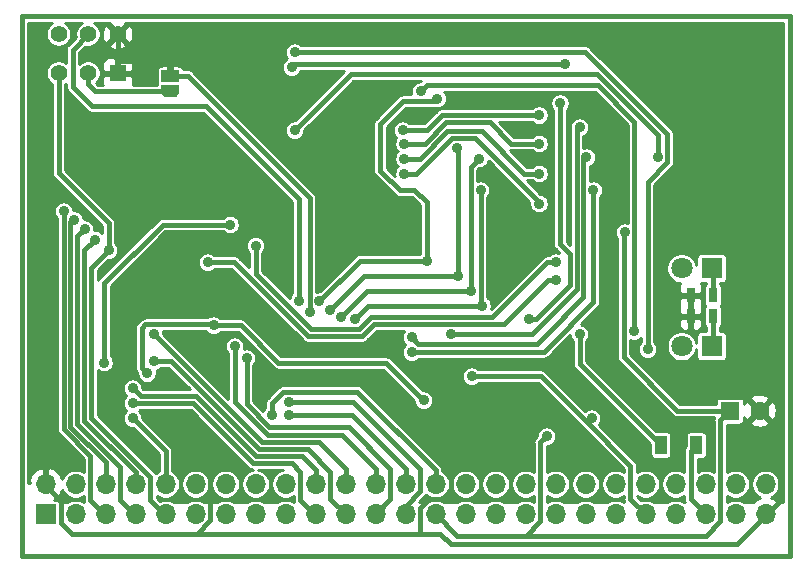
<source format=gbl>
G04 #@! TF.GenerationSoftware,KiCad,Pcbnew,(5.1.10)-1*
G04 #@! TF.CreationDate,2022-11-15T18:30:11+01:00*
G04 #@! TF.ProjectId,ramcard,72616d63-6172-4642-9e6b-696361645f70,2020*
G04 #@! TF.SameCoordinates,Original*
G04 #@! TF.FileFunction,Copper,L2,Bot*
G04 #@! TF.FilePolarity,Positive*
%FSLAX46Y46*%
G04 Gerber Fmt 4.6, Leading zero omitted, Abs format (unit mm)*
G04 Created by KiCad (PCBNEW (5.1.10)-1) date 2022-11-15 18:30:11*
%MOMM*%
%LPD*%
G01*
G04 APERTURE LIST*
G04 #@! TA.AperFunction,Profile*
%ADD10C,0.381000*%
G04 #@! TD*
G04 #@! TA.AperFunction,EtchedComponent*
%ADD11C,0.150000*%
G04 #@! TD*
G04 #@! TA.AperFunction,ComponentPad*
%ADD12R,1.600000X1.600000*%
G04 #@! TD*
G04 #@! TA.AperFunction,ComponentPad*
%ADD13C,1.600000*%
G04 #@! TD*
G04 #@! TA.AperFunction,ComponentPad*
%ADD14O,1.700000X1.700000*%
G04 #@! TD*
G04 #@! TA.AperFunction,ComponentPad*
%ADD15R,1.700000X1.700000*%
G04 #@! TD*
G04 #@! TA.AperFunction,ComponentPad*
%ADD16C,1.400000*%
G04 #@! TD*
G04 #@! TA.AperFunction,ComponentPad*
%ADD17R,1.400000X1.400000*%
G04 #@! TD*
G04 #@! TA.AperFunction,ComponentPad*
%ADD18C,1.800000*%
G04 #@! TD*
G04 #@! TA.AperFunction,ComponentPad*
%ADD19R,1.800000X1.800000*%
G04 #@! TD*
G04 #@! TA.AperFunction,SMDPad,CuDef*
%ADD20R,0.700000X1.300000*%
G04 #@! TD*
G04 #@! TA.AperFunction,SMDPad,CuDef*
%ADD21R,1.000000X1.600000*%
G04 #@! TD*
G04 #@! TA.AperFunction,SMDPad,CuDef*
%ADD22C,0.150000*%
G04 #@! TD*
G04 #@! TA.AperFunction,SMDPad,CuDef*
%ADD23R,1.500000X1.000000*%
G04 #@! TD*
G04 #@! TA.AperFunction,ViaPad*
%ADD24C,0.889000*%
G04 #@! TD*
G04 #@! TA.AperFunction,Conductor*
%ADD25C,0.381000*%
G04 #@! TD*
G04 #@! TA.AperFunction,Conductor*
%ADD26C,0.254000*%
G04 #@! TD*
G04 #@! TA.AperFunction,Conductor*
%ADD27C,0.150000*%
G04 #@! TD*
G04 APERTURE END LIST*
D10*
X112014000Y-70104000D02*
X46990000Y-70104000D01*
X112014000Y-24384000D02*
X112014000Y-70104000D01*
X46990000Y-24384000D02*
X112014000Y-24384000D01*
X46990000Y-70104000D02*
X46990000Y-24384000D01*
D11*
G36*
X59263000Y-28564000D02*
G01*
X59263000Y-29064000D01*
X59863000Y-29064000D01*
X59863000Y-28564000D01*
X59263000Y-28564000D01*
G37*
D12*
X106974000Y-57785000D03*
D13*
X109474000Y-57785000D03*
D14*
X109982000Y-64008000D03*
X109982000Y-66548000D03*
X107442000Y-64008000D03*
X107442000Y-66548000D03*
X104902000Y-64008000D03*
X104902000Y-66548000D03*
X102362000Y-64008000D03*
X102362000Y-66548000D03*
X99822000Y-64008000D03*
X99822000Y-66548000D03*
X97282000Y-64008000D03*
X97282000Y-66548000D03*
X94742000Y-64008000D03*
X94742000Y-66548000D03*
X92202000Y-64008000D03*
X92202000Y-66548000D03*
X89662000Y-64008000D03*
X89662000Y-66548000D03*
X87122000Y-64008000D03*
X87122000Y-66548000D03*
X84582000Y-64008000D03*
X84582000Y-66548000D03*
X82042000Y-64008000D03*
X82042000Y-66548000D03*
X79502000Y-64008000D03*
X79502000Y-66548000D03*
X76962000Y-64008000D03*
X76962000Y-66548000D03*
X74422000Y-64008000D03*
X74422000Y-66548000D03*
X71882000Y-64008000D03*
X71882000Y-66548000D03*
X69342000Y-64008000D03*
X69342000Y-66548000D03*
X66802000Y-64008000D03*
X66802000Y-66548000D03*
X64262000Y-64008000D03*
X64262000Y-66548000D03*
X61722000Y-64008000D03*
X61722000Y-66548000D03*
X59182000Y-64008000D03*
X59182000Y-66548000D03*
X56642000Y-64008000D03*
X56642000Y-66548000D03*
X54102000Y-64008000D03*
X54102000Y-66548000D03*
X51562000Y-64008000D03*
X51562000Y-66548000D03*
X49022000Y-64008000D03*
D15*
X49022000Y-66548000D03*
D16*
X50118000Y-25910000D03*
X52618000Y-25910000D03*
X55118000Y-25910000D03*
X50118000Y-29210000D03*
X52618000Y-29210000D03*
D17*
X55118000Y-29210000D03*
D18*
X102870000Y-45720000D03*
D19*
X105410000Y-45720000D03*
X105410000Y-52324000D03*
D18*
X102870000Y-52324000D03*
D20*
X103632000Y-48006000D03*
X105532000Y-48006000D03*
X105532000Y-49784000D03*
X103632000Y-49784000D03*
D21*
X104116000Y-60706000D03*
X101116000Y-60706000D03*
G04 #@! TA.AperFunction,SMDPad,CuDef*
D22*
G36*
X60312398Y-30764000D02*
G01*
X60312398Y-30788534D01*
X60307588Y-30837365D01*
X60298016Y-30885490D01*
X60283772Y-30932445D01*
X60264995Y-30977778D01*
X60241864Y-31021051D01*
X60214604Y-31061850D01*
X60183476Y-31099779D01*
X60148779Y-31134476D01*
X60110850Y-31165604D01*
X60070051Y-31192864D01*
X60026778Y-31215995D01*
X59981445Y-31234772D01*
X59934490Y-31249016D01*
X59886365Y-31258588D01*
X59837534Y-31263398D01*
X59813000Y-31263398D01*
X59813000Y-31264000D01*
X59313000Y-31264000D01*
X59313000Y-31263398D01*
X59288466Y-31263398D01*
X59239635Y-31258588D01*
X59191510Y-31249016D01*
X59144555Y-31234772D01*
X59099222Y-31215995D01*
X59055949Y-31192864D01*
X59015150Y-31165604D01*
X58977221Y-31134476D01*
X58942524Y-31099779D01*
X58911396Y-31061850D01*
X58884136Y-31021051D01*
X58861005Y-30977778D01*
X58842228Y-30932445D01*
X58827984Y-30885490D01*
X58818412Y-30837365D01*
X58813602Y-30788534D01*
X58813602Y-30764000D01*
X58813000Y-30764000D01*
X58813000Y-30214000D01*
X60313000Y-30214000D01*
X60313000Y-30764000D01*
X60312398Y-30764000D01*
G37*
G04 #@! TD.AperFunction*
D23*
X59563000Y-29464000D03*
G04 #@! TA.AperFunction,SMDPad,CuDef*
D22*
G36*
X58813000Y-28714000D02*
G01*
X58813000Y-28164000D01*
X58813602Y-28164000D01*
X58813602Y-28139466D01*
X58818412Y-28090635D01*
X58827984Y-28042510D01*
X58842228Y-27995555D01*
X58861005Y-27950222D01*
X58884136Y-27906949D01*
X58911396Y-27866150D01*
X58942524Y-27828221D01*
X58977221Y-27793524D01*
X59015150Y-27762396D01*
X59055949Y-27735136D01*
X59099222Y-27712005D01*
X59144555Y-27693228D01*
X59191510Y-27678984D01*
X59239635Y-27669412D01*
X59288466Y-27664602D01*
X59313000Y-27664602D01*
X59313000Y-27664000D01*
X59813000Y-27664000D01*
X59813000Y-27664602D01*
X59837534Y-27664602D01*
X59886365Y-27669412D01*
X59934490Y-27678984D01*
X59981445Y-27693228D01*
X60026778Y-27712005D01*
X60070051Y-27735136D01*
X60110850Y-27762396D01*
X60148779Y-27793524D01*
X60183476Y-27828221D01*
X60214604Y-27866150D01*
X60241864Y-27906949D01*
X60264995Y-27950222D01*
X60283772Y-27995555D01*
X60298016Y-28042510D01*
X60307588Y-28090635D01*
X60312398Y-28139466D01*
X60312398Y-28164000D01*
X60313000Y-28164000D01*
X60313000Y-28714000D01*
X58813000Y-28714000D01*
G37*
G04 #@! TD.AperFunction*
D24*
X53213000Y-43307000D03*
X52324000Y-42418000D03*
X51435000Y-41656000D03*
X50546000Y-40894000D03*
X56388000Y-58420000D03*
X54356000Y-44196000D03*
X95402410Y-39116000D03*
X80010000Y-52832000D03*
X69596000Y-58166000D03*
X94818200Y-36322000D03*
X80010000Y-51562000D03*
X69596000Y-57023000D03*
X94233999Y-33782000D03*
X83311999Y-51307999D03*
X65024000Y-52324000D03*
X89916000Y-50038000D03*
X66040000Y-53340000D03*
X92583000Y-31750000D03*
X85852000Y-39116000D03*
X85979000Y-48895000D03*
X75184000Y-50038000D03*
X58172466Y-51308000D03*
X85725000Y-36449000D03*
X85013800Y-47625000D03*
X74015580Y-49885580D03*
X58166000Y-53594000D03*
X83947000Y-46355000D03*
X83820000Y-35560000D03*
X73101210Y-49276000D03*
X56388000Y-55880000D03*
X81280000Y-45085000D03*
X72212201Y-48514000D03*
X56388000Y-57150000D03*
X82194995Y-31369000D03*
X87376000Y-62230000D03*
X83820000Y-60960000D03*
X80137000Y-40259000D03*
X80010000Y-43434000D03*
X62992000Y-61468000D03*
X81026000Y-56896000D03*
X98044000Y-42672000D03*
X91440000Y-59944000D03*
X57618880Y-54610000D03*
X63246000Y-50546000D03*
X64643000Y-42037000D03*
X94234000Y-51308000D03*
X53968000Y-53714000D03*
X70485000Y-48463200D03*
X80772000Y-30734000D03*
X98806000Y-51054000D03*
X92964000Y-28448000D03*
X69850000Y-28702000D03*
X90805000Y-32766000D03*
X79248000Y-34036000D03*
X79375000Y-35179000D03*
X90805000Y-35179000D03*
X79375000Y-36449000D03*
X90805000Y-37719000D03*
X90805000Y-40259000D03*
X79375000Y-37719000D03*
X70104000Y-34036000D03*
X100838000Y-36322000D03*
X85090000Y-54864000D03*
X95250000Y-58420000D03*
X68199000Y-58166000D03*
X92202000Y-45212000D03*
X66802000Y-43815000D03*
X92202000Y-46736000D03*
X62738000Y-45212000D03*
X99999800Y-52578000D03*
X70104000Y-27432000D03*
X71374000Y-49403000D03*
D25*
X52298630Y-44221370D02*
X53213000Y-43307000D01*
X52298630Y-58650148D02*
X52298630Y-44221370D01*
X56642000Y-62993518D02*
X52298630Y-58650148D01*
X56642000Y-64008000D02*
X56642000Y-62993518D01*
X51714420Y-43027580D02*
X52324000Y-42418000D01*
X51714420Y-58892134D02*
X51714420Y-43027580D01*
X55359301Y-62537015D02*
X51714420Y-58892134D01*
X55359301Y-65392301D02*
X55359301Y-62537015D01*
X56642000Y-66675000D02*
X55359301Y-65392301D01*
X53848000Y-63881000D02*
X54102000Y-64135000D01*
X51308000Y-41656000D02*
X51435000Y-41656000D01*
X51130210Y-41833790D02*
X51308000Y-41656000D01*
X51130210Y-59134120D02*
X51130210Y-41833790D01*
X54102000Y-62105910D02*
X51130210Y-59134120D01*
X54102000Y-64008000D02*
X54102000Y-62105910D01*
X50546000Y-58420000D02*
X50546000Y-40894000D01*
X50546000Y-59376106D02*
X50546000Y-58420000D01*
X52819301Y-61649407D02*
X50546000Y-59376106D01*
X52819301Y-65392301D02*
X52819301Y-61649407D01*
X54102000Y-66675000D02*
X52819301Y-65392301D01*
X59182000Y-61214000D02*
X59182000Y-64008000D01*
X56388000Y-58420000D02*
X59182000Y-61214000D01*
X57899301Y-65392301D02*
X59182000Y-66675000D01*
X57899301Y-63424623D02*
X57899301Y-65392301D01*
X52882840Y-58408162D02*
X57899301Y-63424623D01*
X52882840Y-45669160D02*
X52882840Y-58408162D01*
X54356000Y-44196000D02*
X52882840Y-45669160D01*
X50118000Y-37672000D02*
X54356000Y-41910000D01*
X50118000Y-29210000D02*
X50118000Y-37672000D01*
X54356000Y-44196000D02*
X54356000Y-41910000D01*
X79502000Y-63881000D02*
X79502000Y-64135000D01*
X95402410Y-47254718D02*
X95402410Y-39116000D01*
X95402410Y-48615590D02*
X95402410Y-47254718D01*
X91186000Y-52832000D02*
X91567000Y-52451000D01*
X80010000Y-52832000D02*
X91186000Y-52832000D01*
X91567000Y-52451000D02*
X95402410Y-48615590D01*
X74930000Y-58166000D02*
X73660000Y-58166000D01*
X73660000Y-58166000D02*
X69596000Y-58166000D01*
X79502000Y-62738000D02*
X74930000Y-58166000D01*
X79502000Y-64008000D02*
X79502000Y-62738000D01*
X94564210Y-36575990D02*
X94818200Y-36322000D01*
X94564210Y-48183790D02*
X94564210Y-36575990D01*
X90601800Y-52146200D02*
X91313000Y-51435000D01*
X80594200Y-52146200D02*
X90601800Y-52146200D01*
X80010000Y-51562000D02*
X80594200Y-52146200D01*
X91313000Y-51435000D02*
X94564210Y-48183790D01*
X79502000Y-65848678D02*
X79502000Y-66548000D01*
X80745701Y-64604977D02*
X79502000Y-65848678D01*
X80745701Y-62711701D02*
X80745701Y-64604977D01*
X75057000Y-57023000D02*
X80745701Y-62711701D01*
X69596000Y-57023000D02*
X75057000Y-57023000D01*
X93980000Y-34035999D02*
X94233999Y-33782000D01*
X93980000Y-47498000D02*
X93980000Y-34035999D01*
X90170001Y-51307999D02*
X93980000Y-47498000D01*
X83311999Y-51307999D02*
X90170001Y-51307999D01*
X76962000Y-62738000D02*
X76962000Y-64008000D01*
X74091790Y-59867790D02*
X76962000Y-62738000D01*
X67834056Y-59867790D02*
X74091790Y-59867790D01*
X65024000Y-57057734D02*
X67834056Y-59867790D01*
X65024000Y-52324000D02*
X65024000Y-57057734D01*
X90544617Y-50038000D02*
X89916000Y-50038000D01*
X93395799Y-44526201D02*
X93395799Y-47186818D01*
X93395799Y-47186818D02*
X90544617Y-50038000D01*
X92583000Y-43713402D02*
X93395799Y-44526201D01*
X92583000Y-31750000D02*
X92583000Y-43713402D01*
X78205701Y-65304299D02*
X76962000Y-66548000D01*
X78205701Y-62711701D02*
X78205701Y-65304299D01*
X74676000Y-59182000D02*
X78205701Y-62711701D01*
X67974462Y-59182000D02*
X74676000Y-59182000D01*
X66040000Y-57247538D02*
X67974462Y-59182000D01*
X66040000Y-53340000D02*
X66040000Y-57247538D01*
X85852000Y-39116000D02*
X85852000Y-43554618D01*
X85852000Y-48768000D02*
X85979000Y-48895000D01*
X85852000Y-43554618D02*
X85852000Y-48768000D01*
X78105000Y-48895000D02*
X85979000Y-48895000D01*
X76327000Y-48895000D02*
X75184000Y-50038000D01*
X85979000Y-48895000D02*
X76327000Y-48895000D01*
X74422000Y-62738000D02*
X74422000Y-64008000D01*
X72136000Y-60452000D02*
X74422000Y-62738000D01*
X67316466Y-60452000D02*
X72136000Y-60452000D01*
X58172466Y-51308000D02*
X67316466Y-60452000D01*
X85013799Y-37160201D02*
X85013799Y-43122818D01*
X85725000Y-36449000D02*
X85013799Y-37160201D01*
X85013799Y-47624999D02*
X85013800Y-47625000D01*
X85013799Y-43122818D02*
X85013799Y-47624999D01*
X77343000Y-47625000D02*
X85013800Y-47625000D01*
X76276160Y-47625000D02*
X77343000Y-47625000D01*
X74015580Y-49885580D02*
X76276160Y-47625000D01*
X73125701Y-65251701D02*
X74422000Y-66548000D01*
X73125701Y-62965701D02*
X73125701Y-65251701D01*
X71221580Y-61061580D02*
X73125701Y-62965701D01*
X67099850Y-61061580D02*
X71221580Y-61061580D01*
X59632270Y-53594000D02*
X67099850Y-61061580D01*
X58166000Y-53594000D02*
X59632270Y-53594000D01*
X83947000Y-35687000D02*
X83820000Y-35560000D01*
X83947000Y-46355000D02*
X83947000Y-35687000D01*
X76022210Y-46355000D02*
X77343000Y-46355000D01*
X77343000Y-46355000D02*
X83947000Y-46355000D01*
X73101210Y-49276000D02*
X76022210Y-46355000D01*
X71882000Y-62805919D02*
X71882000Y-64008000D01*
X70721871Y-61645790D02*
X71882000Y-62805919D01*
X66857864Y-61645790D02*
X70721871Y-61645790D01*
X61777864Y-56565790D02*
X66857864Y-61645790D01*
X57073790Y-56565790D02*
X61777864Y-56565790D01*
X56388000Y-55880000D02*
X57073790Y-56565790D01*
X75641201Y-45085000D02*
X77343000Y-45085000D01*
X72212201Y-48514000D02*
X75641201Y-45085000D01*
X77343000Y-45085000D02*
X81280000Y-45085000D01*
X81280000Y-40386000D02*
X81280000Y-45085000D01*
X81280000Y-40161462D02*
X81280000Y-40386000D01*
X82194995Y-31369000D02*
X81991794Y-31572201D01*
X81991794Y-31572201D02*
X79298799Y-31572201D01*
X79298799Y-31572201D02*
X77343000Y-33528000D01*
X77343000Y-33528000D02*
X77343000Y-37465000D01*
X79008731Y-39130731D02*
X80249269Y-39130731D01*
X77343000Y-37465000D02*
X79008731Y-39130731D01*
X80249269Y-39130731D02*
X81280000Y-40161462D01*
X70599301Y-65392301D02*
X71882000Y-66675000D01*
X70599301Y-62979301D02*
X70599301Y-65392301D01*
X69850000Y-62230000D02*
X70599301Y-62979301D01*
X66615878Y-62230000D02*
X69850000Y-62230000D01*
X61535878Y-57150000D02*
X66615878Y-62230000D01*
X56388000Y-57150000D02*
X61535878Y-57150000D01*
X50304699Y-67278505D02*
X51225194Y-68199000D01*
X50304699Y-65417699D02*
X50304699Y-67278505D01*
X49022000Y-64135000D02*
X50304699Y-65417699D01*
X51225194Y-68199000D02*
X60579000Y-68199000D01*
X60579000Y-68199000D02*
X62058806Y-68199000D01*
X83820000Y-60960000D02*
X83820000Y-62230000D01*
X87376000Y-62230000D02*
X83820000Y-62230000D01*
X83312000Y-62738000D02*
X83820000Y-62230000D01*
X103632000Y-48006000D02*
X103632000Y-49784000D01*
X108280299Y-56591299D02*
X109474000Y-57785000D01*
X104628637Y-56591299D02*
X108280299Y-56591299D01*
X101576299Y-53538961D02*
X104628637Y-56591299D01*
X101576299Y-51108701D02*
X101576299Y-53538961D01*
X102901000Y-49784000D02*
X101576299Y-51108701D01*
X103632000Y-49784000D02*
X102901000Y-49784000D01*
X80010000Y-40386000D02*
X80137000Y-40259000D01*
X80010000Y-43434000D02*
X80010000Y-40386000D01*
X61849000Y-68199000D02*
X60579000Y-68199000D01*
X62965701Y-67082299D02*
X61849000Y-68199000D01*
X62992000Y-63500000D02*
X62965701Y-63526299D01*
X62992000Y-61468000D02*
X62992000Y-63500000D01*
X62965701Y-63526299D02*
X62965701Y-67082299D01*
X80745701Y-68098299D02*
X80645000Y-68199000D01*
X80745701Y-66003621D02*
X80745701Y-68098299D01*
X81445023Y-65304299D02*
X80745701Y-66003621D01*
X82586379Y-65304299D02*
X81445023Y-65304299D01*
X62058806Y-68199000D02*
X80645000Y-68199000D01*
X83312000Y-64578678D02*
X82586379Y-65304299D01*
X83312000Y-64008000D02*
X83312000Y-64578678D01*
X83312000Y-64008000D02*
X83312000Y-62738000D01*
X82423000Y-68199000D02*
X80645000Y-68199000D01*
X107569000Y-69088000D02*
X83312000Y-69088000D01*
X83312000Y-69088000D02*
X82423000Y-68199000D01*
X111239301Y-65417699D02*
X107569000Y-69088000D01*
X111239301Y-62852301D02*
X111239301Y-65417699D01*
X110363000Y-61976000D02*
X111239301Y-62852301D01*
X55118000Y-28194000D02*
X55118000Y-25910000D01*
X55118000Y-29210000D02*
X55118000Y-28194000D01*
X55148000Y-28164000D02*
X55118000Y-28194000D01*
X59563000Y-28164000D02*
X55148000Y-28164000D01*
X82042000Y-66548000D02*
X83869911Y-68375911D01*
X83869911Y-68375911D02*
X89104089Y-68375911D01*
X106145701Y-58613299D02*
X106974000Y-57785000D01*
X106145701Y-67144977D02*
X106145701Y-58613299D01*
X104914767Y-68375911D02*
X106145701Y-67144977D01*
X89104089Y-68375911D02*
X104914767Y-68375911D01*
X89674767Y-68375911D02*
X89104089Y-68375911D01*
X90905701Y-67144977D02*
X89674767Y-68375911D01*
X90905701Y-60478299D02*
X90905701Y-67144977D01*
X91440000Y-59944000D02*
X90905701Y-60478299D01*
X80970857Y-56896000D02*
X81026000Y-56896000D01*
X57480201Y-50469799D02*
X57150000Y-50800000D01*
X57150000Y-50800000D02*
X57150000Y-54141120D01*
X57150000Y-54141120D02*
X57618880Y-54610000D01*
X63169799Y-50469799D02*
X63246000Y-50546000D01*
X57480201Y-50469799D02*
X63169799Y-50469799D01*
X63246000Y-50546000D02*
X65532000Y-50546000D01*
X68734572Y-53748572D02*
X77823428Y-53748572D01*
X77823428Y-53748572D02*
X80970857Y-56896000D01*
X65532000Y-50546000D02*
X68734572Y-53748572D01*
X97967799Y-42748201D02*
X98044000Y-42672000D01*
X97967799Y-53263799D02*
X97967799Y-42748201D01*
X102489000Y-57785000D02*
X97967799Y-53263799D01*
X106974000Y-57785000D02*
X102489000Y-57785000D01*
X94234000Y-53824000D02*
X101116000Y-60706000D01*
X94234000Y-51308000D02*
X94234000Y-53824000D01*
X53968000Y-53714000D02*
X53968000Y-46997000D01*
X58928000Y-42037000D02*
X64643000Y-42037000D01*
X53968000Y-46997000D02*
X58928000Y-42037000D01*
X51308000Y-27220000D02*
X51308000Y-30353000D01*
X52618000Y-25910000D02*
X51308000Y-27220000D01*
X70485000Y-48463200D02*
X70485000Y-39878000D01*
X70485000Y-39878000D02*
X62611000Y-32004000D01*
X52959000Y-32004000D02*
X51308000Y-30353000D01*
X62611000Y-32004000D02*
X52959000Y-32004000D01*
X81280000Y-30226000D02*
X80772000Y-30734000D01*
X95758000Y-30226000D02*
X81280000Y-30226000D01*
X98882201Y-33350201D02*
X95758000Y-30226000D01*
X98882201Y-50977799D02*
X98882201Y-33350201D01*
X98806000Y-51054000D02*
X98882201Y-50977799D01*
X70104000Y-28448000D02*
X69850000Y-28702000D01*
X92964000Y-28448000D02*
X70104000Y-28448000D01*
X82550000Y-32766000D02*
X90805000Y-32766000D01*
X81280000Y-34036000D02*
X82550000Y-32766000D01*
X79248000Y-34036000D02*
X81280000Y-34036000D01*
X88442822Y-35179000D02*
X86639411Y-33375589D01*
X90805000Y-35179000D02*
X88442822Y-35179000D01*
X81153000Y-35179000D02*
X82956411Y-33375589D01*
X79375000Y-35179000D02*
X81153000Y-35179000D01*
X86639411Y-33375589D02*
X82956411Y-33375589D01*
X89535000Y-37719000D02*
X85953589Y-34137589D01*
X90805000Y-37719000D02*
X89535000Y-37719000D01*
X80721178Y-36449000D02*
X83032589Y-34137589D01*
X79375000Y-36449000D02*
X80721178Y-36449000D01*
X85953589Y-34137589D02*
X83032589Y-34137589D01*
X90805000Y-40132000D02*
X90805000Y-40259000D01*
X85394799Y-34721799D02*
X90805000Y-40132000D01*
X83417663Y-34721799D02*
X85394799Y-34721799D01*
X80420462Y-37719000D02*
X83417663Y-34721799D01*
X79375000Y-37719000D02*
X80420462Y-37719000D01*
X103658299Y-61163701D02*
X104116000Y-60706000D01*
X103658299Y-65304299D02*
X103658299Y-61163701D01*
X104902000Y-66548000D02*
X103658299Y-65304299D01*
X98525701Y-65251701D02*
X99822000Y-66548000D01*
X98525701Y-62457701D02*
X98525701Y-65251701D01*
X85090000Y-54864000D02*
X90932000Y-54864000D01*
X94996000Y-58674000D02*
X94742000Y-58674000D01*
X95250000Y-58420000D02*
X94996000Y-58674000D01*
X94742000Y-58674000D02*
X98525701Y-62457701D01*
X90932000Y-54864000D02*
X94742000Y-58674000D01*
X74168000Y-29972000D02*
X70104000Y-34036000D01*
X74853799Y-29286201D02*
X74168000Y-29972000D01*
X95707201Y-29286201D02*
X74853799Y-29286201D01*
X100838000Y-34417000D02*
X95707201Y-29286201D01*
X100838000Y-36322000D02*
X100838000Y-34417000D01*
X82042000Y-62992000D02*
X82042000Y-64008000D01*
X82042000Y-62805919D02*
X82042000Y-64008000D01*
X75420880Y-56184799D02*
X82042000Y-62805919D01*
X68199000Y-57150000D02*
X69164201Y-56184799D01*
X68199000Y-58166000D02*
X68199000Y-57150000D01*
X69164201Y-56184799D02*
X75420880Y-56184799D01*
X66802000Y-45466000D02*
X66802000Y-43815000D01*
X66802000Y-46198538D02*
X66802000Y-45466000D01*
X75586337Y-50876201D02*
X71479663Y-50876201D01*
X76576949Y-49885589D02*
X75586337Y-50876201D01*
X71479663Y-50876201D02*
X66802000Y-46198538D01*
X91516178Y-45212000D02*
X86842589Y-49885589D01*
X92202000Y-45212000D02*
X91516178Y-45212000D01*
X86842589Y-49885589D02*
X76576949Y-49885589D01*
X76818935Y-50469799D02*
X75828324Y-51460411D01*
X87839584Y-50469799D02*
X76818935Y-50469799D01*
X91573383Y-46736000D02*
X87839584Y-50469799D01*
X92202000Y-46736000D02*
X91573383Y-46736000D01*
X64973178Y-45212000D02*
X71221589Y-51460411D01*
X62738000Y-45212000D02*
X64973178Y-45212000D01*
X75828324Y-51460411D02*
X71221589Y-51460411D01*
X94712538Y-27432000D02*
X70104000Y-27432000D01*
X101676201Y-34395663D02*
X94712538Y-27432000D01*
X101676201Y-36753799D02*
X101676201Y-34395663D01*
X99999800Y-38430200D02*
X101676201Y-36753799D01*
X99999800Y-52578000D02*
X99999800Y-38430200D01*
X105410000Y-45720000D02*
X105410000Y-45847000D01*
X105532000Y-45969000D02*
X105532000Y-48006000D01*
X105410000Y-45847000D02*
X105532000Y-45969000D01*
X105410000Y-52324000D02*
X105410000Y-51943000D01*
X105532000Y-51821000D02*
X105532000Y-49784000D01*
X105410000Y-51943000D02*
X105532000Y-51821000D01*
X71374000Y-39751000D02*
X62357000Y-30734000D01*
X71374000Y-49403000D02*
X71374000Y-39751000D01*
X61087000Y-29464000D02*
X62357000Y-30734000D01*
X59563000Y-29464000D02*
X61087000Y-29464000D01*
X59563000Y-29464000D02*
X59563000Y-29337000D01*
X59563000Y-30764000D02*
X53243000Y-30764000D01*
X52618000Y-30139000D02*
X52618000Y-29210000D01*
X53243000Y-30764000D02*
X52618000Y-30139000D01*
D26*
X66191912Y-62614257D02*
X66209811Y-62636067D01*
X66272903Y-62687845D01*
X66296833Y-62707484D01*
X66396116Y-62760552D01*
X66503844Y-62793231D01*
X66567594Y-62799510D01*
X66442931Y-62824307D01*
X66218903Y-62917102D01*
X66017283Y-63051820D01*
X65845820Y-63223283D01*
X65711102Y-63424903D01*
X65618307Y-63648931D01*
X65571000Y-63886757D01*
X65571000Y-64129243D01*
X65618307Y-64367069D01*
X65711102Y-64591097D01*
X65845820Y-64792717D01*
X66017283Y-64964180D01*
X66218903Y-65098898D01*
X66442931Y-65191693D01*
X66680757Y-65239000D01*
X66923243Y-65239000D01*
X67161069Y-65191693D01*
X67385097Y-65098898D01*
X67586717Y-64964180D01*
X67758180Y-64792717D01*
X67892898Y-64591097D01*
X67985693Y-64367069D01*
X68033000Y-64129243D01*
X68033000Y-63886757D01*
X67985693Y-63648931D01*
X67892898Y-63424903D01*
X67758180Y-63223283D01*
X67586717Y-63051820D01*
X67385097Y-62917102D01*
X67161069Y-62824307D01*
X67046412Y-62801500D01*
X69097588Y-62801500D01*
X68982931Y-62824307D01*
X68758903Y-62917102D01*
X68557283Y-63051820D01*
X68385820Y-63223283D01*
X68251102Y-63424903D01*
X68158307Y-63648931D01*
X68111000Y-63886757D01*
X68111000Y-64129243D01*
X68158307Y-64367069D01*
X68251102Y-64591097D01*
X68385820Y-64792717D01*
X68557283Y-64964180D01*
X68758903Y-65098898D01*
X68982931Y-65191693D01*
X69220757Y-65239000D01*
X69463243Y-65239000D01*
X69701069Y-65191693D01*
X69925097Y-65098898D01*
X70027802Y-65030273D01*
X70027802Y-65364217D01*
X70025036Y-65392301D01*
X70036070Y-65504334D01*
X70044462Y-65532000D01*
X70037189Y-65532000D01*
X69925097Y-65457102D01*
X69701069Y-65364307D01*
X69463243Y-65317000D01*
X69220757Y-65317000D01*
X68982931Y-65364307D01*
X68758903Y-65457102D01*
X68646810Y-65532000D01*
X67497190Y-65532000D01*
X67385097Y-65457102D01*
X67161069Y-65364307D01*
X66923243Y-65317000D01*
X66680757Y-65317000D01*
X66442931Y-65364307D01*
X66218903Y-65457102D01*
X66106810Y-65532000D01*
X64957190Y-65532000D01*
X64845097Y-65457102D01*
X64621069Y-65364307D01*
X64383243Y-65317000D01*
X64140757Y-65317000D01*
X63902931Y-65364307D01*
X63678903Y-65457102D01*
X63566810Y-65532000D01*
X62417190Y-65532000D01*
X62305097Y-65457102D01*
X62081069Y-65364307D01*
X61843243Y-65317000D01*
X61600757Y-65317000D01*
X61362931Y-65364307D01*
X61138903Y-65457102D01*
X61026810Y-65532000D01*
X59877190Y-65532000D01*
X59765097Y-65457102D01*
X59541069Y-65364307D01*
X59303243Y-65317000D01*
X59060757Y-65317000D01*
X58822931Y-65364307D01*
X58721531Y-65406308D01*
X58470801Y-65155579D01*
X58470801Y-65013303D01*
X58598903Y-65098898D01*
X58822931Y-65191693D01*
X59060757Y-65239000D01*
X59303243Y-65239000D01*
X59541069Y-65191693D01*
X59765097Y-65098898D01*
X59966717Y-64964180D01*
X60138180Y-64792717D01*
X60272898Y-64591097D01*
X60365693Y-64367069D01*
X60413000Y-64129243D01*
X60413000Y-63886757D01*
X60491000Y-63886757D01*
X60491000Y-64129243D01*
X60538307Y-64367069D01*
X60631102Y-64591097D01*
X60765820Y-64792717D01*
X60937283Y-64964180D01*
X61138903Y-65098898D01*
X61362931Y-65191693D01*
X61600757Y-65239000D01*
X61843243Y-65239000D01*
X62081069Y-65191693D01*
X62305097Y-65098898D01*
X62506717Y-64964180D01*
X62678180Y-64792717D01*
X62812898Y-64591097D01*
X62905693Y-64367069D01*
X62953000Y-64129243D01*
X62953000Y-63886757D01*
X63031000Y-63886757D01*
X63031000Y-64129243D01*
X63078307Y-64367069D01*
X63171102Y-64591097D01*
X63305820Y-64792717D01*
X63477283Y-64964180D01*
X63678903Y-65098898D01*
X63902931Y-65191693D01*
X64140757Y-65239000D01*
X64383243Y-65239000D01*
X64621069Y-65191693D01*
X64845097Y-65098898D01*
X65046717Y-64964180D01*
X65218180Y-64792717D01*
X65352898Y-64591097D01*
X65445693Y-64367069D01*
X65493000Y-64129243D01*
X65493000Y-63886757D01*
X65445693Y-63648931D01*
X65352898Y-63424903D01*
X65218180Y-63223283D01*
X65046717Y-63051820D01*
X64845097Y-62917102D01*
X64621069Y-62824307D01*
X64383243Y-62777000D01*
X64140757Y-62777000D01*
X63902931Y-62824307D01*
X63678903Y-62917102D01*
X63477283Y-63051820D01*
X63305820Y-63223283D01*
X63171102Y-63424903D01*
X63078307Y-63648931D01*
X63031000Y-63886757D01*
X62953000Y-63886757D01*
X62905693Y-63648931D01*
X62812898Y-63424903D01*
X62678180Y-63223283D01*
X62506717Y-63051820D01*
X62305097Y-62917102D01*
X62081069Y-62824307D01*
X61843243Y-62777000D01*
X61600757Y-62777000D01*
X61362931Y-62824307D01*
X61138903Y-62917102D01*
X60937283Y-63051820D01*
X60765820Y-63223283D01*
X60631102Y-63424903D01*
X60538307Y-63648931D01*
X60491000Y-63886757D01*
X60413000Y-63886757D01*
X60365693Y-63648931D01*
X60272898Y-63424903D01*
X60138180Y-63223283D01*
X59966717Y-63051820D01*
X59765097Y-62917102D01*
X59753500Y-62912298D01*
X59753500Y-61242074D01*
X59756265Y-61214000D01*
X59745231Y-61101966D01*
X59712552Y-60994238D01*
X59659484Y-60894955D01*
X59629210Y-60858066D01*
X59588067Y-60807933D01*
X59566258Y-60790035D01*
X57213500Y-58437278D01*
X57213500Y-58338695D01*
X57181776Y-58179211D01*
X57119548Y-58028979D01*
X57029208Y-57893775D01*
X56920433Y-57785000D01*
X56983933Y-57721500D01*
X61299156Y-57721500D01*
X66191912Y-62614257D01*
G04 #@! TA.AperFunction,Conductor*
D27*
G36*
X66191912Y-62614257D02*
G01*
X66209811Y-62636067D01*
X66272903Y-62687845D01*
X66296833Y-62707484D01*
X66396116Y-62760552D01*
X66503844Y-62793231D01*
X66567594Y-62799510D01*
X66442931Y-62824307D01*
X66218903Y-62917102D01*
X66017283Y-63051820D01*
X65845820Y-63223283D01*
X65711102Y-63424903D01*
X65618307Y-63648931D01*
X65571000Y-63886757D01*
X65571000Y-64129243D01*
X65618307Y-64367069D01*
X65711102Y-64591097D01*
X65845820Y-64792717D01*
X66017283Y-64964180D01*
X66218903Y-65098898D01*
X66442931Y-65191693D01*
X66680757Y-65239000D01*
X66923243Y-65239000D01*
X67161069Y-65191693D01*
X67385097Y-65098898D01*
X67586717Y-64964180D01*
X67758180Y-64792717D01*
X67892898Y-64591097D01*
X67985693Y-64367069D01*
X68033000Y-64129243D01*
X68033000Y-63886757D01*
X67985693Y-63648931D01*
X67892898Y-63424903D01*
X67758180Y-63223283D01*
X67586717Y-63051820D01*
X67385097Y-62917102D01*
X67161069Y-62824307D01*
X67046412Y-62801500D01*
X69097588Y-62801500D01*
X68982931Y-62824307D01*
X68758903Y-62917102D01*
X68557283Y-63051820D01*
X68385820Y-63223283D01*
X68251102Y-63424903D01*
X68158307Y-63648931D01*
X68111000Y-63886757D01*
X68111000Y-64129243D01*
X68158307Y-64367069D01*
X68251102Y-64591097D01*
X68385820Y-64792717D01*
X68557283Y-64964180D01*
X68758903Y-65098898D01*
X68982931Y-65191693D01*
X69220757Y-65239000D01*
X69463243Y-65239000D01*
X69701069Y-65191693D01*
X69925097Y-65098898D01*
X70027802Y-65030273D01*
X70027802Y-65364217D01*
X70025036Y-65392301D01*
X70036070Y-65504334D01*
X70044462Y-65532000D01*
X70037189Y-65532000D01*
X69925097Y-65457102D01*
X69701069Y-65364307D01*
X69463243Y-65317000D01*
X69220757Y-65317000D01*
X68982931Y-65364307D01*
X68758903Y-65457102D01*
X68646810Y-65532000D01*
X67497190Y-65532000D01*
X67385097Y-65457102D01*
X67161069Y-65364307D01*
X66923243Y-65317000D01*
X66680757Y-65317000D01*
X66442931Y-65364307D01*
X66218903Y-65457102D01*
X66106810Y-65532000D01*
X64957190Y-65532000D01*
X64845097Y-65457102D01*
X64621069Y-65364307D01*
X64383243Y-65317000D01*
X64140757Y-65317000D01*
X63902931Y-65364307D01*
X63678903Y-65457102D01*
X63566810Y-65532000D01*
X62417190Y-65532000D01*
X62305097Y-65457102D01*
X62081069Y-65364307D01*
X61843243Y-65317000D01*
X61600757Y-65317000D01*
X61362931Y-65364307D01*
X61138903Y-65457102D01*
X61026810Y-65532000D01*
X59877190Y-65532000D01*
X59765097Y-65457102D01*
X59541069Y-65364307D01*
X59303243Y-65317000D01*
X59060757Y-65317000D01*
X58822931Y-65364307D01*
X58721531Y-65406308D01*
X58470801Y-65155579D01*
X58470801Y-65013303D01*
X58598903Y-65098898D01*
X58822931Y-65191693D01*
X59060757Y-65239000D01*
X59303243Y-65239000D01*
X59541069Y-65191693D01*
X59765097Y-65098898D01*
X59966717Y-64964180D01*
X60138180Y-64792717D01*
X60272898Y-64591097D01*
X60365693Y-64367069D01*
X60413000Y-64129243D01*
X60413000Y-63886757D01*
X60491000Y-63886757D01*
X60491000Y-64129243D01*
X60538307Y-64367069D01*
X60631102Y-64591097D01*
X60765820Y-64792717D01*
X60937283Y-64964180D01*
X61138903Y-65098898D01*
X61362931Y-65191693D01*
X61600757Y-65239000D01*
X61843243Y-65239000D01*
X62081069Y-65191693D01*
X62305097Y-65098898D01*
X62506717Y-64964180D01*
X62678180Y-64792717D01*
X62812898Y-64591097D01*
X62905693Y-64367069D01*
X62953000Y-64129243D01*
X62953000Y-63886757D01*
X63031000Y-63886757D01*
X63031000Y-64129243D01*
X63078307Y-64367069D01*
X63171102Y-64591097D01*
X63305820Y-64792717D01*
X63477283Y-64964180D01*
X63678903Y-65098898D01*
X63902931Y-65191693D01*
X64140757Y-65239000D01*
X64383243Y-65239000D01*
X64621069Y-65191693D01*
X64845097Y-65098898D01*
X65046717Y-64964180D01*
X65218180Y-64792717D01*
X65352898Y-64591097D01*
X65445693Y-64367069D01*
X65493000Y-64129243D01*
X65493000Y-63886757D01*
X65445693Y-63648931D01*
X65352898Y-63424903D01*
X65218180Y-63223283D01*
X65046717Y-63051820D01*
X64845097Y-62917102D01*
X64621069Y-62824307D01*
X64383243Y-62777000D01*
X64140757Y-62777000D01*
X63902931Y-62824307D01*
X63678903Y-62917102D01*
X63477283Y-63051820D01*
X63305820Y-63223283D01*
X63171102Y-63424903D01*
X63078307Y-63648931D01*
X63031000Y-63886757D01*
X62953000Y-63886757D01*
X62905693Y-63648931D01*
X62812898Y-63424903D01*
X62678180Y-63223283D01*
X62506717Y-63051820D01*
X62305097Y-62917102D01*
X62081069Y-62824307D01*
X61843243Y-62777000D01*
X61600757Y-62777000D01*
X61362931Y-62824307D01*
X61138903Y-62917102D01*
X60937283Y-63051820D01*
X60765820Y-63223283D01*
X60631102Y-63424903D01*
X60538307Y-63648931D01*
X60491000Y-63886757D01*
X60413000Y-63886757D01*
X60365693Y-63648931D01*
X60272898Y-63424903D01*
X60138180Y-63223283D01*
X59966717Y-63051820D01*
X59765097Y-62917102D01*
X59753500Y-62912298D01*
X59753500Y-61242074D01*
X59756265Y-61214000D01*
X59745231Y-61101966D01*
X59712552Y-60994238D01*
X59659484Y-60894955D01*
X59629210Y-60858066D01*
X59588067Y-60807933D01*
X59566258Y-60790035D01*
X57213500Y-58437278D01*
X57213500Y-58338695D01*
X57181776Y-58179211D01*
X57119548Y-58028979D01*
X57029208Y-57893775D01*
X56920433Y-57785000D01*
X56983933Y-57721500D01*
X61299156Y-57721500D01*
X66191912Y-62614257D01*
G37*
G04 #@! TD.AperFunction*
D26*
X50736501Y-30324916D02*
X50733735Y-30353000D01*
X50744769Y-30465033D01*
X50777448Y-30572761D01*
X50820174Y-30652695D01*
X50830517Y-30672045D01*
X50901934Y-30759067D01*
X50923744Y-30776966D01*
X52535034Y-32388257D01*
X52552933Y-32410067D01*
X52639955Y-32481484D01*
X52739238Y-32534552D01*
X52846966Y-32567231D01*
X52959000Y-32578265D01*
X52987074Y-32575500D01*
X62374278Y-32575500D01*
X69913501Y-40114724D01*
X69913500Y-47867267D01*
X69843792Y-47936975D01*
X69753452Y-48072179D01*
X69691224Y-48222411D01*
X69681746Y-48270061D01*
X67373500Y-45961816D01*
X67373500Y-44410933D01*
X67443208Y-44341225D01*
X67533548Y-44206021D01*
X67595776Y-44055789D01*
X67627500Y-43896305D01*
X67627500Y-43733695D01*
X67595776Y-43574211D01*
X67533548Y-43423979D01*
X67443208Y-43288775D01*
X67328225Y-43173792D01*
X67193021Y-43083452D01*
X67042789Y-43021224D01*
X66883305Y-42989500D01*
X66720695Y-42989500D01*
X66561211Y-43021224D01*
X66410979Y-43083452D01*
X66275775Y-43173792D01*
X66160792Y-43288775D01*
X66070452Y-43423979D01*
X66008224Y-43574211D01*
X65976500Y-43733695D01*
X65976500Y-43896305D01*
X66008224Y-44055789D01*
X66070452Y-44206021D01*
X66160792Y-44341225D01*
X66230501Y-44410934D01*
X66230500Y-45437926D01*
X66230500Y-45661100D01*
X65397148Y-44827748D01*
X65379245Y-44805933D01*
X65292223Y-44734516D01*
X65192940Y-44681448D01*
X65085212Y-44648769D01*
X65001252Y-44640500D01*
X64973178Y-44637735D01*
X64945104Y-44640500D01*
X63333933Y-44640500D01*
X63264225Y-44570792D01*
X63129021Y-44480452D01*
X62978789Y-44418224D01*
X62819305Y-44386500D01*
X62656695Y-44386500D01*
X62497211Y-44418224D01*
X62346979Y-44480452D01*
X62211775Y-44570792D01*
X62096792Y-44685775D01*
X62006452Y-44820979D01*
X61944224Y-44971211D01*
X61912500Y-45130695D01*
X61912500Y-45293305D01*
X61944224Y-45452789D01*
X62006452Y-45603021D01*
X62096792Y-45738225D01*
X62211775Y-45853208D01*
X62346979Y-45943548D01*
X62497211Y-46005776D01*
X62656695Y-46037500D01*
X62819305Y-46037500D01*
X62978789Y-46005776D01*
X63129021Y-45943548D01*
X63264225Y-45853208D01*
X63333933Y-45783500D01*
X64736456Y-45783500D01*
X70797623Y-51844668D01*
X70815522Y-51866478D01*
X70902544Y-51937895D01*
X71001827Y-51990963D01*
X71109555Y-52023642D01*
X71193515Y-52031911D01*
X71221589Y-52034676D01*
X71249663Y-52031911D01*
X75800250Y-52031911D01*
X75828324Y-52034676D01*
X75856398Y-52031911D01*
X75940358Y-52023642D01*
X76048086Y-51990963D01*
X76147369Y-51937895D01*
X76234391Y-51866478D01*
X76252294Y-51844663D01*
X77055658Y-51041299D01*
X79365101Y-51041299D01*
X79278452Y-51170979D01*
X79216224Y-51321211D01*
X79184500Y-51480695D01*
X79184500Y-51643305D01*
X79216224Y-51802789D01*
X79278452Y-51953021D01*
X79368792Y-52088225D01*
X79477567Y-52197000D01*
X79368792Y-52305775D01*
X79278452Y-52440979D01*
X79216224Y-52591211D01*
X79184500Y-52750695D01*
X79184500Y-52913305D01*
X79216224Y-53072789D01*
X79278452Y-53223021D01*
X79368792Y-53358225D01*
X79483775Y-53473208D01*
X79618979Y-53563548D01*
X79769211Y-53625776D01*
X79928695Y-53657500D01*
X80091305Y-53657500D01*
X80250789Y-53625776D01*
X80401021Y-53563548D01*
X80536225Y-53473208D01*
X80605933Y-53403500D01*
X91157926Y-53403500D01*
X91186000Y-53406265D01*
X91214074Y-53403500D01*
X91298034Y-53395231D01*
X91405762Y-53362552D01*
X91505045Y-53309484D01*
X91592067Y-53238067D01*
X91609970Y-53216252D01*
X91990962Y-52835260D01*
X93413215Y-51413008D01*
X93440224Y-51548789D01*
X93502452Y-51699021D01*
X93592792Y-51834225D01*
X93662500Y-51903933D01*
X93662501Y-53795916D01*
X93659735Y-53824000D01*
X93670769Y-53936033D01*
X93703448Y-54043761D01*
X93755488Y-54141120D01*
X93756517Y-54143045D01*
X93827934Y-54230067D01*
X93849744Y-54247966D01*
X100233157Y-60631381D01*
X100233157Y-61506000D01*
X100240513Y-61580689D01*
X100262299Y-61652508D01*
X100297678Y-61718696D01*
X100345289Y-61776711D01*
X100403304Y-61824322D01*
X100469492Y-61859701D01*
X100541311Y-61881487D01*
X100616000Y-61888843D01*
X101616000Y-61888843D01*
X101690689Y-61881487D01*
X101762508Y-61859701D01*
X101828696Y-61824322D01*
X101886711Y-61776711D01*
X101934322Y-61718696D01*
X101969701Y-61652508D01*
X101991487Y-61580689D01*
X101998843Y-61506000D01*
X101998843Y-59906000D01*
X101991487Y-59831311D01*
X101969701Y-59759492D01*
X101934322Y-59693304D01*
X101886711Y-59635289D01*
X101828696Y-59587678D01*
X101762508Y-59552299D01*
X101690689Y-59530513D01*
X101616000Y-59523157D01*
X100741381Y-59523157D01*
X94805500Y-53587278D01*
X94805500Y-51903933D01*
X94875208Y-51834225D01*
X94965548Y-51699021D01*
X95027776Y-51548789D01*
X95059500Y-51389305D01*
X95059500Y-51226695D01*
X95027776Y-51067211D01*
X94965548Y-50916979D01*
X94875208Y-50781775D01*
X94760225Y-50666792D01*
X94625021Y-50576452D01*
X94474789Y-50514224D01*
X94339008Y-50487215D01*
X95786668Y-49039555D01*
X95808477Y-49021657D01*
X95879894Y-48934635D01*
X95932962Y-48835352D01*
X95965641Y-48727624D01*
X95973910Y-48643664D01*
X95973910Y-48643663D01*
X95976675Y-48615590D01*
X95973910Y-48587516D01*
X95973910Y-39711933D01*
X96043618Y-39642225D01*
X96133958Y-39507021D01*
X96196186Y-39356789D01*
X96227910Y-39197305D01*
X96227910Y-39034695D01*
X96196186Y-38875211D01*
X96133958Y-38724979D01*
X96043618Y-38589775D01*
X95928635Y-38474792D01*
X95793431Y-38384452D01*
X95643199Y-38322224D01*
X95483715Y-38290500D01*
X95321105Y-38290500D01*
X95161621Y-38322224D01*
X95135710Y-38332957D01*
X95135710Y-37083997D01*
X95209221Y-37053548D01*
X95344425Y-36963208D01*
X95459408Y-36848225D01*
X95549748Y-36713021D01*
X95611976Y-36562789D01*
X95643700Y-36403305D01*
X95643700Y-36240695D01*
X95611976Y-36081211D01*
X95549748Y-35930979D01*
X95459408Y-35795775D01*
X95344425Y-35680792D01*
X95209221Y-35590452D01*
X95058989Y-35528224D01*
X94899505Y-35496500D01*
X94736895Y-35496500D01*
X94577411Y-35528224D01*
X94551500Y-35538957D01*
X94551500Y-34544001D01*
X94625020Y-34513548D01*
X94760224Y-34423208D01*
X94875207Y-34308225D01*
X94965547Y-34173021D01*
X95027775Y-34022789D01*
X95059499Y-33863305D01*
X95059499Y-33700695D01*
X95027775Y-33541211D01*
X94965547Y-33390979D01*
X94875207Y-33255775D01*
X94760224Y-33140792D01*
X94625020Y-33050452D01*
X94474788Y-32988224D01*
X94315304Y-32956500D01*
X94152694Y-32956500D01*
X93993210Y-32988224D01*
X93842978Y-33050452D01*
X93707774Y-33140792D01*
X93592791Y-33255775D01*
X93502451Y-33390979D01*
X93440223Y-33541211D01*
X93408499Y-33700695D01*
X93408499Y-33863305D01*
X93419062Y-33916407D01*
X93416769Y-33923966D01*
X93405735Y-34035999D01*
X93408501Y-34064083D01*
X93408500Y-43730680D01*
X93154500Y-43476680D01*
X93154500Y-32345933D01*
X93224208Y-32276225D01*
X93314548Y-32141021D01*
X93376776Y-31990789D01*
X93408500Y-31831305D01*
X93408500Y-31668695D01*
X93376776Y-31509211D01*
X93314548Y-31358979D01*
X93224208Y-31223775D01*
X93109225Y-31108792D01*
X92974021Y-31018452D01*
X92823789Y-30956224D01*
X92664305Y-30924500D01*
X92501695Y-30924500D01*
X92342211Y-30956224D01*
X92191979Y-31018452D01*
X92056775Y-31108792D01*
X91941792Y-31223775D01*
X91851452Y-31358979D01*
X91789224Y-31509211D01*
X91757500Y-31668695D01*
X91757500Y-31831305D01*
X91789224Y-31990789D01*
X91851452Y-32141021D01*
X91941792Y-32276225D01*
X92011500Y-32345933D01*
X92011501Y-43685318D01*
X92008735Y-43713402D01*
X92019769Y-43825435D01*
X92052448Y-43933163D01*
X92105516Y-44032446D01*
X92105517Y-44032447D01*
X92176934Y-44119469D01*
X92198744Y-44137368D01*
X92505629Y-44444253D01*
X92442789Y-44418224D01*
X92283305Y-44386500D01*
X92120695Y-44386500D01*
X91961211Y-44418224D01*
X91810979Y-44480452D01*
X91675775Y-44570792D01*
X91606067Y-44640500D01*
X91544252Y-44640500D01*
X91516178Y-44637735D01*
X91488104Y-44640500D01*
X91404144Y-44648769D01*
X91296416Y-44681448D01*
X91197133Y-44734516D01*
X91110111Y-44805933D01*
X91092212Y-44827743D01*
X86764721Y-49155234D01*
X86772776Y-49135789D01*
X86804500Y-48976305D01*
X86804500Y-48813695D01*
X86772776Y-48654211D01*
X86710548Y-48503979D01*
X86620208Y-48368775D01*
X86505225Y-48253792D01*
X86423500Y-48199185D01*
X86423500Y-39711933D01*
X86493208Y-39642225D01*
X86583548Y-39507021D01*
X86645776Y-39356789D01*
X86677500Y-39197305D01*
X86677500Y-39034695D01*
X86645776Y-38875211D01*
X86583548Y-38724979D01*
X86493208Y-38589775D01*
X86378225Y-38474792D01*
X86243021Y-38384452D01*
X86092789Y-38322224D01*
X85933305Y-38290500D01*
X85770695Y-38290500D01*
X85611211Y-38322224D01*
X85585299Y-38332957D01*
X85585299Y-37396923D01*
X85707722Y-37274500D01*
X85806305Y-37274500D01*
X85965789Y-37242776D01*
X86116021Y-37180548D01*
X86251225Y-37090208D01*
X86366208Y-36975225D01*
X86456548Y-36840021D01*
X86518776Y-36689789D01*
X86524714Y-36659936D01*
X89989948Y-40125171D01*
X89979500Y-40177695D01*
X89979500Y-40340305D01*
X90011224Y-40499789D01*
X90073452Y-40650021D01*
X90163792Y-40785225D01*
X90278775Y-40900208D01*
X90413979Y-40990548D01*
X90564211Y-41052776D01*
X90723695Y-41084500D01*
X90886305Y-41084500D01*
X91045789Y-41052776D01*
X91196021Y-40990548D01*
X91331225Y-40900208D01*
X91446208Y-40785225D01*
X91536548Y-40650021D01*
X91598776Y-40499789D01*
X91630500Y-40340305D01*
X91630500Y-40177695D01*
X91598776Y-40018211D01*
X91536548Y-39867979D01*
X91446208Y-39732775D01*
X91331225Y-39617792D01*
X91196021Y-39527452D01*
X91045789Y-39465224D01*
X90921779Y-39440556D01*
X89771723Y-38290500D01*
X90209067Y-38290500D01*
X90278775Y-38360208D01*
X90413979Y-38450548D01*
X90564211Y-38512776D01*
X90723695Y-38544500D01*
X90886305Y-38544500D01*
X91045789Y-38512776D01*
X91196021Y-38450548D01*
X91331225Y-38360208D01*
X91446208Y-38245225D01*
X91536548Y-38110021D01*
X91598776Y-37959789D01*
X91630500Y-37800305D01*
X91630500Y-37637695D01*
X91598776Y-37478211D01*
X91536548Y-37327979D01*
X91446208Y-37192775D01*
X91331225Y-37077792D01*
X91196021Y-36987452D01*
X91045789Y-36925224D01*
X90886305Y-36893500D01*
X90723695Y-36893500D01*
X90564211Y-36925224D01*
X90413979Y-36987452D01*
X90278775Y-37077792D01*
X90209067Y-37147500D01*
X89771723Y-37147500D01*
X88370350Y-35746127D01*
X88414748Y-35750500D01*
X88414749Y-35750500D01*
X88442821Y-35753265D01*
X88470893Y-35750500D01*
X90209067Y-35750500D01*
X90278775Y-35820208D01*
X90413979Y-35910548D01*
X90564211Y-35972776D01*
X90723695Y-36004500D01*
X90886305Y-36004500D01*
X91045789Y-35972776D01*
X91196021Y-35910548D01*
X91331225Y-35820208D01*
X91446208Y-35705225D01*
X91536548Y-35570021D01*
X91598776Y-35419789D01*
X91630500Y-35260305D01*
X91630500Y-35097695D01*
X91598776Y-34938211D01*
X91536548Y-34787979D01*
X91446208Y-34652775D01*
X91331225Y-34537792D01*
X91196021Y-34447452D01*
X91045789Y-34385224D01*
X90886305Y-34353500D01*
X90723695Y-34353500D01*
X90564211Y-34385224D01*
X90413979Y-34447452D01*
X90278775Y-34537792D01*
X90209067Y-34607500D01*
X88679545Y-34607500D01*
X87409544Y-33337500D01*
X90209067Y-33337500D01*
X90278775Y-33407208D01*
X90413979Y-33497548D01*
X90564211Y-33559776D01*
X90723695Y-33591500D01*
X90886305Y-33591500D01*
X91045789Y-33559776D01*
X91196021Y-33497548D01*
X91331225Y-33407208D01*
X91446208Y-33292225D01*
X91536548Y-33157021D01*
X91598776Y-33006789D01*
X91630500Y-32847305D01*
X91630500Y-32684695D01*
X91598776Y-32525211D01*
X91536548Y-32374979D01*
X91446208Y-32239775D01*
X91331225Y-32124792D01*
X91196021Y-32034452D01*
X91045789Y-31972224D01*
X90886305Y-31940500D01*
X90723695Y-31940500D01*
X90564211Y-31972224D01*
X90413979Y-32034452D01*
X90278775Y-32124792D01*
X90209067Y-32194500D01*
X82578071Y-32194500D01*
X82549999Y-32191735D01*
X82521927Y-32194500D01*
X82521926Y-32194500D01*
X82437966Y-32202769D01*
X82330238Y-32235448D01*
X82230955Y-32288516D01*
X82143933Y-32359933D01*
X82126034Y-32381743D01*
X81043278Y-33464500D01*
X79843933Y-33464500D01*
X79774225Y-33394792D01*
X79639021Y-33304452D01*
X79488789Y-33242224D01*
X79329305Y-33210500D01*
X79166695Y-33210500D01*
X79007211Y-33242224D01*
X78856979Y-33304452D01*
X78721775Y-33394792D01*
X78606792Y-33509775D01*
X78516452Y-33644979D01*
X78454224Y-33795211D01*
X78422500Y-33954695D01*
X78422500Y-34117305D01*
X78454224Y-34276789D01*
X78516452Y-34427021D01*
X78606792Y-34562225D01*
X78719192Y-34674625D01*
X78643452Y-34787979D01*
X78581224Y-34938211D01*
X78549500Y-35097695D01*
X78549500Y-35260305D01*
X78581224Y-35419789D01*
X78643452Y-35570021D01*
X78733792Y-35705225D01*
X78842567Y-35814000D01*
X78733792Y-35922775D01*
X78643452Y-36057979D01*
X78581224Y-36208211D01*
X78549500Y-36367695D01*
X78549500Y-36530305D01*
X78581224Y-36689789D01*
X78643452Y-36840021D01*
X78733792Y-36975225D01*
X78842567Y-37084000D01*
X78733792Y-37192775D01*
X78643452Y-37327979D01*
X78581224Y-37478211D01*
X78549500Y-37637695D01*
X78549500Y-37800305D01*
X78565137Y-37878914D01*
X77914500Y-37228278D01*
X77914500Y-33764722D01*
X79535522Y-32143701D01*
X81908155Y-32143701D01*
X81954206Y-32162776D01*
X82113690Y-32194500D01*
X82276300Y-32194500D01*
X82435784Y-32162776D01*
X82586016Y-32100548D01*
X82721220Y-32010208D01*
X82836203Y-31895225D01*
X82926543Y-31760021D01*
X82988771Y-31609789D01*
X83020495Y-31450305D01*
X83020495Y-31287695D01*
X82988771Y-31128211D01*
X82926543Y-30977979D01*
X82836203Y-30842775D01*
X82790928Y-30797500D01*
X95521278Y-30797500D01*
X98310702Y-33586925D01*
X98310702Y-41888957D01*
X98284789Y-41878224D01*
X98125305Y-41846500D01*
X97962695Y-41846500D01*
X97803211Y-41878224D01*
X97652979Y-41940452D01*
X97517775Y-42030792D01*
X97402792Y-42145775D01*
X97312452Y-42280979D01*
X97250224Y-42431211D01*
X97218500Y-42590695D01*
X97218500Y-42753305D01*
X97250224Y-42912789D01*
X97312452Y-43063021D01*
X97396300Y-43188509D01*
X97396299Y-53235725D01*
X97393534Y-53263799D01*
X97399363Y-53322979D01*
X97404568Y-53375832D01*
X97437247Y-53483560D01*
X97490315Y-53582843D01*
X97561732Y-53669866D01*
X97583547Y-53687769D01*
X102065036Y-58169260D01*
X102082933Y-58191067D01*
X102104737Y-58208961D01*
X102104739Y-58208963D01*
X102169955Y-58262484D01*
X102269238Y-58315552D01*
X102376966Y-58348231D01*
X102489000Y-58359265D01*
X102517074Y-58356500D01*
X105634946Y-58356500D01*
X105615149Y-58393538D01*
X105582470Y-58501266D01*
X105571436Y-58613299D01*
X105574202Y-58641383D01*
X105574201Y-62976640D01*
X105485097Y-62917102D01*
X105261069Y-62824307D01*
X105023243Y-62777000D01*
X104780757Y-62777000D01*
X104542931Y-62824307D01*
X104318903Y-62917102D01*
X104229799Y-62976639D01*
X104229799Y-61888843D01*
X104616000Y-61888843D01*
X104690689Y-61881487D01*
X104762508Y-61859701D01*
X104828696Y-61824322D01*
X104886711Y-61776711D01*
X104934322Y-61718696D01*
X104969701Y-61652508D01*
X104991487Y-61580689D01*
X104998843Y-61506000D01*
X104998843Y-59906000D01*
X104991487Y-59831311D01*
X104969701Y-59759492D01*
X104934322Y-59693304D01*
X104886711Y-59635289D01*
X104828696Y-59587678D01*
X104762508Y-59552299D01*
X104690689Y-59530513D01*
X104616000Y-59523157D01*
X103616000Y-59523157D01*
X103541311Y-59530513D01*
X103469492Y-59552299D01*
X103403304Y-59587678D01*
X103345289Y-59635289D01*
X103297678Y-59693304D01*
X103262299Y-59759492D01*
X103240513Y-59831311D01*
X103233157Y-59906000D01*
X103233157Y-60780878D01*
X103219645Y-60797343D01*
X103180815Y-60844657D01*
X103127747Y-60943940D01*
X103095068Y-61051668D01*
X103084034Y-61163701D01*
X103086800Y-61191785D01*
X103086800Y-63011784D01*
X102945097Y-62917102D01*
X102721069Y-62824307D01*
X102483243Y-62777000D01*
X102240757Y-62777000D01*
X102002931Y-62824307D01*
X101778903Y-62917102D01*
X101577283Y-63051820D01*
X101405820Y-63223283D01*
X101271102Y-63424903D01*
X101178307Y-63648931D01*
X101131000Y-63886757D01*
X101131000Y-64129243D01*
X101178307Y-64367069D01*
X101271102Y-64591097D01*
X101405820Y-64792717D01*
X101577283Y-64964180D01*
X101778903Y-65098898D01*
X102002931Y-65191693D01*
X102240757Y-65239000D01*
X102483243Y-65239000D01*
X102721069Y-65191693D01*
X102945097Y-65098898D01*
X103086799Y-65004216D01*
X103086799Y-65276225D01*
X103084034Y-65304299D01*
X103086799Y-65332372D01*
X103095068Y-65416332D01*
X103127747Y-65524060D01*
X103131991Y-65532000D01*
X103057190Y-65532000D01*
X102945097Y-65457102D01*
X102721069Y-65364307D01*
X102483243Y-65317000D01*
X102240757Y-65317000D01*
X102002931Y-65364307D01*
X101778903Y-65457102D01*
X101666810Y-65532000D01*
X100517190Y-65532000D01*
X100405097Y-65457102D01*
X100181069Y-65364307D01*
X99943243Y-65317000D01*
X99700757Y-65317000D01*
X99462931Y-65364307D01*
X99451333Y-65369111D01*
X99097201Y-65014979D01*
X99097201Y-65004216D01*
X99238903Y-65098898D01*
X99462931Y-65191693D01*
X99700757Y-65239000D01*
X99943243Y-65239000D01*
X100181069Y-65191693D01*
X100405097Y-65098898D01*
X100606717Y-64964180D01*
X100778180Y-64792717D01*
X100912898Y-64591097D01*
X101005693Y-64367069D01*
X101053000Y-64129243D01*
X101053000Y-63886757D01*
X101005693Y-63648931D01*
X100912898Y-63424903D01*
X100778180Y-63223283D01*
X100606717Y-63051820D01*
X100405097Y-62917102D01*
X100181069Y-62824307D01*
X99943243Y-62777000D01*
X99700757Y-62777000D01*
X99462931Y-62824307D01*
X99238903Y-62917102D01*
X99097201Y-63011784D01*
X99097201Y-62485772D01*
X99099966Y-62457700D01*
X99094526Y-62402470D01*
X99088932Y-62345667D01*
X99056253Y-62237939D01*
X99003185Y-62138656D01*
X98931768Y-62051634D01*
X98909959Y-62033736D01*
X95856828Y-58980605D01*
X95891208Y-58946225D01*
X95981548Y-58811021D01*
X96043776Y-58660789D01*
X96075500Y-58501305D01*
X96075500Y-58338695D01*
X96043776Y-58179211D01*
X95981548Y-58028979D01*
X95891208Y-57893775D01*
X95776225Y-57778792D01*
X95641021Y-57688452D01*
X95490789Y-57626224D01*
X95331305Y-57594500D01*
X95168695Y-57594500D01*
X95009211Y-57626224D01*
X94858979Y-57688452D01*
X94723775Y-57778792D01*
X94689395Y-57813172D01*
X91355970Y-54479748D01*
X91338067Y-54457933D01*
X91251045Y-54386516D01*
X91151762Y-54333448D01*
X91044034Y-54300769D01*
X90960074Y-54292500D01*
X90932000Y-54289735D01*
X90903926Y-54292500D01*
X85685933Y-54292500D01*
X85616225Y-54222792D01*
X85481021Y-54132452D01*
X85330789Y-54070224D01*
X85171305Y-54038500D01*
X85008695Y-54038500D01*
X84849211Y-54070224D01*
X84698979Y-54132452D01*
X84563775Y-54222792D01*
X84448792Y-54337775D01*
X84358452Y-54472979D01*
X84296224Y-54623211D01*
X84264500Y-54782695D01*
X84264500Y-54945305D01*
X84296224Y-55104789D01*
X84358452Y-55255021D01*
X84448792Y-55390225D01*
X84563775Y-55505208D01*
X84698979Y-55595548D01*
X84849211Y-55657776D01*
X85008695Y-55689500D01*
X85171305Y-55689500D01*
X85330789Y-55657776D01*
X85481021Y-55595548D01*
X85616225Y-55505208D01*
X85685933Y-55435500D01*
X90695278Y-55435500D01*
X94318034Y-59058257D01*
X94335933Y-59080067D01*
X94357748Y-59097970D01*
X97954201Y-62694424D01*
X97954201Y-62976639D01*
X97865097Y-62917102D01*
X97641069Y-62824307D01*
X97403243Y-62777000D01*
X97160757Y-62777000D01*
X96922931Y-62824307D01*
X96698903Y-62917102D01*
X96497283Y-63051820D01*
X96325820Y-63223283D01*
X96191102Y-63424903D01*
X96098307Y-63648931D01*
X96051000Y-63886757D01*
X96051000Y-64129243D01*
X96098307Y-64367069D01*
X96191102Y-64591097D01*
X96325820Y-64792717D01*
X96497283Y-64964180D01*
X96698903Y-65098898D01*
X96922931Y-65191693D01*
X97160757Y-65239000D01*
X97403243Y-65239000D01*
X97641069Y-65191693D01*
X97865097Y-65098898D01*
X97954202Y-65039360D01*
X97954202Y-65223617D01*
X97951436Y-65251701D01*
X97962470Y-65363734D01*
X97995149Y-65471462D01*
X98026243Y-65529634D01*
X98027508Y-65532000D01*
X97977190Y-65532000D01*
X97865097Y-65457102D01*
X97641069Y-65364307D01*
X97403243Y-65317000D01*
X97160757Y-65317000D01*
X96922931Y-65364307D01*
X96698903Y-65457102D01*
X96586810Y-65532000D01*
X95437190Y-65532000D01*
X95325097Y-65457102D01*
X95101069Y-65364307D01*
X94863243Y-65317000D01*
X94620757Y-65317000D01*
X94382931Y-65364307D01*
X94158903Y-65457102D01*
X94046810Y-65532000D01*
X92897190Y-65532000D01*
X92785097Y-65457102D01*
X92561069Y-65364307D01*
X92323243Y-65317000D01*
X92080757Y-65317000D01*
X91842931Y-65364307D01*
X91618903Y-65457102D01*
X91506810Y-65532000D01*
X91477201Y-65532000D01*
X91477201Y-65004216D01*
X91618903Y-65098898D01*
X91842931Y-65191693D01*
X92080757Y-65239000D01*
X92323243Y-65239000D01*
X92561069Y-65191693D01*
X92785097Y-65098898D01*
X92986717Y-64964180D01*
X93158180Y-64792717D01*
X93292898Y-64591097D01*
X93385693Y-64367069D01*
X93433000Y-64129243D01*
X93433000Y-63886757D01*
X93511000Y-63886757D01*
X93511000Y-64129243D01*
X93558307Y-64367069D01*
X93651102Y-64591097D01*
X93785820Y-64792717D01*
X93957283Y-64964180D01*
X94158903Y-65098898D01*
X94382931Y-65191693D01*
X94620757Y-65239000D01*
X94863243Y-65239000D01*
X95101069Y-65191693D01*
X95325097Y-65098898D01*
X95526717Y-64964180D01*
X95698180Y-64792717D01*
X95832898Y-64591097D01*
X95925693Y-64367069D01*
X95973000Y-64129243D01*
X95973000Y-63886757D01*
X95925693Y-63648931D01*
X95832898Y-63424903D01*
X95698180Y-63223283D01*
X95526717Y-63051820D01*
X95325097Y-62917102D01*
X95101069Y-62824307D01*
X94863243Y-62777000D01*
X94620757Y-62777000D01*
X94382931Y-62824307D01*
X94158903Y-62917102D01*
X93957283Y-63051820D01*
X93785820Y-63223283D01*
X93651102Y-63424903D01*
X93558307Y-63648931D01*
X93511000Y-63886757D01*
X93433000Y-63886757D01*
X93385693Y-63648931D01*
X93292898Y-63424903D01*
X93158180Y-63223283D01*
X92986717Y-63051820D01*
X92785097Y-62917102D01*
X92561069Y-62824307D01*
X92323243Y-62777000D01*
X92080757Y-62777000D01*
X91842931Y-62824307D01*
X91618903Y-62917102D01*
X91477201Y-63011784D01*
X91477201Y-60769500D01*
X91521305Y-60769500D01*
X91680789Y-60737776D01*
X91831021Y-60675548D01*
X91966225Y-60585208D01*
X92081208Y-60470225D01*
X92171548Y-60335021D01*
X92233776Y-60184789D01*
X92265500Y-60025305D01*
X92265500Y-59862695D01*
X92233776Y-59703211D01*
X92171548Y-59552979D01*
X92081208Y-59417775D01*
X91966225Y-59302792D01*
X91831021Y-59212452D01*
X91680789Y-59150224D01*
X91521305Y-59118500D01*
X91358695Y-59118500D01*
X91199211Y-59150224D01*
X91048979Y-59212452D01*
X90913775Y-59302792D01*
X90798792Y-59417775D01*
X90708452Y-59552979D01*
X90646224Y-59703211D01*
X90614500Y-59862695D01*
X90614500Y-59961278D01*
X90521449Y-60054329D01*
X90499634Y-60072232D01*
X90450802Y-60131735D01*
X90428217Y-60159255D01*
X90375149Y-60258538D01*
X90342470Y-60366266D01*
X90331436Y-60478299D01*
X90334201Y-60506373D01*
X90334201Y-62976640D01*
X90245097Y-62917102D01*
X90021069Y-62824307D01*
X89783243Y-62777000D01*
X89540757Y-62777000D01*
X89302931Y-62824307D01*
X89078903Y-62917102D01*
X88877283Y-63051820D01*
X88705820Y-63223283D01*
X88571102Y-63424903D01*
X88478307Y-63648931D01*
X88431000Y-63886757D01*
X88431000Y-64129243D01*
X88478307Y-64367069D01*
X88571102Y-64591097D01*
X88705820Y-64792717D01*
X88877283Y-64964180D01*
X89078903Y-65098898D01*
X89302931Y-65191693D01*
X89540757Y-65239000D01*
X89783243Y-65239000D01*
X90021069Y-65191693D01*
X90245097Y-65098898D01*
X90334202Y-65039360D01*
X90334202Y-65516640D01*
X90245097Y-65457102D01*
X90021069Y-65364307D01*
X89783243Y-65317000D01*
X89540757Y-65317000D01*
X89302931Y-65364307D01*
X89078903Y-65457102D01*
X88966810Y-65532000D01*
X87817190Y-65532000D01*
X87705097Y-65457102D01*
X87481069Y-65364307D01*
X87243243Y-65317000D01*
X87000757Y-65317000D01*
X86762931Y-65364307D01*
X86538903Y-65457102D01*
X86426810Y-65532000D01*
X85277190Y-65532000D01*
X85165097Y-65457102D01*
X84941069Y-65364307D01*
X84703243Y-65317000D01*
X84460757Y-65317000D01*
X84222931Y-65364307D01*
X83998903Y-65457102D01*
X83886810Y-65532000D01*
X82737190Y-65532000D01*
X82625097Y-65457102D01*
X82401069Y-65364307D01*
X82163243Y-65317000D01*
X81920757Y-65317000D01*
X81682931Y-65364307D01*
X81458903Y-65457102D01*
X81346810Y-65532000D01*
X80626901Y-65532000D01*
X81129958Y-65028943D01*
X81151768Y-65011044D01*
X81220453Y-64927350D01*
X81257283Y-64964180D01*
X81458903Y-65098898D01*
X81682931Y-65191693D01*
X81920757Y-65239000D01*
X82163243Y-65239000D01*
X82401069Y-65191693D01*
X82625097Y-65098898D01*
X82826717Y-64964180D01*
X82998180Y-64792717D01*
X83132898Y-64591097D01*
X83225693Y-64367069D01*
X83273000Y-64129243D01*
X83273000Y-63886757D01*
X83351000Y-63886757D01*
X83351000Y-64129243D01*
X83398307Y-64367069D01*
X83491102Y-64591097D01*
X83625820Y-64792717D01*
X83797283Y-64964180D01*
X83998903Y-65098898D01*
X84222931Y-65191693D01*
X84460757Y-65239000D01*
X84703243Y-65239000D01*
X84941069Y-65191693D01*
X85165097Y-65098898D01*
X85366717Y-64964180D01*
X85538180Y-64792717D01*
X85672898Y-64591097D01*
X85765693Y-64367069D01*
X85813000Y-64129243D01*
X85813000Y-63886757D01*
X85891000Y-63886757D01*
X85891000Y-64129243D01*
X85938307Y-64367069D01*
X86031102Y-64591097D01*
X86165820Y-64792717D01*
X86337283Y-64964180D01*
X86538903Y-65098898D01*
X86762931Y-65191693D01*
X87000757Y-65239000D01*
X87243243Y-65239000D01*
X87481069Y-65191693D01*
X87705097Y-65098898D01*
X87906717Y-64964180D01*
X88078180Y-64792717D01*
X88212898Y-64591097D01*
X88305693Y-64367069D01*
X88353000Y-64129243D01*
X88353000Y-63886757D01*
X88305693Y-63648931D01*
X88212898Y-63424903D01*
X88078180Y-63223283D01*
X87906717Y-63051820D01*
X87705097Y-62917102D01*
X87481069Y-62824307D01*
X87243243Y-62777000D01*
X87000757Y-62777000D01*
X86762931Y-62824307D01*
X86538903Y-62917102D01*
X86337283Y-63051820D01*
X86165820Y-63223283D01*
X86031102Y-63424903D01*
X85938307Y-63648931D01*
X85891000Y-63886757D01*
X85813000Y-63886757D01*
X85765693Y-63648931D01*
X85672898Y-63424903D01*
X85538180Y-63223283D01*
X85366717Y-63051820D01*
X85165097Y-62917102D01*
X84941069Y-62824307D01*
X84703243Y-62777000D01*
X84460757Y-62777000D01*
X84222931Y-62824307D01*
X83998903Y-62917102D01*
X83797283Y-63051820D01*
X83625820Y-63223283D01*
X83491102Y-63424903D01*
X83398307Y-63648931D01*
X83351000Y-63886757D01*
X83273000Y-63886757D01*
X83225693Y-63648931D01*
X83132898Y-63424903D01*
X82998180Y-63223283D01*
X82826717Y-63051820D01*
X82625097Y-62917102D01*
X82613500Y-62912298D01*
X82613500Y-62833993D01*
X82616265Y-62805919D01*
X82605231Y-62693885D01*
X82572552Y-62586157D01*
X82519484Y-62486874D01*
X82498617Y-62461448D01*
X82448067Y-62399852D01*
X82426258Y-62381954D01*
X75844850Y-55800547D01*
X75826947Y-55778732D01*
X75739925Y-55707315D01*
X75640642Y-55654247D01*
X75532914Y-55621568D01*
X75448954Y-55613299D01*
X75420880Y-55610534D01*
X75392806Y-55613299D01*
X69192272Y-55613299D01*
X69164200Y-55610534D01*
X69136128Y-55613299D01*
X69136127Y-55613299D01*
X69052167Y-55621568D01*
X68944439Y-55654247D01*
X68845156Y-55707315D01*
X68758134Y-55778732D01*
X68740235Y-55800542D01*
X67814744Y-56726034D01*
X67792934Y-56743933D01*
X67753242Y-56792298D01*
X67721516Y-56830956D01*
X67668448Y-56930239D01*
X67635769Y-57037967D01*
X67624735Y-57150000D01*
X67627501Y-57178084D01*
X67627501Y-57570066D01*
X67557792Y-57639775D01*
X67467452Y-57774979D01*
X67440568Y-57839883D01*
X66611500Y-57010816D01*
X66611500Y-53935933D01*
X66681208Y-53866225D01*
X66771548Y-53731021D01*
X66833776Y-53580789D01*
X66865500Y-53421305D01*
X66865500Y-53258695D01*
X66833776Y-53099211D01*
X66771548Y-52948979D01*
X66681208Y-52813775D01*
X66566225Y-52698792D01*
X66431021Y-52608452D01*
X66280789Y-52546224D01*
X66121305Y-52514500D01*
X65958695Y-52514500D01*
X65822386Y-52541614D01*
X65849500Y-52405305D01*
X65849500Y-52242695D01*
X65817776Y-52083211D01*
X65755548Y-51932979D01*
X65665208Y-51797775D01*
X65550225Y-51682792D01*
X65415021Y-51592452D01*
X65264789Y-51530224D01*
X65105305Y-51498500D01*
X64942695Y-51498500D01*
X64783211Y-51530224D01*
X64632979Y-51592452D01*
X64497775Y-51682792D01*
X64382792Y-51797775D01*
X64292452Y-51932979D01*
X64230224Y-52083211D01*
X64198500Y-52242695D01*
X64198500Y-52405305D01*
X64230224Y-52564789D01*
X64292452Y-52715021D01*
X64382792Y-52850225D01*
X64452500Y-52919933D01*
X64452501Y-56779812D01*
X58997966Y-51325278D01*
X58997966Y-51226695D01*
X58966242Y-51067211D01*
X58955509Y-51041299D01*
X62584128Y-51041299D01*
X62604792Y-51072225D01*
X62719775Y-51187208D01*
X62854979Y-51277548D01*
X63005211Y-51339776D01*
X63164695Y-51371500D01*
X63327305Y-51371500D01*
X63486789Y-51339776D01*
X63637021Y-51277548D01*
X63772225Y-51187208D01*
X63841933Y-51117500D01*
X65295278Y-51117500D01*
X68310608Y-54132832D01*
X68328505Y-54154639D01*
X68350309Y-54172533D01*
X68350311Y-54172535D01*
X68415527Y-54226056D01*
X68514810Y-54279124D01*
X68622538Y-54311803D01*
X68734572Y-54322837D01*
X68762646Y-54320072D01*
X77586706Y-54320072D01*
X80200500Y-56933866D01*
X80200500Y-56977305D01*
X80232224Y-57136789D01*
X80294452Y-57287021D01*
X80384792Y-57422225D01*
X80499775Y-57537208D01*
X80634979Y-57627548D01*
X80785211Y-57689776D01*
X80944695Y-57721500D01*
X81107305Y-57721500D01*
X81266789Y-57689776D01*
X81417021Y-57627548D01*
X81552225Y-57537208D01*
X81667208Y-57422225D01*
X81757548Y-57287021D01*
X81819776Y-57136789D01*
X81851500Y-56977305D01*
X81851500Y-56814695D01*
X81819776Y-56655211D01*
X81757548Y-56504979D01*
X81667208Y-56369775D01*
X81552225Y-56254792D01*
X81417021Y-56164452D01*
X81266789Y-56102224D01*
X81107305Y-56070500D01*
X80953580Y-56070500D01*
X78247398Y-53364320D01*
X78229495Y-53342505D01*
X78142473Y-53271088D01*
X78043190Y-53218020D01*
X77935462Y-53185341D01*
X77851502Y-53177072D01*
X77823428Y-53174307D01*
X77795354Y-53177072D01*
X68971296Y-53177072D01*
X65955970Y-50161748D01*
X65938067Y-50139933D01*
X65851045Y-50068516D01*
X65751762Y-50015448D01*
X65644034Y-49982769D01*
X65560074Y-49974500D01*
X65532000Y-49971735D01*
X65503926Y-49974500D01*
X63841933Y-49974500D01*
X63772225Y-49904792D01*
X63637021Y-49814452D01*
X63486789Y-49752224D01*
X63327305Y-49720500D01*
X63164695Y-49720500D01*
X63005211Y-49752224D01*
X62854979Y-49814452D01*
X62729493Y-49898299D01*
X57508275Y-49898299D01*
X57480201Y-49895534D01*
X57452127Y-49898299D01*
X57368167Y-49906568D01*
X57260439Y-49939247D01*
X57161156Y-49992315D01*
X57074134Y-50063732D01*
X57056235Y-50085542D01*
X56765748Y-50376030D01*
X56743933Y-50393933D01*
X56689834Y-50459854D01*
X56672516Y-50480956D01*
X56619448Y-50580239D01*
X56586769Y-50687967D01*
X56575735Y-50800000D01*
X56578500Y-50828074D01*
X56578501Y-54113036D01*
X56575735Y-54141120D01*
X56586769Y-54253153D01*
X56619448Y-54360881D01*
X56672516Y-54460164D01*
X56672517Y-54460165D01*
X56743934Y-54547187D01*
X56765743Y-54565086D01*
X56793380Y-54592722D01*
X56793380Y-54691305D01*
X56825104Y-54850789D01*
X56887332Y-55001021D01*
X56977672Y-55136225D01*
X57092655Y-55251208D01*
X57227859Y-55341548D01*
X57378091Y-55403776D01*
X57537575Y-55435500D01*
X57700185Y-55435500D01*
X57859669Y-55403776D01*
X58009901Y-55341548D01*
X58145105Y-55251208D01*
X58260088Y-55136225D01*
X58350428Y-55001021D01*
X58412656Y-54850789D01*
X58444380Y-54691305D01*
X58444380Y-54528695D01*
X58415621Y-54384118D01*
X58557021Y-54325548D01*
X58692225Y-54235208D01*
X58761933Y-54165500D01*
X59395548Y-54165500D01*
X61224338Y-55994290D01*
X57310513Y-55994290D01*
X57213500Y-55897277D01*
X57213500Y-55798695D01*
X57181776Y-55639211D01*
X57119548Y-55488979D01*
X57029208Y-55353775D01*
X56914225Y-55238792D01*
X56779021Y-55148452D01*
X56628789Y-55086224D01*
X56469305Y-55054500D01*
X56306695Y-55054500D01*
X56147211Y-55086224D01*
X55996979Y-55148452D01*
X55861775Y-55238792D01*
X55746792Y-55353775D01*
X55656452Y-55488979D01*
X55594224Y-55639211D01*
X55562500Y-55798695D01*
X55562500Y-55961305D01*
X55594224Y-56120789D01*
X55656452Y-56271021D01*
X55746792Y-56406225D01*
X55855567Y-56515000D01*
X55746792Y-56623775D01*
X55656452Y-56758979D01*
X55594224Y-56909211D01*
X55562500Y-57068695D01*
X55562500Y-57231305D01*
X55594224Y-57390789D01*
X55656452Y-57541021D01*
X55746792Y-57676225D01*
X55855567Y-57785000D01*
X55746792Y-57893775D01*
X55656452Y-58028979D01*
X55594224Y-58179211D01*
X55562500Y-58338695D01*
X55562500Y-58501305D01*
X55594224Y-58660789D01*
X55656452Y-58811021D01*
X55746792Y-58946225D01*
X55861775Y-59061208D01*
X55996979Y-59151548D01*
X56147211Y-59213776D01*
X56306695Y-59245500D01*
X56405278Y-59245500D01*
X58610500Y-61450723D01*
X58610501Y-62912298D01*
X58598903Y-62917102D01*
X58397283Y-63051820D01*
X58361793Y-63087310D01*
X58305368Y-63018556D01*
X58283559Y-63000658D01*
X53454340Y-58171440D01*
X53454340Y-54363604D01*
X53576979Y-54445548D01*
X53727211Y-54507776D01*
X53886695Y-54539500D01*
X54049305Y-54539500D01*
X54208789Y-54507776D01*
X54359021Y-54445548D01*
X54494225Y-54355208D01*
X54609208Y-54240225D01*
X54699548Y-54105021D01*
X54761776Y-53954789D01*
X54793500Y-53795305D01*
X54793500Y-53632695D01*
X54761776Y-53473211D01*
X54699548Y-53322979D01*
X54609208Y-53187775D01*
X54539500Y-53118067D01*
X54539500Y-47233722D01*
X59164723Y-42608500D01*
X64047067Y-42608500D01*
X64116775Y-42678208D01*
X64251979Y-42768548D01*
X64402211Y-42830776D01*
X64561695Y-42862500D01*
X64724305Y-42862500D01*
X64883789Y-42830776D01*
X65034021Y-42768548D01*
X65169225Y-42678208D01*
X65284208Y-42563225D01*
X65374548Y-42428021D01*
X65436776Y-42277789D01*
X65468500Y-42118305D01*
X65468500Y-41955695D01*
X65436776Y-41796211D01*
X65374548Y-41645979D01*
X65284208Y-41510775D01*
X65169225Y-41395792D01*
X65034021Y-41305452D01*
X64883789Y-41243224D01*
X64724305Y-41211500D01*
X64561695Y-41211500D01*
X64402211Y-41243224D01*
X64251979Y-41305452D01*
X64116775Y-41395792D01*
X64047067Y-41465500D01*
X58956071Y-41465500D01*
X58927999Y-41462735D01*
X58899927Y-41465500D01*
X58899926Y-41465500D01*
X58815966Y-41473769D01*
X58708238Y-41506448D01*
X58608955Y-41559516D01*
X58521933Y-41630933D01*
X58504034Y-41652743D01*
X53583744Y-46573034D01*
X53561934Y-46590933D01*
X53535135Y-46623588D01*
X53490516Y-46677956D01*
X53454340Y-46745636D01*
X53454340Y-45905882D01*
X54338723Y-45021500D01*
X54437305Y-45021500D01*
X54596789Y-44989776D01*
X54747021Y-44927548D01*
X54882225Y-44837208D01*
X54997208Y-44722225D01*
X55087548Y-44587021D01*
X55149776Y-44436789D01*
X55181500Y-44277305D01*
X55181500Y-44114695D01*
X55149776Y-43955211D01*
X55087548Y-43804979D01*
X54997208Y-43669775D01*
X54927500Y-43600067D01*
X54927500Y-41938073D01*
X54930265Y-41909999D01*
X54919231Y-41797966D01*
X54886552Y-41690238D01*
X54833484Y-41590955D01*
X54820140Y-41574695D01*
X54762067Y-41503933D01*
X54740257Y-41486034D01*
X50689500Y-37435278D01*
X50689500Y-30128243D01*
X50736501Y-30096838D01*
X50736501Y-30324916D01*
G04 #@! TA.AperFunction,Conductor*
D27*
G36*
X50736501Y-30324916D02*
G01*
X50733735Y-30353000D01*
X50744769Y-30465033D01*
X50777448Y-30572761D01*
X50820174Y-30652695D01*
X50830517Y-30672045D01*
X50901934Y-30759067D01*
X50923744Y-30776966D01*
X52535034Y-32388257D01*
X52552933Y-32410067D01*
X52639955Y-32481484D01*
X52739238Y-32534552D01*
X52846966Y-32567231D01*
X52959000Y-32578265D01*
X52987074Y-32575500D01*
X62374278Y-32575500D01*
X69913501Y-40114724D01*
X69913500Y-47867267D01*
X69843792Y-47936975D01*
X69753452Y-48072179D01*
X69691224Y-48222411D01*
X69681746Y-48270061D01*
X67373500Y-45961816D01*
X67373500Y-44410933D01*
X67443208Y-44341225D01*
X67533548Y-44206021D01*
X67595776Y-44055789D01*
X67627500Y-43896305D01*
X67627500Y-43733695D01*
X67595776Y-43574211D01*
X67533548Y-43423979D01*
X67443208Y-43288775D01*
X67328225Y-43173792D01*
X67193021Y-43083452D01*
X67042789Y-43021224D01*
X66883305Y-42989500D01*
X66720695Y-42989500D01*
X66561211Y-43021224D01*
X66410979Y-43083452D01*
X66275775Y-43173792D01*
X66160792Y-43288775D01*
X66070452Y-43423979D01*
X66008224Y-43574211D01*
X65976500Y-43733695D01*
X65976500Y-43896305D01*
X66008224Y-44055789D01*
X66070452Y-44206021D01*
X66160792Y-44341225D01*
X66230501Y-44410934D01*
X66230500Y-45437926D01*
X66230500Y-45661100D01*
X65397148Y-44827748D01*
X65379245Y-44805933D01*
X65292223Y-44734516D01*
X65192940Y-44681448D01*
X65085212Y-44648769D01*
X65001252Y-44640500D01*
X64973178Y-44637735D01*
X64945104Y-44640500D01*
X63333933Y-44640500D01*
X63264225Y-44570792D01*
X63129021Y-44480452D01*
X62978789Y-44418224D01*
X62819305Y-44386500D01*
X62656695Y-44386500D01*
X62497211Y-44418224D01*
X62346979Y-44480452D01*
X62211775Y-44570792D01*
X62096792Y-44685775D01*
X62006452Y-44820979D01*
X61944224Y-44971211D01*
X61912500Y-45130695D01*
X61912500Y-45293305D01*
X61944224Y-45452789D01*
X62006452Y-45603021D01*
X62096792Y-45738225D01*
X62211775Y-45853208D01*
X62346979Y-45943548D01*
X62497211Y-46005776D01*
X62656695Y-46037500D01*
X62819305Y-46037500D01*
X62978789Y-46005776D01*
X63129021Y-45943548D01*
X63264225Y-45853208D01*
X63333933Y-45783500D01*
X64736456Y-45783500D01*
X70797623Y-51844668D01*
X70815522Y-51866478D01*
X70902544Y-51937895D01*
X71001827Y-51990963D01*
X71109555Y-52023642D01*
X71193515Y-52031911D01*
X71221589Y-52034676D01*
X71249663Y-52031911D01*
X75800250Y-52031911D01*
X75828324Y-52034676D01*
X75856398Y-52031911D01*
X75940358Y-52023642D01*
X76048086Y-51990963D01*
X76147369Y-51937895D01*
X76234391Y-51866478D01*
X76252294Y-51844663D01*
X77055658Y-51041299D01*
X79365101Y-51041299D01*
X79278452Y-51170979D01*
X79216224Y-51321211D01*
X79184500Y-51480695D01*
X79184500Y-51643305D01*
X79216224Y-51802789D01*
X79278452Y-51953021D01*
X79368792Y-52088225D01*
X79477567Y-52197000D01*
X79368792Y-52305775D01*
X79278452Y-52440979D01*
X79216224Y-52591211D01*
X79184500Y-52750695D01*
X79184500Y-52913305D01*
X79216224Y-53072789D01*
X79278452Y-53223021D01*
X79368792Y-53358225D01*
X79483775Y-53473208D01*
X79618979Y-53563548D01*
X79769211Y-53625776D01*
X79928695Y-53657500D01*
X80091305Y-53657500D01*
X80250789Y-53625776D01*
X80401021Y-53563548D01*
X80536225Y-53473208D01*
X80605933Y-53403500D01*
X91157926Y-53403500D01*
X91186000Y-53406265D01*
X91214074Y-53403500D01*
X91298034Y-53395231D01*
X91405762Y-53362552D01*
X91505045Y-53309484D01*
X91592067Y-53238067D01*
X91609970Y-53216252D01*
X91990962Y-52835260D01*
X93413215Y-51413008D01*
X93440224Y-51548789D01*
X93502452Y-51699021D01*
X93592792Y-51834225D01*
X93662500Y-51903933D01*
X93662501Y-53795916D01*
X93659735Y-53824000D01*
X93670769Y-53936033D01*
X93703448Y-54043761D01*
X93755488Y-54141120D01*
X93756517Y-54143045D01*
X93827934Y-54230067D01*
X93849744Y-54247966D01*
X100233157Y-60631381D01*
X100233157Y-61506000D01*
X100240513Y-61580689D01*
X100262299Y-61652508D01*
X100297678Y-61718696D01*
X100345289Y-61776711D01*
X100403304Y-61824322D01*
X100469492Y-61859701D01*
X100541311Y-61881487D01*
X100616000Y-61888843D01*
X101616000Y-61888843D01*
X101690689Y-61881487D01*
X101762508Y-61859701D01*
X101828696Y-61824322D01*
X101886711Y-61776711D01*
X101934322Y-61718696D01*
X101969701Y-61652508D01*
X101991487Y-61580689D01*
X101998843Y-61506000D01*
X101998843Y-59906000D01*
X101991487Y-59831311D01*
X101969701Y-59759492D01*
X101934322Y-59693304D01*
X101886711Y-59635289D01*
X101828696Y-59587678D01*
X101762508Y-59552299D01*
X101690689Y-59530513D01*
X101616000Y-59523157D01*
X100741381Y-59523157D01*
X94805500Y-53587278D01*
X94805500Y-51903933D01*
X94875208Y-51834225D01*
X94965548Y-51699021D01*
X95027776Y-51548789D01*
X95059500Y-51389305D01*
X95059500Y-51226695D01*
X95027776Y-51067211D01*
X94965548Y-50916979D01*
X94875208Y-50781775D01*
X94760225Y-50666792D01*
X94625021Y-50576452D01*
X94474789Y-50514224D01*
X94339008Y-50487215D01*
X95786668Y-49039555D01*
X95808477Y-49021657D01*
X95879894Y-48934635D01*
X95932962Y-48835352D01*
X95965641Y-48727624D01*
X95973910Y-48643664D01*
X95973910Y-48643663D01*
X95976675Y-48615590D01*
X95973910Y-48587516D01*
X95973910Y-39711933D01*
X96043618Y-39642225D01*
X96133958Y-39507021D01*
X96196186Y-39356789D01*
X96227910Y-39197305D01*
X96227910Y-39034695D01*
X96196186Y-38875211D01*
X96133958Y-38724979D01*
X96043618Y-38589775D01*
X95928635Y-38474792D01*
X95793431Y-38384452D01*
X95643199Y-38322224D01*
X95483715Y-38290500D01*
X95321105Y-38290500D01*
X95161621Y-38322224D01*
X95135710Y-38332957D01*
X95135710Y-37083997D01*
X95209221Y-37053548D01*
X95344425Y-36963208D01*
X95459408Y-36848225D01*
X95549748Y-36713021D01*
X95611976Y-36562789D01*
X95643700Y-36403305D01*
X95643700Y-36240695D01*
X95611976Y-36081211D01*
X95549748Y-35930979D01*
X95459408Y-35795775D01*
X95344425Y-35680792D01*
X95209221Y-35590452D01*
X95058989Y-35528224D01*
X94899505Y-35496500D01*
X94736895Y-35496500D01*
X94577411Y-35528224D01*
X94551500Y-35538957D01*
X94551500Y-34544001D01*
X94625020Y-34513548D01*
X94760224Y-34423208D01*
X94875207Y-34308225D01*
X94965547Y-34173021D01*
X95027775Y-34022789D01*
X95059499Y-33863305D01*
X95059499Y-33700695D01*
X95027775Y-33541211D01*
X94965547Y-33390979D01*
X94875207Y-33255775D01*
X94760224Y-33140792D01*
X94625020Y-33050452D01*
X94474788Y-32988224D01*
X94315304Y-32956500D01*
X94152694Y-32956500D01*
X93993210Y-32988224D01*
X93842978Y-33050452D01*
X93707774Y-33140792D01*
X93592791Y-33255775D01*
X93502451Y-33390979D01*
X93440223Y-33541211D01*
X93408499Y-33700695D01*
X93408499Y-33863305D01*
X93419062Y-33916407D01*
X93416769Y-33923966D01*
X93405735Y-34035999D01*
X93408501Y-34064083D01*
X93408500Y-43730680D01*
X93154500Y-43476680D01*
X93154500Y-32345933D01*
X93224208Y-32276225D01*
X93314548Y-32141021D01*
X93376776Y-31990789D01*
X93408500Y-31831305D01*
X93408500Y-31668695D01*
X93376776Y-31509211D01*
X93314548Y-31358979D01*
X93224208Y-31223775D01*
X93109225Y-31108792D01*
X92974021Y-31018452D01*
X92823789Y-30956224D01*
X92664305Y-30924500D01*
X92501695Y-30924500D01*
X92342211Y-30956224D01*
X92191979Y-31018452D01*
X92056775Y-31108792D01*
X91941792Y-31223775D01*
X91851452Y-31358979D01*
X91789224Y-31509211D01*
X91757500Y-31668695D01*
X91757500Y-31831305D01*
X91789224Y-31990789D01*
X91851452Y-32141021D01*
X91941792Y-32276225D01*
X92011500Y-32345933D01*
X92011501Y-43685318D01*
X92008735Y-43713402D01*
X92019769Y-43825435D01*
X92052448Y-43933163D01*
X92105516Y-44032446D01*
X92105517Y-44032447D01*
X92176934Y-44119469D01*
X92198744Y-44137368D01*
X92505629Y-44444253D01*
X92442789Y-44418224D01*
X92283305Y-44386500D01*
X92120695Y-44386500D01*
X91961211Y-44418224D01*
X91810979Y-44480452D01*
X91675775Y-44570792D01*
X91606067Y-44640500D01*
X91544252Y-44640500D01*
X91516178Y-44637735D01*
X91488104Y-44640500D01*
X91404144Y-44648769D01*
X91296416Y-44681448D01*
X91197133Y-44734516D01*
X91110111Y-44805933D01*
X91092212Y-44827743D01*
X86764721Y-49155234D01*
X86772776Y-49135789D01*
X86804500Y-48976305D01*
X86804500Y-48813695D01*
X86772776Y-48654211D01*
X86710548Y-48503979D01*
X86620208Y-48368775D01*
X86505225Y-48253792D01*
X86423500Y-48199185D01*
X86423500Y-39711933D01*
X86493208Y-39642225D01*
X86583548Y-39507021D01*
X86645776Y-39356789D01*
X86677500Y-39197305D01*
X86677500Y-39034695D01*
X86645776Y-38875211D01*
X86583548Y-38724979D01*
X86493208Y-38589775D01*
X86378225Y-38474792D01*
X86243021Y-38384452D01*
X86092789Y-38322224D01*
X85933305Y-38290500D01*
X85770695Y-38290500D01*
X85611211Y-38322224D01*
X85585299Y-38332957D01*
X85585299Y-37396923D01*
X85707722Y-37274500D01*
X85806305Y-37274500D01*
X85965789Y-37242776D01*
X86116021Y-37180548D01*
X86251225Y-37090208D01*
X86366208Y-36975225D01*
X86456548Y-36840021D01*
X86518776Y-36689789D01*
X86524714Y-36659936D01*
X89989948Y-40125171D01*
X89979500Y-40177695D01*
X89979500Y-40340305D01*
X90011224Y-40499789D01*
X90073452Y-40650021D01*
X90163792Y-40785225D01*
X90278775Y-40900208D01*
X90413979Y-40990548D01*
X90564211Y-41052776D01*
X90723695Y-41084500D01*
X90886305Y-41084500D01*
X91045789Y-41052776D01*
X91196021Y-40990548D01*
X91331225Y-40900208D01*
X91446208Y-40785225D01*
X91536548Y-40650021D01*
X91598776Y-40499789D01*
X91630500Y-40340305D01*
X91630500Y-40177695D01*
X91598776Y-40018211D01*
X91536548Y-39867979D01*
X91446208Y-39732775D01*
X91331225Y-39617792D01*
X91196021Y-39527452D01*
X91045789Y-39465224D01*
X90921779Y-39440556D01*
X89771723Y-38290500D01*
X90209067Y-38290500D01*
X90278775Y-38360208D01*
X90413979Y-38450548D01*
X90564211Y-38512776D01*
X90723695Y-38544500D01*
X90886305Y-38544500D01*
X91045789Y-38512776D01*
X91196021Y-38450548D01*
X91331225Y-38360208D01*
X91446208Y-38245225D01*
X91536548Y-38110021D01*
X91598776Y-37959789D01*
X91630500Y-37800305D01*
X91630500Y-37637695D01*
X91598776Y-37478211D01*
X91536548Y-37327979D01*
X91446208Y-37192775D01*
X91331225Y-37077792D01*
X91196021Y-36987452D01*
X91045789Y-36925224D01*
X90886305Y-36893500D01*
X90723695Y-36893500D01*
X90564211Y-36925224D01*
X90413979Y-36987452D01*
X90278775Y-37077792D01*
X90209067Y-37147500D01*
X89771723Y-37147500D01*
X88370350Y-35746127D01*
X88414748Y-35750500D01*
X88414749Y-35750500D01*
X88442821Y-35753265D01*
X88470893Y-35750500D01*
X90209067Y-35750500D01*
X90278775Y-35820208D01*
X90413979Y-35910548D01*
X90564211Y-35972776D01*
X90723695Y-36004500D01*
X90886305Y-36004500D01*
X91045789Y-35972776D01*
X91196021Y-35910548D01*
X91331225Y-35820208D01*
X91446208Y-35705225D01*
X91536548Y-35570021D01*
X91598776Y-35419789D01*
X91630500Y-35260305D01*
X91630500Y-35097695D01*
X91598776Y-34938211D01*
X91536548Y-34787979D01*
X91446208Y-34652775D01*
X91331225Y-34537792D01*
X91196021Y-34447452D01*
X91045789Y-34385224D01*
X90886305Y-34353500D01*
X90723695Y-34353500D01*
X90564211Y-34385224D01*
X90413979Y-34447452D01*
X90278775Y-34537792D01*
X90209067Y-34607500D01*
X88679545Y-34607500D01*
X87409544Y-33337500D01*
X90209067Y-33337500D01*
X90278775Y-33407208D01*
X90413979Y-33497548D01*
X90564211Y-33559776D01*
X90723695Y-33591500D01*
X90886305Y-33591500D01*
X91045789Y-33559776D01*
X91196021Y-33497548D01*
X91331225Y-33407208D01*
X91446208Y-33292225D01*
X91536548Y-33157021D01*
X91598776Y-33006789D01*
X91630500Y-32847305D01*
X91630500Y-32684695D01*
X91598776Y-32525211D01*
X91536548Y-32374979D01*
X91446208Y-32239775D01*
X91331225Y-32124792D01*
X91196021Y-32034452D01*
X91045789Y-31972224D01*
X90886305Y-31940500D01*
X90723695Y-31940500D01*
X90564211Y-31972224D01*
X90413979Y-32034452D01*
X90278775Y-32124792D01*
X90209067Y-32194500D01*
X82578071Y-32194500D01*
X82549999Y-32191735D01*
X82521927Y-32194500D01*
X82521926Y-32194500D01*
X82437966Y-32202769D01*
X82330238Y-32235448D01*
X82230955Y-32288516D01*
X82143933Y-32359933D01*
X82126034Y-32381743D01*
X81043278Y-33464500D01*
X79843933Y-33464500D01*
X79774225Y-33394792D01*
X79639021Y-33304452D01*
X79488789Y-33242224D01*
X79329305Y-33210500D01*
X79166695Y-33210500D01*
X79007211Y-33242224D01*
X78856979Y-33304452D01*
X78721775Y-33394792D01*
X78606792Y-33509775D01*
X78516452Y-33644979D01*
X78454224Y-33795211D01*
X78422500Y-33954695D01*
X78422500Y-34117305D01*
X78454224Y-34276789D01*
X78516452Y-34427021D01*
X78606792Y-34562225D01*
X78719192Y-34674625D01*
X78643452Y-34787979D01*
X78581224Y-34938211D01*
X78549500Y-35097695D01*
X78549500Y-35260305D01*
X78581224Y-35419789D01*
X78643452Y-35570021D01*
X78733792Y-35705225D01*
X78842567Y-35814000D01*
X78733792Y-35922775D01*
X78643452Y-36057979D01*
X78581224Y-36208211D01*
X78549500Y-36367695D01*
X78549500Y-36530305D01*
X78581224Y-36689789D01*
X78643452Y-36840021D01*
X78733792Y-36975225D01*
X78842567Y-37084000D01*
X78733792Y-37192775D01*
X78643452Y-37327979D01*
X78581224Y-37478211D01*
X78549500Y-37637695D01*
X78549500Y-37800305D01*
X78565137Y-37878914D01*
X77914500Y-37228278D01*
X77914500Y-33764722D01*
X79535522Y-32143701D01*
X81908155Y-32143701D01*
X81954206Y-32162776D01*
X82113690Y-32194500D01*
X82276300Y-32194500D01*
X82435784Y-32162776D01*
X82586016Y-32100548D01*
X82721220Y-32010208D01*
X82836203Y-31895225D01*
X82926543Y-31760021D01*
X82988771Y-31609789D01*
X83020495Y-31450305D01*
X83020495Y-31287695D01*
X82988771Y-31128211D01*
X82926543Y-30977979D01*
X82836203Y-30842775D01*
X82790928Y-30797500D01*
X95521278Y-30797500D01*
X98310702Y-33586925D01*
X98310702Y-41888957D01*
X98284789Y-41878224D01*
X98125305Y-41846500D01*
X97962695Y-41846500D01*
X97803211Y-41878224D01*
X97652979Y-41940452D01*
X97517775Y-42030792D01*
X97402792Y-42145775D01*
X97312452Y-42280979D01*
X97250224Y-42431211D01*
X97218500Y-42590695D01*
X97218500Y-42753305D01*
X97250224Y-42912789D01*
X97312452Y-43063021D01*
X97396300Y-43188509D01*
X97396299Y-53235725D01*
X97393534Y-53263799D01*
X97399363Y-53322979D01*
X97404568Y-53375832D01*
X97437247Y-53483560D01*
X97490315Y-53582843D01*
X97561732Y-53669866D01*
X97583547Y-53687769D01*
X102065036Y-58169260D01*
X102082933Y-58191067D01*
X102104737Y-58208961D01*
X102104739Y-58208963D01*
X102169955Y-58262484D01*
X102269238Y-58315552D01*
X102376966Y-58348231D01*
X102489000Y-58359265D01*
X102517074Y-58356500D01*
X105634946Y-58356500D01*
X105615149Y-58393538D01*
X105582470Y-58501266D01*
X105571436Y-58613299D01*
X105574202Y-58641383D01*
X105574201Y-62976640D01*
X105485097Y-62917102D01*
X105261069Y-62824307D01*
X105023243Y-62777000D01*
X104780757Y-62777000D01*
X104542931Y-62824307D01*
X104318903Y-62917102D01*
X104229799Y-62976639D01*
X104229799Y-61888843D01*
X104616000Y-61888843D01*
X104690689Y-61881487D01*
X104762508Y-61859701D01*
X104828696Y-61824322D01*
X104886711Y-61776711D01*
X104934322Y-61718696D01*
X104969701Y-61652508D01*
X104991487Y-61580689D01*
X104998843Y-61506000D01*
X104998843Y-59906000D01*
X104991487Y-59831311D01*
X104969701Y-59759492D01*
X104934322Y-59693304D01*
X104886711Y-59635289D01*
X104828696Y-59587678D01*
X104762508Y-59552299D01*
X104690689Y-59530513D01*
X104616000Y-59523157D01*
X103616000Y-59523157D01*
X103541311Y-59530513D01*
X103469492Y-59552299D01*
X103403304Y-59587678D01*
X103345289Y-59635289D01*
X103297678Y-59693304D01*
X103262299Y-59759492D01*
X103240513Y-59831311D01*
X103233157Y-59906000D01*
X103233157Y-60780878D01*
X103219645Y-60797343D01*
X103180815Y-60844657D01*
X103127747Y-60943940D01*
X103095068Y-61051668D01*
X103084034Y-61163701D01*
X103086800Y-61191785D01*
X103086800Y-63011784D01*
X102945097Y-62917102D01*
X102721069Y-62824307D01*
X102483243Y-62777000D01*
X102240757Y-62777000D01*
X102002931Y-62824307D01*
X101778903Y-62917102D01*
X101577283Y-63051820D01*
X101405820Y-63223283D01*
X101271102Y-63424903D01*
X101178307Y-63648931D01*
X101131000Y-63886757D01*
X101131000Y-64129243D01*
X101178307Y-64367069D01*
X101271102Y-64591097D01*
X101405820Y-64792717D01*
X101577283Y-64964180D01*
X101778903Y-65098898D01*
X102002931Y-65191693D01*
X102240757Y-65239000D01*
X102483243Y-65239000D01*
X102721069Y-65191693D01*
X102945097Y-65098898D01*
X103086799Y-65004216D01*
X103086799Y-65276225D01*
X103084034Y-65304299D01*
X103086799Y-65332372D01*
X103095068Y-65416332D01*
X103127747Y-65524060D01*
X103131991Y-65532000D01*
X103057190Y-65532000D01*
X102945097Y-65457102D01*
X102721069Y-65364307D01*
X102483243Y-65317000D01*
X102240757Y-65317000D01*
X102002931Y-65364307D01*
X101778903Y-65457102D01*
X101666810Y-65532000D01*
X100517190Y-65532000D01*
X100405097Y-65457102D01*
X100181069Y-65364307D01*
X99943243Y-65317000D01*
X99700757Y-65317000D01*
X99462931Y-65364307D01*
X99451333Y-65369111D01*
X99097201Y-65014979D01*
X99097201Y-65004216D01*
X99238903Y-65098898D01*
X99462931Y-65191693D01*
X99700757Y-65239000D01*
X99943243Y-65239000D01*
X100181069Y-65191693D01*
X100405097Y-65098898D01*
X100606717Y-64964180D01*
X100778180Y-64792717D01*
X100912898Y-64591097D01*
X101005693Y-64367069D01*
X101053000Y-64129243D01*
X101053000Y-63886757D01*
X101005693Y-63648931D01*
X100912898Y-63424903D01*
X100778180Y-63223283D01*
X100606717Y-63051820D01*
X100405097Y-62917102D01*
X100181069Y-62824307D01*
X99943243Y-62777000D01*
X99700757Y-62777000D01*
X99462931Y-62824307D01*
X99238903Y-62917102D01*
X99097201Y-63011784D01*
X99097201Y-62485772D01*
X99099966Y-62457700D01*
X99094526Y-62402470D01*
X99088932Y-62345667D01*
X99056253Y-62237939D01*
X99003185Y-62138656D01*
X98931768Y-62051634D01*
X98909959Y-62033736D01*
X95856828Y-58980605D01*
X95891208Y-58946225D01*
X95981548Y-58811021D01*
X96043776Y-58660789D01*
X96075500Y-58501305D01*
X96075500Y-58338695D01*
X96043776Y-58179211D01*
X95981548Y-58028979D01*
X95891208Y-57893775D01*
X95776225Y-57778792D01*
X95641021Y-57688452D01*
X95490789Y-57626224D01*
X95331305Y-57594500D01*
X95168695Y-57594500D01*
X95009211Y-57626224D01*
X94858979Y-57688452D01*
X94723775Y-57778792D01*
X94689395Y-57813172D01*
X91355970Y-54479748D01*
X91338067Y-54457933D01*
X91251045Y-54386516D01*
X91151762Y-54333448D01*
X91044034Y-54300769D01*
X90960074Y-54292500D01*
X90932000Y-54289735D01*
X90903926Y-54292500D01*
X85685933Y-54292500D01*
X85616225Y-54222792D01*
X85481021Y-54132452D01*
X85330789Y-54070224D01*
X85171305Y-54038500D01*
X85008695Y-54038500D01*
X84849211Y-54070224D01*
X84698979Y-54132452D01*
X84563775Y-54222792D01*
X84448792Y-54337775D01*
X84358452Y-54472979D01*
X84296224Y-54623211D01*
X84264500Y-54782695D01*
X84264500Y-54945305D01*
X84296224Y-55104789D01*
X84358452Y-55255021D01*
X84448792Y-55390225D01*
X84563775Y-55505208D01*
X84698979Y-55595548D01*
X84849211Y-55657776D01*
X85008695Y-55689500D01*
X85171305Y-55689500D01*
X85330789Y-55657776D01*
X85481021Y-55595548D01*
X85616225Y-55505208D01*
X85685933Y-55435500D01*
X90695278Y-55435500D01*
X94318034Y-59058257D01*
X94335933Y-59080067D01*
X94357748Y-59097970D01*
X97954201Y-62694424D01*
X97954201Y-62976639D01*
X97865097Y-62917102D01*
X97641069Y-62824307D01*
X97403243Y-62777000D01*
X97160757Y-62777000D01*
X96922931Y-62824307D01*
X96698903Y-62917102D01*
X96497283Y-63051820D01*
X96325820Y-63223283D01*
X96191102Y-63424903D01*
X96098307Y-63648931D01*
X96051000Y-63886757D01*
X96051000Y-64129243D01*
X96098307Y-64367069D01*
X96191102Y-64591097D01*
X96325820Y-64792717D01*
X96497283Y-64964180D01*
X96698903Y-65098898D01*
X96922931Y-65191693D01*
X97160757Y-65239000D01*
X97403243Y-65239000D01*
X97641069Y-65191693D01*
X97865097Y-65098898D01*
X97954202Y-65039360D01*
X97954202Y-65223617D01*
X97951436Y-65251701D01*
X97962470Y-65363734D01*
X97995149Y-65471462D01*
X98026243Y-65529634D01*
X98027508Y-65532000D01*
X97977190Y-65532000D01*
X97865097Y-65457102D01*
X97641069Y-65364307D01*
X97403243Y-65317000D01*
X97160757Y-65317000D01*
X96922931Y-65364307D01*
X96698903Y-65457102D01*
X96586810Y-65532000D01*
X95437190Y-65532000D01*
X95325097Y-65457102D01*
X95101069Y-65364307D01*
X94863243Y-65317000D01*
X94620757Y-65317000D01*
X94382931Y-65364307D01*
X94158903Y-65457102D01*
X94046810Y-65532000D01*
X92897190Y-65532000D01*
X92785097Y-65457102D01*
X92561069Y-65364307D01*
X92323243Y-65317000D01*
X92080757Y-65317000D01*
X91842931Y-65364307D01*
X91618903Y-65457102D01*
X91506810Y-65532000D01*
X91477201Y-65532000D01*
X91477201Y-65004216D01*
X91618903Y-65098898D01*
X91842931Y-65191693D01*
X92080757Y-65239000D01*
X92323243Y-65239000D01*
X92561069Y-65191693D01*
X92785097Y-65098898D01*
X92986717Y-64964180D01*
X93158180Y-64792717D01*
X93292898Y-64591097D01*
X93385693Y-64367069D01*
X93433000Y-64129243D01*
X93433000Y-63886757D01*
X93511000Y-63886757D01*
X93511000Y-64129243D01*
X93558307Y-64367069D01*
X93651102Y-64591097D01*
X93785820Y-64792717D01*
X93957283Y-64964180D01*
X94158903Y-65098898D01*
X94382931Y-65191693D01*
X94620757Y-65239000D01*
X94863243Y-65239000D01*
X95101069Y-65191693D01*
X95325097Y-65098898D01*
X95526717Y-64964180D01*
X95698180Y-64792717D01*
X95832898Y-64591097D01*
X95925693Y-64367069D01*
X95973000Y-64129243D01*
X95973000Y-63886757D01*
X95925693Y-63648931D01*
X95832898Y-63424903D01*
X95698180Y-63223283D01*
X95526717Y-63051820D01*
X95325097Y-62917102D01*
X95101069Y-62824307D01*
X94863243Y-62777000D01*
X94620757Y-62777000D01*
X94382931Y-62824307D01*
X94158903Y-62917102D01*
X93957283Y-63051820D01*
X93785820Y-63223283D01*
X93651102Y-63424903D01*
X93558307Y-63648931D01*
X93511000Y-63886757D01*
X93433000Y-63886757D01*
X93385693Y-63648931D01*
X93292898Y-63424903D01*
X93158180Y-63223283D01*
X92986717Y-63051820D01*
X92785097Y-62917102D01*
X92561069Y-62824307D01*
X92323243Y-62777000D01*
X92080757Y-62777000D01*
X91842931Y-62824307D01*
X91618903Y-62917102D01*
X91477201Y-63011784D01*
X91477201Y-60769500D01*
X91521305Y-60769500D01*
X91680789Y-60737776D01*
X91831021Y-60675548D01*
X91966225Y-60585208D01*
X92081208Y-60470225D01*
X92171548Y-60335021D01*
X92233776Y-60184789D01*
X92265500Y-60025305D01*
X92265500Y-59862695D01*
X92233776Y-59703211D01*
X92171548Y-59552979D01*
X92081208Y-59417775D01*
X91966225Y-59302792D01*
X91831021Y-59212452D01*
X91680789Y-59150224D01*
X91521305Y-59118500D01*
X91358695Y-59118500D01*
X91199211Y-59150224D01*
X91048979Y-59212452D01*
X90913775Y-59302792D01*
X90798792Y-59417775D01*
X90708452Y-59552979D01*
X90646224Y-59703211D01*
X90614500Y-59862695D01*
X90614500Y-59961278D01*
X90521449Y-60054329D01*
X90499634Y-60072232D01*
X90450802Y-60131735D01*
X90428217Y-60159255D01*
X90375149Y-60258538D01*
X90342470Y-60366266D01*
X90331436Y-60478299D01*
X90334201Y-60506373D01*
X90334201Y-62976640D01*
X90245097Y-62917102D01*
X90021069Y-62824307D01*
X89783243Y-62777000D01*
X89540757Y-62777000D01*
X89302931Y-62824307D01*
X89078903Y-62917102D01*
X88877283Y-63051820D01*
X88705820Y-63223283D01*
X88571102Y-63424903D01*
X88478307Y-63648931D01*
X88431000Y-63886757D01*
X88431000Y-64129243D01*
X88478307Y-64367069D01*
X88571102Y-64591097D01*
X88705820Y-64792717D01*
X88877283Y-64964180D01*
X89078903Y-65098898D01*
X89302931Y-65191693D01*
X89540757Y-65239000D01*
X89783243Y-65239000D01*
X90021069Y-65191693D01*
X90245097Y-65098898D01*
X90334202Y-65039360D01*
X90334202Y-65516640D01*
X90245097Y-65457102D01*
X90021069Y-65364307D01*
X89783243Y-65317000D01*
X89540757Y-65317000D01*
X89302931Y-65364307D01*
X89078903Y-65457102D01*
X88966810Y-65532000D01*
X87817190Y-65532000D01*
X87705097Y-65457102D01*
X87481069Y-65364307D01*
X87243243Y-65317000D01*
X87000757Y-65317000D01*
X86762931Y-65364307D01*
X86538903Y-65457102D01*
X86426810Y-65532000D01*
X85277190Y-65532000D01*
X85165097Y-65457102D01*
X84941069Y-65364307D01*
X84703243Y-65317000D01*
X84460757Y-65317000D01*
X84222931Y-65364307D01*
X83998903Y-65457102D01*
X83886810Y-65532000D01*
X82737190Y-65532000D01*
X82625097Y-65457102D01*
X82401069Y-65364307D01*
X82163243Y-65317000D01*
X81920757Y-65317000D01*
X81682931Y-65364307D01*
X81458903Y-65457102D01*
X81346810Y-65532000D01*
X80626901Y-65532000D01*
X81129958Y-65028943D01*
X81151768Y-65011044D01*
X81220453Y-64927350D01*
X81257283Y-64964180D01*
X81458903Y-65098898D01*
X81682931Y-65191693D01*
X81920757Y-65239000D01*
X82163243Y-65239000D01*
X82401069Y-65191693D01*
X82625097Y-65098898D01*
X82826717Y-64964180D01*
X82998180Y-64792717D01*
X83132898Y-64591097D01*
X83225693Y-64367069D01*
X83273000Y-64129243D01*
X83273000Y-63886757D01*
X83351000Y-63886757D01*
X83351000Y-64129243D01*
X83398307Y-64367069D01*
X83491102Y-64591097D01*
X83625820Y-64792717D01*
X83797283Y-64964180D01*
X83998903Y-65098898D01*
X84222931Y-65191693D01*
X84460757Y-65239000D01*
X84703243Y-65239000D01*
X84941069Y-65191693D01*
X85165097Y-65098898D01*
X85366717Y-64964180D01*
X85538180Y-64792717D01*
X85672898Y-64591097D01*
X85765693Y-64367069D01*
X85813000Y-64129243D01*
X85813000Y-63886757D01*
X85891000Y-63886757D01*
X85891000Y-64129243D01*
X85938307Y-64367069D01*
X86031102Y-64591097D01*
X86165820Y-64792717D01*
X86337283Y-64964180D01*
X86538903Y-65098898D01*
X86762931Y-65191693D01*
X87000757Y-65239000D01*
X87243243Y-65239000D01*
X87481069Y-65191693D01*
X87705097Y-65098898D01*
X87906717Y-64964180D01*
X88078180Y-64792717D01*
X88212898Y-64591097D01*
X88305693Y-64367069D01*
X88353000Y-64129243D01*
X88353000Y-63886757D01*
X88305693Y-63648931D01*
X88212898Y-63424903D01*
X88078180Y-63223283D01*
X87906717Y-63051820D01*
X87705097Y-62917102D01*
X87481069Y-62824307D01*
X87243243Y-62777000D01*
X87000757Y-62777000D01*
X86762931Y-62824307D01*
X86538903Y-62917102D01*
X86337283Y-63051820D01*
X86165820Y-63223283D01*
X86031102Y-63424903D01*
X85938307Y-63648931D01*
X85891000Y-63886757D01*
X85813000Y-63886757D01*
X85765693Y-63648931D01*
X85672898Y-63424903D01*
X85538180Y-63223283D01*
X85366717Y-63051820D01*
X85165097Y-62917102D01*
X84941069Y-62824307D01*
X84703243Y-62777000D01*
X84460757Y-62777000D01*
X84222931Y-62824307D01*
X83998903Y-62917102D01*
X83797283Y-63051820D01*
X83625820Y-63223283D01*
X83491102Y-63424903D01*
X83398307Y-63648931D01*
X83351000Y-63886757D01*
X83273000Y-63886757D01*
X83225693Y-63648931D01*
X83132898Y-63424903D01*
X82998180Y-63223283D01*
X82826717Y-63051820D01*
X82625097Y-62917102D01*
X82613500Y-62912298D01*
X82613500Y-62833993D01*
X82616265Y-62805919D01*
X82605231Y-62693885D01*
X82572552Y-62586157D01*
X82519484Y-62486874D01*
X82498617Y-62461448D01*
X82448067Y-62399852D01*
X82426258Y-62381954D01*
X75844850Y-55800547D01*
X75826947Y-55778732D01*
X75739925Y-55707315D01*
X75640642Y-55654247D01*
X75532914Y-55621568D01*
X75448954Y-55613299D01*
X75420880Y-55610534D01*
X75392806Y-55613299D01*
X69192272Y-55613299D01*
X69164200Y-55610534D01*
X69136128Y-55613299D01*
X69136127Y-55613299D01*
X69052167Y-55621568D01*
X68944439Y-55654247D01*
X68845156Y-55707315D01*
X68758134Y-55778732D01*
X68740235Y-55800542D01*
X67814744Y-56726034D01*
X67792934Y-56743933D01*
X67753242Y-56792298D01*
X67721516Y-56830956D01*
X67668448Y-56930239D01*
X67635769Y-57037967D01*
X67624735Y-57150000D01*
X67627501Y-57178084D01*
X67627501Y-57570066D01*
X67557792Y-57639775D01*
X67467452Y-57774979D01*
X67440568Y-57839883D01*
X66611500Y-57010816D01*
X66611500Y-53935933D01*
X66681208Y-53866225D01*
X66771548Y-53731021D01*
X66833776Y-53580789D01*
X66865500Y-53421305D01*
X66865500Y-53258695D01*
X66833776Y-53099211D01*
X66771548Y-52948979D01*
X66681208Y-52813775D01*
X66566225Y-52698792D01*
X66431021Y-52608452D01*
X66280789Y-52546224D01*
X66121305Y-52514500D01*
X65958695Y-52514500D01*
X65822386Y-52541614D01*
X65849500Y-52405305D01*
X65849500Y-52242695D01*
X65817776Y-52083211D01*
X65755548Y-51932979D01*
X65665208Y-51797775D01*
X65550225Y-51682792D01*
X65415021Y-51592452D01*
X65264789Y-51530224D01*
X65105305Y-51498500D01*
X64942695Y-51498500D01*
X64783211Y-51530224D01*
X64632979Y-51592452D01*
X64497775Y-51682792D01*
X64382792Y-51797775D01*
X64292452Y-51932979D01*
X64230224Y-52083211D01*
X64198500Y-52242695D01*
X64198500Y-52405305D01*
X64230224Y-52564789D01*
X64292452Y-52715021D01*
X64382792Y-52850225D01*
X64452500Y-52919933D01*
X64452501Y-56779812D01*
X58997966Y-51325278D01*
X58997966Y-51226695D01*
X58966242Y-51067211D01*
X58955509Y-51041299D01*
X62584128Y-51041299D01*
X62604792Y-51072225D01*
X62719775Y-51187208D01*
X62854979Y-51277548D01*
X63005211Y-51339776D01*
X63164695Y-51371500D01*
X63327305Y-51371500D01*
X63486789Y-51339776D01*
X63637021Y-51277548D01*
X63772225Y-51187208D01*
X63841933Y-51117500D01*
X65295278Y-51117500D01*
X68310608Y-54132832D01*
X68328505Y-54154639D01*
X68350309Y-54172533D01*
X68350311Y-54172535D01*
X68415527Y-54226056D01*
X68514810Y-54279124D01*
X68622538Y-54311803D01*
X68734572Y-54322837D01*
X68762646Y-54320072D01*
X77586706Y-54320072D01*
X80200500Y-56933866D01*
X80200500Y-56977305D01*
X80232224Y-57136789D01*
X80294452Y-57287021D01*
X80384792Y-57422225D01*
X80499775Y-57537208D01*
X80634979Y-57627548D01*
X80785211Y-57689776D01*
X80944695Y-57721500D01*
X81107305Y-57721500D01*
X81266789Y-57689776D01*
X81417021Y-57627548D01*
X81552225Y-57537208D01*
X81667208Y-57422225D01*
X81757548Y-57287021D01*
X81819776Y-57136789D01*
X81851500Y-56977305D01*
X81851500Y-56814695D01*
X81819776Y-56655211D01*
X81757548Y-56504979D01*
X81667208Y-56369775D01*
X81552225Y-56254792D01*
X81417021Y-56164452D01*
X81266789Y-56102224D01*
X81107305Y-56070500D01*
X80953580Y-56070500D01*
X78247398Y-53364320D01*
X78229495Y-53342505D01*
X78142473Y-53271088D01*
X78043190Y-53218020D01*
X77935462Y-53185341D01*
X77851502Y-53177072D01*
X77823428Y-53174307D01*
X77795354Y-53177072D01*
X68971296Y-53177072D01*
X65955970Y-50161748D01*
X65938067Y-50139933D01*
X65851045Y-50068516D01*
X65751762Y-50015448D01*
X65644034Y-49982769D01*
X65560074Y-49974500D01*
X65532000Y-49971735D01*
X65503926Y-49974500D01*
X63841933Y-49974500D01*
X63772225Y-49904792D01*
X63637021Y-49814452D01*
X63486789Y-49752224D01*
X63327305Y-49720500D01*
X63164695Y-49720500D01*
X63005211Y-49752224D01*
X62854979Y-49814452D01*
X62729493Y-49898299D01*
X57508275Y-49898299D01*
X57480201Y-49895534D01*
X57452127Y-49898299D01*
X57368167Y-49906568D01*
X57260439Y-49939247D01*
X57161156Y-49992315D01*
X57074134Y-50063732D01*
X57056235Y-50085542D01*
X56765748Y-50376030D01*
X56743933Y-50393933D01*
X56689834Y-50459854D01*
X56672516Y-50480956D01*
X56619448Y-50580239D01*
X56586769Y-50687967D01*
X56575735Y-50800000D01*
X56578500Y-50828074D01*
X56578501Y-54113036D01*
X56575735Y-54141120D01*
X56586769Y-54253153D01*
X56619448Y-54360881D01*
X56672516Y-54460164D01*
X56672517Y-54460165D01*
X56743934Y-54547187D01*
X56765743Y-54565086D01*
X56793380Y-54592722D01*
X56793380Y-54691305D01*
X56825104Y-54850789D01*
X56887332Y-55001021D01*
X56977672Y-55136225D01*
X57092655Y-55251208D01*
X57227859Y-55341548D01*
X57378091Y-55403776D01*
X57537575Y-55435500D01*
X57700185Y-55435500D01*
X57859669Y-55403776D01*
X58009901Y-55341548D01*
X58145105Y-55251208D01*
X58260088Y-55136225D01*
X58350428Y-55001021D01*
X58412656Y-54850789D01*
X58444380Y-54691305D01*
X58444380Y-54528695D01*
X58415621Y-54384118D01*
X58557021Y-54325548D01*
X58692225Y-54235208D01*
X58761933Y-54165500D01*
X59395548Y-54165500D01*
X61224338Y-55994290D01*
X57310513Y-55994290D01*
X57213500Y-55897277D01*
X57213500Y-55798695D01*
X57181776Y-55639211D01*
X57119548Y-55488979D01*
X57029208Y-55353775D01*
X56914225Y-55238792D01*
X56779021Y-55148452D01*
X56628789Y-55086224D01*
X56469305Y-55054500D01*
X56306695Y-55054500D01*
X56147211Y-55086224D01*
X55996979Y-55148452D01*
X55861775Y-55238792D01*
X55746792Y-55353775D01*
X55656452Y-55488979D01*
X55594224Y-55639211D01*
X55562500Y-55798695D01*
X55562500Y-55961305D01*
X55594224Y-56120789D01*
X55656452Y-56271021D01*
X55746792Y-56406225D01*
X55855567Y-56515000D01*
X55746792Y-56623775D01*
X55656452Y-56758979D01*
X55594224Y-56909211D01*
X55562500Y-57068695D01*
X55562500Y-57231305D01*
X55594224Y-57390789D01*
X55656452Y-57541021D01*
X55746792Y-57676225D01*
X55855567Y-57785000D01*
X55746792Y-57893775D01*
X55656452Y-58028979D01*
X55594224Y-58179211D01*
X55562500Y-58338695D01*
X55562500Y-58501305D01*
X55594224Y-58660789D01*
X55656452Y-58811021D01*
X55746792Y-58946225D01*
X55861775Y-59061208D01*
X55996979Y-59151548D01*
X56147211Y-59213776D01*
X56306695Y-59245500D01*
X56405278Y-59245500D01*
X58610500Y-61450723D01*
X58610501Y-62912298D01*
X58598903Y-62917102D01*
X58397283Y-63051820D01*
X58361793Y-63087310D01*
X58305368Y-63018556D01*
X58283559Y-63000658D01*
X53454340Y-58171440D01*
X53454340Y-54363604D01*
X53576979Y-54445548D01*
X53727211Y-54507776D01*
X53886695Y-54539500D01*
X54049305Y-54539500D01*
X54208789Y-54507776D01*
X54359021Y-54445548D01*
X54494225Y-54355208D01*
X54609208Y-54240225D01*
X54699548Y-54105021D01*
X54761776Y-53954789D01*
X54793500Y-53795305D01*
X54793500Y-53632695D01*
X54761776Y-53473211D01*
X54699548Y-53322979D01*
X54609208Y-53187775D01*
X54539500Y-53118067D01*
X54539500Y-47233722D01*
X59164723Y-42608500D01*
X64047067Y-42608500D01*
X64116775Y-42678208D01*
X64251979Y-42768548D01*
X64402211Y-42830776D01*
X64561695Y-42862500D01*
X64724305Y-42862500D01*
X64883789Y-42830776D01*
X65034021Y-42768548D01*
X65169225Y-42678208D01*
X65284208Y-42563225D01*
X65374548Y-42428021D01*
X65436776Y-42277789D01*
X65468500Y-42118305D01*
X65468500Y-41955695D01*
X65436776Y-41796211D01*
X65374548Y-41645979D01*
X65284208Y-41510775D01*
X65169225Y-41395792D01*
X65034021Y-41305452D01*
X64883789Y-41243224D01*
X64724305Y-41211500D01*
X64561695Y-41211500D01*
X64402211Y-41243224D01*
X64251979Y-41305452D01*
X64116775Y-41395792D01*
X64047067Y-41465500D01*
X58956071Y-41465500D01*
X58927999Y-41462735D01*
X58899927Y-41465500D01*
X58899926Y-41465500D01*
X58815966Y-41473769D01*
X58708238Y-41506448D01*
X58608955Y-41559516D01*
X58521933Y-41630933D01*
X58504034Y-41652743D01*
X53583744Y-46573034D01*
X53561934Y-46590933D01*
X53535135Y-46623588D01*
X53490516Y-46677956D01*
X53454340Y-46745636D01*
X53454340Y-45905882D01*
X54338723Y-45021500D01*
X54437305Y-45021500D01*
X54596789Y-44989776D01*
X54747021Y-44927548D01*
X54882225Y-44837208D01*
X54997208Y-44722225D01*
X55087548Y-44587021D01*
X55149776Y-44436789D01*
X55181500Y-44277305D01*
X55181500Y-44114695D01*
X55149776Y-43955211D01*
X55087548Y-43804979D01*
X54997208Y-43669775D01*
X54927500Y-43600067D01*
X54927500Y-41938073D01*
X54930265Y-41909999D01*
X54919231Y-41797966D01*
X54886552Y-41690238D01*
X54833484Y-41590955D01*
X54820140Y-41574695D01*
X54762067Y-41503933D01*
X54740257Y-41486034D01*
X50689500Y-37435278D01*
X50689500Y-30128243D01*
X50736501Y-30096838D01*
X50736501Y-30324916D01*
G37*
G04 #@! TD.AperFunction*
D26*
X50471102Y-64591097D02*
X50605820Y-64792717D01*
X50777283Y-64964180D01*
X50978903Y-65098898D01*
X51202931Y-65191693D01*
X51440757Y-65239000D01*
X51683243Y-65239000D01*
X51921069Y-65191693D01*
X52145097Y-65098898D01*
X52247801Y-65030273D01*
X52247801Y-65364227D01*
X52245036Y-65392301D01*
X52252833Y-65471463D01*
X52256070Y-65504334D01*
X52264462Y-65532000D01*
X52257189Y-65532000D01*
X52145097Y-65457102D01*
X51921069Y-65364307D01*
X51683243Y-65317000D01*
X51440757Y-65317000D01*
X51202931Y-65364307D01*
X50978903Y-65457102D01*
X50866810Y-65532000D01*
X50215282Y-65532000D01*
X50190322Y-65485304D01*
X50142711Y-65427289D01*
X50084696Y-65379678D01*
X50018508Y-65344299D01*
X49946689Y-65322513D01*
X49872000Y-65315157D01*
X49714355Y-65315157D01*
X49788920Y-65279641D01*
X50022269Y-65105588D01*
X50217178Y-64889355D01*
X50366157Y-64639252D01*
X50423772Y-64476832D01*
X50471102Y-64591097D01*
G04 #@! TA.AperFunction,Conductor*
D27*
G36*
X50471102Y-64591097D02*
G01*
X50605820Y-64792717D01*
X50777283Y-64964180D01*
X50978903Y-65098898D01*
X51202931Y-65191693D01*
X51440757Y-65239000D01*
X51683243Y-65239000D01*
X51921069Y-65191693D01*
X52145097Y-65098898D01*
X52247801Y-65030273D01*
X52247801Y-65364227D01*
X52245036Y-65392301D01*
X52252833Y-65471463D01*
X52256070Y-65504334D01*
X52264462Y-65532000D01*
X52257189Y-65532000D01*
X52145097Y-65457102D01*
X51921069Y-65364307D01*
X51683243Y-65317000D01*
X51440757Y-65317000D01*
X51202931Y-65364307D01*
X50978903Y-65457102D01*
X50866810Y-65532000D01*
X50215282Y-65532000D01*
X50190322Y-65485304D01*
X50142711Y-65427289D01*
X50084696Y-65379678D01*
X50018508Y-65344299D01*
X49946689Y-65322513D01*
X49872000Y-65315157D01*
X49714355Y-65315157D01*
X49788920Y-65279641D01*
X50022269Y-65105588D01*
X50217178Y-64889355D01*
X50366157Y-64639252D01*
X50423772Y-64476832D01*
X50471102Y-64591097D01*
G37*
G04 #@! TD.AperFunction*
D26*
X54376336Y-24988731D02*
X55118000Y-25730395D01*
X55859664Y-24988731D01*
X55851211Y-24955500D01*
X111442500Y-24955500D01*
X111442501Y-65532000D01*
X111055811Y-65532000D01*
X110982269Y-65450412D01*
X110748920Y-65276359D01*
X110486099Y-65151175D01*
X110458846Y-65142909D01*
X110565097Y-65098898D01*
X110766717Y-64964180D01*
X110938180Y-64792717D01*
X111072898Y-64591097D01*
X111165693Y-64367069D01*
X111213000Y-64129243D01*
X111213000Y-63886757D01*
X111165693Y-63648931D01*
X111072898Y-63424903D01*
X110938180Y-63223283D01*
X110766717Y-63051820D01*
X110565097Y-62917102D01*
X110341069Y-62824307D01*
X110103243Y-62777000D01*
X109860757Y-62777000D01*
X109622931Y-62824307D01*
X109398903Y-62917102D01*
X109197283Y-63051820D01*
X109025820Y-63223283D01*
X108891102Y-63424903D01*
X108798307Y-63648931D01*
X108751000Y-63886757D01*
X108751000Y-64129243D01*
X108798307Y-64367069D01*
X108891102Y-64591097D01*
X109025820Y-64792717D01*
X109197283Y-64964180D01*
X109398903Y-65098898D01*
X109505154Y-65142909D01*
X109477901Y-65151175D01*
X109215080Y-65276359D01*
X108981731Y-65450412D01*
X108908189Y-65532000D01*
X108137190Y-65532000D01*
X108025097Y-65457102D01*
X107801069Y-65364307D01*
X107563243Y-65317000D01*
X107320757Y-65317000D01*
X107082931Y-65364307D01*
X106858903Y-65457102D01*
X106746810Y-65532000D01*
X106717201Y-65532000D01*
X106717201Y-65004216D01*
X106858903Y-65098898D01*
X107082931Y-65191693D01*
X107320757Y-65239000D01*
X107563243Y-65239000D01*
X107801069Y-65191693D01*
X108025097Y-65098898D01*
X108226717Y-64964180D01*
X108398180Y-64792717D01*
X108532898Y-64591097D01*
X108625693Y-64367069D01*
X108673000Y-64129243D01*
X108673000Y-63886757D01*
X108625693Y-63648931D01*
X108532898Y-63424903D01*
X108398180Y-63223283D01*
X108226717Y-63051820D01*
X108025097Y-62917102D01*
X107801069Y-62824307D01*
X107563243Y-62777000D01*
X107320757Y-62777000D01*
X107082931Y-62824307D01*
X106858903Y-62917102D01*
X106717201Y-63011784D01*
X106717201Y-58967843D01*
X107774000Y-58967843D01*
X107848689Y-58960487D01*
X107920508Y-58938701D01*
X107986696Y-58903322D01*
X108044711Y-58855711D01*
X108092322Y-58797696D01*
X108103009Y-58777702D01*
X108660903Y-58777702D01*
X108732486Y-59021671D01*
X108987996Y-59142571D01*
X109262184Y-59211300D01*
X109544512Y-59225217D01*
X109824130Y-59183787D01*
X110090292Y-59088603D01*
X110215514Y-59021671D01*
X110287097Y-58777702D01*
X109474000Y-57964605D01*
X108660903Y-58777702D01*
X108103009Y-58777702D01*
X108127701Y-58731508D01*
X108149487Y-58659689D01*
X108156843Y-58585000D01*
X108156843Y-58363391D01*
X108170397Y-58401292D01*
X108237329Y-58526514D01*
X108481298Y-58598097D01*
X109294395Y-57785000D01*
X109653605Y-57785000D01*
X110466702Y-58598097D01*
X110710671Y-58526514D01*
X110831571Y-58271004D01*
X110900300Y-57996816D01*
X110914217Y-57714488D01*
X110872787Y-57434870D01*
X110777603Y-57168708D01*
X110710671Y-57043486D01*
X110466702Y-56971903D01*
X109653605Y-57785000D01*
X109294395Y-57785000D01*
X108481298Y-56971903D01*
X108237329Y-57043486D01*
X108156843Y-57213585D01*
X108156843Y-56985000D01*
X108149487Y-56910311D01*
X108127701Y-56838492D01*
X108103010Y-56792298D01*
X108660903Y-56792298D01*
X109474000Y-57605395D01*
X110287097Y-56792298D01*
X110215514Y-56548329D01*
X109960004Y-56427429D01*
X109685816Y-56358700D01*
X109403488Y-56344783D01*
X109123870Y-56386213D01*
X108857708Y-56481397D01*
X108732486Y-56548329D01*
X108660903Y-56792298D01*
X108103010Y-56792298D01*
X108092322Y-56772304D01*
X108044711Y-56714289D01*
X107986696Y-56666678D01*
X107920508Y-56631299D01*
X107848689Y-56609513D01*
X107774000Y-56602157D01*
X106174000Y-56602157D01*
X106099311Y-56609513D01*
X106027492Y-56631299D01*
X105961304Y-56666678D01*
X105903289Y-56714289D01*
X105855678Y-56772304D01*
X105820299Y-56838492D01*
X105798513Y-56910311D01*
X105791157Y-56985000D01*
X105791157Y-57213500D01*
X102725724Y-57213500D01*
X98539299Y-53027077D01*
X98539299Y-51837043D01*
X98565211Y-51847776D01*
X98724695Y-51879500D01*
X98887305Y-51879500D01*
X99046789Y-51847776D01*
X99197021Y-51785548D01*
X99332225Y-51695208D01*
X99428300Y-51599133D01*
X99428300Y-51982067D01*
X99358592Y-52051775D01*
X99268252Y-52186979D01*
X99206024Y-52337211D01*
X99174300Y-52496695D01*
X99174300Y-52659305D01*
X99206024Y-52818789D01*
X99268252Y-52969021D01*
X99358592Y-53104225D01*
X99473575Y-53219208D01*
X99608779Y-53309548D01*
X99759011Y-53371776D01*
X99918495Y-53403500D01*
X100081105Y-53403500D01*
X100240589Y-53371776D01*
X100390821Y-53309548D01*
X100526025Y-53219208D01*
X100641008Y-53104225D01*
X100731348Y-52969021D01*
X100793576Y-52818789D01*
X100825300Y-52659305D01*
X100825300Y-52496695D01*
X100793576Y-52337211D01*
X100731348Y-52186979D01*
X100641008Y-52051775D01*
X100571300Y-51982067D01*
X100571300Y-50434000D01*
X102643928Y-50434000D01*
X102656188Y-50558482D01*
X102692498Y-50678180D01*
X102751463Y-50788494D01*
X102830815Y-50885185D01*
X102927506Y-50964537D01*
X103037820Y-51023502D01*
X103157518Y-51059812D01*
X103282000Y-51072072D01*
X103346250Y-51069000D01*
X103505000Y-50910250D01*
X103505000Y-49911000D01*
X103759000Y-49911000D01*
X103759000Y-50910250D01*
X103917750Y-51069000D01*
X103982000Y-51072072D01*
X104106482Y-51059812D01*
X104226180Y-51023502D01*
X104336494Y-50964537D01*
X104433185Y-50885185D01*
X104512537Y-50788494D01*
X104571502Y-50678180D01*
X104607812Y-50558482D01*
X104620072Y-50434000D01*
X104617000Y-50069750D01*
X104458250Y-49911000D01*
X103759000Y-49911000D01*
X103505000Y-49911000D01*
X102805750Y-49911000D01*
X102647000Y-50069750D01*
X102643928Y-50434000D01*
X100571300Y-50434000D01*
X100571300Y-48656000D01*
X102643928Y-48656000D01*
X102656188Y-48780482D01*
X102690927Y-48895000D01*
X102656188Y-49009518D01*
X102643928Y-49134000D01*
X102647000Y-49498250D01*
X102805750Y-49657000D01*
X103505000Y-49657000D01*
X103505000Y-48133000D01*
X103759000Y-48133000D01*
X103759000Y-49657000D01*
X104458250Y-49657000D01*
X104617000Y-49498250D01*
X104620072Y-49134000D01*
X104607812Y-49009518D01*
X104573073Y-48895000D01*
X104607812Y-48780482D01*
X104620072Y-48656000D01*
X104617000Y-48291750D01*
X104458250Y-48133000D01*
X103759000Y-48133000D01*
X103505000Y-48133000D01*
X102805750Y-48133000D01*
X102647000Y-48291750D01*
X102643928Y-48656000D01*
X100571300Y-48656000D01*
X100571300Y-45593833D01*
X101589000Y-45593833D01*
X101589000Y-45846167D01*
X101638228Y-46093654D01*
X101734793Y-46326781D01*
X101874982Y-46536590D01*
X102053410Y-46715018D01*
X102263219Y-46855207D01*
X102496346Y-46951772D01*
X102743833Y-47001000D01*
X102751878Y-47001000D01*
X102751463Y-47001506D01*
X102692498Y-47111820D01*
X102656188Y-47231518D01*
X102643928Y-47356000D01*
X102647000Y-47720250D01*
X102805750Y-47879000D01*
X103505000Y-47879000D01*
X103505000Y-47859000D01*
X103759000Y-47859000D01*
X103759000Y-47879000D01*
X104458250Y-47879000D01*
X104617000Y-47720250D01*
X104620072Y-47356000D01*
X104607812Y-47231518D01*
X104571502Y-47111820D01*
X104513252Y-47002843D01*
X104960501Y-47002843D01*
X104960501Y-47044903D01*
X104911289Y-47085289D01*
X104863678Y-47143304D01*
X104828299Y-47209492D01*
X104806513Y-47281311D01*
X104799157Y-47356000D01*
X104799157Y-48656000D01*
X104806513Y-48730689D01*
X104828299Y-48802508D01*
X104863678Y-48868696D01*
X104885265Y-48895000D01*
X104863678Y-48921304D01*
X104828299Y-48987492D01*
X104806513Y-49059311D01*
X104799157Y-49134000D01*
X104799157Y-50434000D01*
X104806513Y-50508689D01*
X104828299Y-50580508D01*
X104863678Y-50646696D01*
X104911289Y-50704711D01*
X104960501Y-50745097D01*
X104960500Y-51041157D01*
X104510000Y-51041157D01*
X104435311Y-51048513D01*
X104363492Y-51070299D01*
X104297304Y-51105678D01*
X104239289Y-51153289D01*
X104191678Y-51211304D01*
X104156299Y-51277492D01*
X104134513Y-51349311D01*
X104127157Y-51424000D01*
X104127157Y-52077966D01*
X104101772Y-51950346D01*
X104005207Y-51717219D01*
X103865018Y-51507410D01*
X103686590Y-51328982D01*
X103476781Y-51188793D01*
X103243654Y-51092228D01*
X102996167Y-51043000D01*
X102743833Y-51043000D01*
X102496346Y-51092228D01*
X102263219Y-51188793D01*
X102053410Y-51328982D01*
X101874982Y-51507410D01*
X101734793Y-51717219D01*
X101638228Y-51950346D01*
X101589000Y-52197833D01*
X101589000Y-52450167D01*
X101638228Y-52697654D01*
X101734793Y-52930781D01*
X101874982Y-53140590D01*
X102053410Y-53319018D01*
X102263219Y-53459207D01*
X102496346Y-53555772D01*
X102743833Y-53605000D01*
X102996167Y-53605000D01*
X103243654Y-53555772D01*
X103476781Y-53459207D01*
X103686590Y-53319018D01*
X103865018Y-53140590D01*
X104005207Y-52930781D01*
X104101772Y-52697654D01*
X104127157Y-52570034D01*
X104127157Y-53224000D01*
X104134513Y-53298689D01*
X104156299Y-53370508D01*
X104191678Y-53436696D01*
X104239289Y-53494711D01*
X104297304Y-53542322D01*
X104363492Y-53577701D01*
X104435311Y-53599487D01*
X104510000Y-53606843D01*
X106310000Y-53606843D01*
X106384689Y-53599487D01*
X106456508Y-53577701D01*
X106522696Y-53542322D01*
X106580711Y-53494711D01*
X106628322Y-53436696D01*
X106663701Y-53370508D01*
X106685487Y-53298689D01*
X106692843Y-53224000D01*
X106692843Y-51424000D01*
X106685487Y-51349311D01*
X106663701Y-51277492D01*
X106628322Y-51211304D01*
X106580711Y-51153289D01*
X106522696Y-51105678D01*
X106456508Y-51070299D01*
X106384689Y-51048513D01*
X106310000Y-51041157D01*
X106103500Y-51041157D01*
X106103500Y-50745097D01*
X106152711Y-50704711D01*
X106200322Y-50646696D01*
X106235701Y-50580508D01*
X106257487Y-50508689D01*
X106264843Y-50434000D01*
X106264843Y-49134000D01*
X106257487Y-49059311D01*
X106235701Y-48987492D01*
X106200322Y-48921304D01*
X106178735Y-48895000D01*
X106200322Y-48868696D01*
X106235701Y-48802508D01*
X106257487Y-48730689D01*
X106264843Y-48656000D01*
X106264843Y-47356000D01*
X106257487Y-47281311D01*
X106235701Y-47209492D01*
X106200322Y-47143304D01*
X106152711Y-47085289D01*
X106103500Y-47044903D01*
X106103500Y-47002843D01*
X106310000Y-47002843D01*
X106384689Y-46995487D01*
X106456508Y-46973701D01*
X106522696Y-46938322D01*
X106580711Y-46890711D01*
X106628322Y-46832696D01*
X106663701Y-46766508D01*
X106685487Y-46694689D01*
X106692843Y-46620000D01*
X106692843Y-44820000D01*
X106685487Y-44745311D01*
X106663701Y-44673492D01*
X106628322Y-44607304D01*
X106580711Y-44549289D01*
X106522696Y-44501678D01*
X106456508Y-44466299D01*
X106384689Y-44444513D01*
X106310000Y-44437157D01*
X104510000Y-44437157D01*
X104435311Y-44444513D01*
X104363492Y-44466299D01*
X104297304Y-44501678D01*
X104239289Y-44549289D01*
X104191678Y-44607304D01*
X104156299Y-44673492D01*
X104134513Y-44745311D01*
X104127157Y-44820000D01*
X104127157Y-45473966D01*
X104101772Y-45346346D01*
X104005207Y-45113219D01*
X103865018Y-44903410D01*
X103686590Y-44724982D01*
X103476781Y-44584793D01*
X103243654Y-44488228D01*
X102996167Y-44439000D01*
X102743833Y-44439000D01*
X102496346Y-44488228D01*
X102263219Y-44584793D01*
X102053410Y-44724982D01*
X101874982Y-44903410D01*
X101734793Y-45113219D01*
X101638228Y-45346346D01*
X101589000Y-45593833D01*
X100571300Y-45593833D01*
X100571300Y-38666922D01*
X102060459Y-37177764D01*
X102082268Y-37159866D01*
X102153685Y-37072844D01*
X102206753Y-36973561D01*
X102239432Y-36865833D01*
X102247701Y-36781873D01*
X102247701Y-36781872D01*
X102250466Y-36753800D01*
X102247701Y-36725726D01*
X102247701Y-34423737D01*
X102250466Y-34395663D01*
X102239432Y-34283629D01*
X102206753Y-34175901D01*
X102153685Y-34076618D01*
X102082268Y-33989596D01*
X102060458Y-33971697D01*
X95136508Y-27047748D01*
X95118605Y-27025933D01*
X95031583Y-26954516D01*
X94932300Y-26901448D01*
X94824572Y-26868769D01*
X94740612Y-26860500D01*
X94712538Y-26857735D01*
X94684464Y-26860500D01*
X70699933Y-26860500D01*
X70630225Y-26790792D01*
X70495021Y-26700452D01*
X70344789Y-26638224D01*
X70185305Y-26606500D01*
X70022695Y-26606500D01*
X69863211Y-26638224D01*
X69712979Y-26700452D01*
X69577775Y-26790792D01*
X69462792Y-26905775D01*
X69372452Y-27040979D01*
X69310224Y-27191211D01*
X69278500Y-27350695D01*
X69278500Y-27513305D01*
X69310224Y-27672789D01*
X69372452Y-27823021D01*
X69462792Y-27958225D01*
X69470321Y-27965754D01*
X69458979Y-27970452D01*
X69323775Y-28060792D01*
X69208792Y-28175775D01*
X69118452Y-28310979D01*
X69056224Y-28461211D01*
X69024500Y-28620695D01*
X69024500Y-28783305D01*
X69056224Y-28942789D01*
X69118452Y-29093021D01*
X69208792Y-29228225D01*
X69323775Y-29343208D01*
X69458979Y-29433548D01*
X69609211Y-29495776D01*
X69768695Y-29527500D01*
X69931305Y-29527500D01*
X70090789Y-29495776D01*
X70241021Y-29433548D01*
X70376225Y-29343208D01*
X70491208Y-29228225D01*
X70581548Y-29093021D01*
X70612001Y-29019500D01*
X74312277Y-29019500D01*
X73783744Y-29548034D01*
X73783739Y-29548038D01*
X70121278Y-33210500D01*
X70022695Y-33210500D01*
X69863211Y-33242224D01*
X69712979Y-33304452D01*
X69577775Y-33394792D01*
X69462792Y-33509775D01*
X69372452Y-33644979D01*
X69310224Y-33795211D01*
X69278500Y-33954695D01*
X69278500Y-34117305D01*
X69310224Y-34276789D01*
X69372452Y-34427021D01*
X69462792Y-34562225D01*
X69577775Y-34677208D01*
X69712979Y-34767548D01*
X69863211Y-34829776D01*
X70022695Y-34861500D01*
X70185305Y-34861500D01*
X70344789Y-34829776D01*
X70495021Y-34767548D01*
X70630225Y-34677208D01*
X70745208Y-34562225D01*
X70835548Y-34427021D01*
X70897776Y-34276789D01*
X70929500Y-34117305D01*
X70929500Y-34018722D01*
X74591962Y-30356261D01*
X74591966Y-30356256D01*
X75090522Y-29857701D01*
X80840076Y-29857701D01*
X80789277Y-29908500D01*
X80690695Y-29908500D01*
X80531211Y-29940224D01*
X80380979Y-30002452D01*
X80245775Y-30092792D01*
X80130792Y-30207775D01*
X80040452Y-30342979D01*
X79978224Y-30493211D01*
X79946500Y-30652695D01*
X79946500Y-30815305D01*
X79978224Y-30974789D01*
X79988957Y-31000701D01*
X79326870Y-31000701D01*
X79298798Y-30997936D01*
X79270726Y-31000701D01*
X79270725Y-31000701D01*
X79186765Y-31008970D01*
X79079037Y-31041649D01*
X78979754Y-31094717D01*
X78892732Y-31166134D01*
X78874833Y-31187944D01*
X76958748Y-33104030D01*
X76936933Y-33121933D01*
X76895790Y-33172067D01*
X76865516Y-33208956D01*
X76812448Y-33308239D01*
X76779769Y-33415967D01*
X76768735Y-33528000D01*
X76771500Y-33556074D01*
X76771501Y-37436916D01*
X76768735Y-37465000D01*
X76779769Y-37577033D01*
X76812448Y-37684761D01*
X76865511Y-37784034D01*
X76865517Y-37784045D01*
X76936934Y-37871067D01*
X76958744Y-37888966D01*
X78584765Y-39514988D01*
X78602664Y-39536798D01*
X78689686Y-39608215D01*
X78788969Y-39661283D01*
X78896697Y-39693962D01*
X78980657Y-39702231D01*
X78980658Y-39702231D01*
X79008730Y-39704996D01*
X79036802Y-39702231D01*
X80012547Y-39702231D01*
X80708500Y-40398186D01*
X80708501Y-44489066D01*
X80684067Y-44513500D01*
X75669272Y-44513500D01*
X75641200Y-44510735D01*
X75613128Y-44513500D01*
X75613127Y-44513500D01*
X75529167Y-44521769D01*
X75421439Y-44554448D01*
X75322156Y-44607516D01*
X75235134Y-44678933D01*
X75217235Y-44700743D01*
X72229479Y-47688500D01*
X72130896Y-47688500D01*
X71971412Y-47720224D01*
X71945500Y-47730957D01*
X71945500Y-39779074D01*
X71948265Y-39751000D01*
X71937231Y-39638966D01*
X71904552Y-39531238D01*
X71851484Y-39431955D01*
X71780067Y-39344933D01*
X71758257Y-39327034D01*
X62780967Y-30349745D01*
X62780962Y-30349739D01*
X61510970Y-29079748D01*
X61493067Y-29057933D01*
X61406045Y-28986516D01*
X61306762Y-28933448D01*
X61199034Y-28900769D01*
X61115074Y-28892500D01*
X61087000Y-28889735D01*
X61058926Y-28892500D01*
X60688801Y-28892500D01*
X60688487Y-28889311D01*
X60666701Y-28817492D01*
X60631322Y-28751304D01*
X60583711Y-28693289D01*
X60525696Y-28645678D01*
X60459508Y-28610299D01*
X60387689Y-28588513D01*
X60313000Y-28581157D01*
X60244000Y-28581157D01*
X60244000Y-28564000D01*
X60240499Y-28528296D01*
X60237251Y-28492608D01*
X60236875Y-28491329D01*
X60236744Y-28489997D01*
X60226369Y-28455632D01*
X60216257Y-28421275D01*
X60215638Y-28420092D01*
X60215252Y-28418812D01*
X60198417Y-28387150D01*
X60181807Y-28355378D01*
X60180970Y-28354337D01*
X60180343Y-28353158D01*
X60157700Y-28325395D01*
X60135214Y-28297428D01*
X60134190Y-28296569D01*
X60133346Y-28295534D01*
X60105731Y-28272689D01*
X60078252Y-28249632D01*
X60077081Y-28248988D01*
X60076052Y-28248137D01*
X60044554Y-28231106D01*
X60013092Y-28213809D01*
X60011816Y-28213404D01*
X60010643Y-28212770D01*
X59976402Y-28202171D01*
X59942214Y-28191326D01*
X59940888Y-28191177D01*
X59939611Y-28190782D01*
X59903936Y-28187032D01*
X59868320Y-28183037D01*
X59865757Y-28183019D01*
X59865660Y-28183009D01*
X59865563Y-28183018D01*
X59863000Y-28183000D01*
X59263000Y-28183000D01*
X59227296Y-28186501D01*
X59191608Y-28189749D01*
X59190329Y-28190125D01*
X59188997Y-28190256D01*
X59154632Y-28200631D01*
X59120275Y-28210743D01*
X59119092Y-28211362D01*
X59117812Y-28211748D01*
X59086150Y-28228583D01*
X59054378Y-28245193D01*
X59053337Y-28246030D01*
X59052158Y-28246657D01*
X59024395Y-28269300D01*
X58996428Y-28291786D01*
X58995569Y-28292810D01*
X58994534Y-28293654D01*
X58971689Y-28321269D01*
X58948632Y-28348748D01*
X58947988Y-28349919D01*
X58947137Y-28350948D01*
X58930106Y-28382446D01*
X58912809Y-28413908D01*
X58912404Y-28415184D01*
X58911770Y-28416357D01*
X58901171Y-28450598D01*
X58890326Y-28484786D01*
X58890177Y-28486112D01*
X58889782Y-28487389D01*
X58886032Y-28523064D01*
X58882037Y-28558680D01*
X58882019Y-28561243D01*
X58882009Y-28561340D01*
X58882018Y-28561437D01*
X58882000Y-28564000D01*
X58882000Y-28581157D01*
X58813000Y-28581157D01*
X58738311Y-28588513D01*
X58666492Y-28610299D01*
X58600304Y-28645678D01*
X58542289Y-28693289D01*
X58494678Y-28751304D01*
X58459299Y-28817492D01*
X58437513Y-28889311D01*
X58430157Y-28964000D01*
X58430157Y-29964000D01*
X58437513Y-30038689D01*
X58452775Y-30089000D01*
X58437513Y-30139311D01*
X58432275Y-30192500D01*
X56387019Y-30192500D01*
X56407502Y-30154180D01*
X56443812Y-30034482D01*
X56456072Y-29910000D01*
X56453000Y-29495750D01*
X56294250Y-29337000D01*
X55245000Y-29337000D01*
X55245000Y-29357000D01*
X54991000Y-29357000D01*
X54991000Y-29337000D01*
X53941750Y-29337000D01*
X53783000Y-29495750D01*
X53779928Y-29910000D01*
X53792188Y-30034482D01*
X53828498Y-30154180D01*
X53848981Y-30192500D01*
X53479723Y-30192500D01*
X53321993Y-30034771D01*
X53457667Y-29899097D01*
X53575969Y-29722045D01*
X53657457Y-29525316D01*
X53699000Y-29316469D01*
X53699000Y-29103531D01*
X53657457Y-28894684D01*
X53575969Y-28697955D01*
X53457667Y-28520903D01*
X53446764Y-28510000D01*
X53779928Y-28510000D01*
X53783000Y-28924250D01*
X53941750Y-29083000D01*
X54991000Y-29083000D01*
X54991000Y-28033750D01*
X55245000Y-28033750D01*
X55245000Y-29083000D01*
X56294250Y-29083000D01*
X56453000Y-28924250D01*
X56456072Y-28510000D01*
X56443812Y-28385518D01*
X56407502Y-28265820D01*
X56348537Y-28155506D01*
X56269185Y-28058815D01*
X56172494Y-27979463D01*
X56062180Y-27920498D01*
X55942482Y-27884188D01*
X55818000Y-27871928D01*
X55403750Y-27875000D01*
X55245000Y-28033750D01*
X54991000Y-28033750D01*
X54832250Y-27875000D01*
X54418000Y-27871928D01*
X54293518Y-27884188D01*
X54173820Y-27920498D01*
X54063506Y-27979463D01*
X53966815Y-28058815D01*
X53887463Y-28155506D01*
X53828498Y-28265820D01*
X53792188Y-28385518D01*
X53779928Y-28510000D01*
X53446764Y-28510000D01*
X53307097Y-28370333D01*
X53130045Y-28252031D01*
X52933316Y-28170543D01*
X52724469Y-28129000D01*
X52511531Y-28129000D01*
X52302684Y-28170543D01*
X52105955Y-28252031D01*
X51928903Y-28370333D01*
X51879500Y-28419736D01*
X51879500Y-27456722D01*
X52372816Y-26963407D01*
X52511531Y-26991000D01*
X52724469Y-26991000D01*
X52933316Y-26949457D01*
X53130045Y-26867969D01*
X53184970Y-26831269D01*
X54376336Y-26831269D01*
X54435797Y-27065037D01*
X54674242Y-27175934D01*
X54929740Y-27238183D01*
X55192473Y-27249390D01*
X55452344Y-27209125D01*
X55699366Y-27118935D01*
X55800203Y-27065037D01*
X55859664Y-26831269D01*
X55118000Y-26089605D01*
X54376336Y-26831269D01*
X53184970Y-26831269D01*
X53307097Y-26749667D01*
X53457667Y-26599097D01*
X53575969Y-26422045D01*
X53657457Y-26225316D01*
X53699000Y-26016469D01*
X53699000Y-25984473D01*
X53778610Y-25984473D01*
X53818875Y-26244344D01*
X53909065Y-26491366D01*
X53962963Y-26592203D01*
X54196731Y-26651664D01*
X54938395Y-25910000D01*
X55297605Y-25910000D01*
X56039269Y-26651664D01*
X56273037Y-26592203D01*
X56383934Y-26353758D01*
X56446183Y-26098260D01*
X56457390Y-25835527D01*
X56417125Y-25575656D01*
X56326935Y-25328634D01*
X56273037Y-25227797D01*
X56039269Y-25168336D01*
X55297605Y-25910000D01*
X54938395Y-25910000D01*
X54196731Y-25168336D01*
X53962963Y-25227797D01*
X53852066Y-25466242D01*
X53789817Y-25721740D01*
X53778610Y-25984473D01*
X53699000Y-25984473D01*
X53699000Y-25803531D01*
X53657457Y-25594684D01*
X53575969Y-25397955D01*
X53457667Y-25220903D01*
X53307097Y-25070333D01*
X53135237Y-24955500D01*
X54384789Y-24955500D01*
X54376336Y-24988731D01*
G04 #@! TA.AperFunction,Conductor*
D27*
G36*
X54376336Y-24988731D02*
G01*
X55118000Y-25730395D01*
X55859664Y-24988731D01*
X55851211Y-24955500D01*
X111442500Y-24955500D01*
X111442501Y-65532000D01*
X111055811Y-65532000D01*
X110982269Y-65450412D01*
X110748920Y-65276359D01*
X110486099Y-65151175D01*
X110458846Y-65142909D01*
X110565097Y-65098898D01*
X110766717Y-64964180D01*
X110938180Y-64792717D01*
X111072898Y-64591097D01*
X111165693Y-64367069D01*
X111213000Y-64129243D01*
X111213000Y-63886757D01*
X111165693Y-63648931D01*
X111072898Y-63424903D01*
X110938180Y-63223283D01*
X110766717Y-63051820D01*
X110565097Y-62917102D01*
X110341069Y-62824307D01*
X110103243Y-62777000D01*
X109860757Y-62777000D01*
X109622931Y-62824307D01*
X109398903Y-62917102D01*
X109197283Y-63051820D01*
X109025820Y-63223283D01*
X108891102Y-63424903D01*
X108798307Y-63648931D01*
X108751000Y-63886757D01*
X108751000Y-64129243D01*
X108798307Y-64367069D01*
X108891102Y-64591097D01*
X109025820Y-64792717D01*
X109197283Y-64964180D01*
X109398903Y-65098898D01*
X109505154Y-65142909D01*
X109477901Y-65151175D01*
X109215080Y-65276359D01*
X108981731Y-65450412D01*
X108908189Y-65532000D01*
X108137190Y-65532000D01*
X108025097Y-65457102D01*
X107801069Y-65364307D01*
X107563243Y-65317000D01*
X107320757Y-65317000D01*
X107082931Y-65364307D01*
X106858903Y-65457102D01*
X106746810Y-65532000D01*
X106717201Y-65532000D01*
X106717201Y-65004216D01*
X106858903Y-65098898D01*
X107082931Y-65191693D01*
X107320757Y-65239000D01*
X107563243Y-65239000D01*
X107801069Y-65191693D01*
X108025097Y-65098898D01*
X108226717Y-64964180D01*
X108398180Y-64792717D01*
X108532898Y-64591097D01*
X108625693Y-64367069D01*
X108673000Y-64129243D01*
X108673000Y-63886757D01*
X108625693Y-63648931D01*
X108532898Y-63424903D01*
X108398180Y-63223283D01*
X108226717Y-63051820D01*
X108025097Y-62917102D01*
X107801069Y-62824307D01*
X107563243Y-62777000D01*
X107320757Y-62777000D01*
X107082931Y-62824307D01*
X106858903Y-62917102D01*
X106717201Y-63011784D01*
X106717201Y-58967843D01*
X107774000Y-58967843D01*
X107848689Y-58960487D01*
X107920508Y-58938701D01*
X107986696Y-58903322D01*
X108044711Y-58855711D01*
X108092322Y-58797696D01*
X108103009Y-58777702D01*
X108660903Y-58777702D01*
X108732486Y-59021671D01*
X108987996Y-59142571D01*
X109262184Y-59211300D01*
X109544512Y-59225217D01*
X109824130Y-59183787D01*
X110090292Y-59088603D01*
X110215514Y-59021671D01*
X110287097Y-58777702D01*
X109474000Y-57964605D01*
X108660903Y-58777702D01*
X108103009Y-58777702D01*
X108127701Y-58731508D01*
X108149487Y-58659689D01*
X108156843Y-58585000D01*
X108156843Y-58363391D01*
X108170397Y-58401292D01*
X108237329Y-58526514D01*
X108481298Y-58598097D01*
X109294395Y-57785000D01*
X109653605Y-57785000D01*
X110466702Y-58598097D01*
X110710671Y-58526514D01*
X110831571Y-58271004D01*
X110900300Y-57996816D01*
X110914217Y-57714488D01*
X110872787Y-57434870D01*
X110777603Y-57168708D01*
X110710671Y-57043486D01*
X110466702Y-56971903D01*
X109653605Y-57785000D01*
X109294395Y-57785000D01*
X108481298Y-56971903D01*
X108237329Y-57043486D01*
X108156843Y-57213585D01*
X108156843Y-56985000D01*
X108149487Y-56910311D01*
X108127701Y-56838492D01*
X108103010Y-56792298D01*
X108660903Y-56792298D01*
X109474000Y-57605395D01*
X110287097Y-56792298D01*
X110215514Y-56548329D01*
X109960004Y-56427429D01*
X109685816Y-56358700D01*
X109403488Y-56344783D01*
X109123870Y-56386213D01*
X108857708Y-56481397D01*
X108732486Y-56548329D01*
X108660903Y-56792298D01*
X108103010Y-56792298D01*
X108092322Y-56772304D01*
X108044711Y-56714289D01*
X107986696Y-56666678D01*
X107920508Y-56631299D01*
X107848689Y-56609513D01*
X107774000Y-56602157D01*
X106174000Y-56602157D01*
X106099311Y-56609513D01*
X106027492Y-56631299D01*
X105961304Y-56666678D01*
X105903289Y-56714289D01*
X105855678Y-56772304D01*
X105820299Y-56838492D01*
X105798513Y-56910311D01*
X105791157Y-56985000D01*
X105791157Y-57213500D01*
X102725724Y-57213500D01*
X98539299Y-53027077D01*
X98539299Y-51837043D01*
X98565211Y-51847776D01*
X98724695Y-51879500D01*
X98887305Y-51879500D01*
X99046789Y-51847776D01*
X99197021Y-51785548D01*
X99332225Y-51695208D01*
X99428300Y-51599133D01*
X99428300Y-51982067D01*
X99358592Y-52051775D01*
X99268252Y-52186979D01*
X99206024Y-52337211D01*
X99174300Y-52496695D01*
X99174300Y-52659305D01*
X99206024Y-52818789D01*
X99268252Y-52969021D01*
X99358592Y-53104225D01*
X99473575Y-53219208D01*
X99608779Y-53309548D01*
X99759011Y-53371776D01*
X99918495Y-53403500D01*
X100081105Y-53403500D01*
X100240589Y-53371776D01*
X100390821Y-53309548D01*
X100526025Y-53219208D01*
X100641008Y-53104225D01*
X100731348Y-52969021D01*
X100793576Y-52818789D01*
X100825300Y-52659305D01*
X100825300Y-52496695D01*
X100793576Y-52337211D01*
X100731348Y-52186979D01*
X100641008Y-52051775D01*
X100571300Y-51982067D01*
X100571300Y-50434000D01*
X102643928Y-50434000D01*
X102656188Y-50558482D01*
X102692498Y-50678180D01*
X102751463Y-50788494D01*
X102830815Y-50885185D01*
X102927506Y-50964537D01*
X103037820Y-51023502D01*
X103157518Y-51059812D01*
X103282000Y-51072072D01*
X103346250Y-51069000D01*
X103505000Y-50910250D01*
X103505000Y-49911000D01*
X103759000Y-49911000D01*
X103759000Y-50910250D01*
X103917750Y-51069000D01*
X103982000Y-51072072D01*
X104106482Y-51059812D01*
X104226180Y-51023502D01*
X104336494Y-50964537D01*
X104433185Y-50885185D01*
X104512537Y-50788494D01*
X104571502Y-50678180D01*
X104607812Y-50558482D01*
X104620072Y-50434000D01*
X104617000Y-50069750D01*
X104458250Y-49911000D01*
X103759000Y-49911000D01*
X103505000Y-49911000D01*
X102805750Y-49911000D01*
X102647000Y-50069750D01*
X102643928Y-50434000D01*
X100571300Y-50434000D01*
X100571300Y-48656000D01*
X102643928Y-48656000D01*
X102656188Y-48780482D01*
X102690927Y-48895000D01*
X102656188Y-49009518D01*
X102643928Y-49134000D01*
X102647000Y-49498250D01*
X102805750Y-49657000D01*
X103505000Y-49657000D01*
X103505000Y-48133000D01*
X103759000Y-48133000D01*
X103759000Y-49657000D01*
X104458250Y-49657000D01*
X104617000Y-49498250D01*
X104620072Y-49134000D01*
X104607812Y-49009518D01*
X104573073Y-48895000D01*
X104607812Y-48780482D01*
X104620072Y-48656000D01*
X104617000Y-48291750D01*
X104458250Y-48133000D01*
X103759000Y-48133000D01*
X103505000Y-48133000D01*
X102805750Y-48133000D01*
X102647000Y-48291750D01*
X102643928Y-48656000D01*
X100571300Y-48656000D01*
X100571300Y-45593833D01*
X101589000Y-45593833D01*
X101589000Y-45846167D01*
X101638228Y-46093654D01*
X101734793Y-46326781D01*
X101874982Y-46536590D01*
X102053410Y-46715018D01*
X102263219Y-46855207D01*
X102496346Y-46951772D01*
X102743833Y-47001000D01*
X102751878Y-47001000D01*
X102751463Y-47001506D01*
X102692498Y-47111820D01*
X102656188Y-47231518D01*
X102643928Y-47356000D01*
X102647000Y-47720250D01*
X102805750Y-47879000D01*
X103505000Y-47879000D01*
X103505000Y-47859000D01*
X103759000Y-47859000D01*
X103759000Y-47879000D01*
X104458250Y-47879000D01*
X104617000Y-47720250D01*
X104620072Y-47356000D01*
X104607812Y-47231518D01*
X104571502Y-47111820D01*
X104513252Y-47002843D01*
X104960501Y-47002843D01*
X104960501Y-47044903D01*
X104911289Y-47085289D01*
X104863678Y-47143304D01*
X104828299Y-47209492D01*
X104806513Y-47281311D01*
X104799157Y-47356000D01*
X104799157Y-48656000D01*
X104806513Y-48730689D01*
X104828299Y-48802508D01*
X104863678Y-48868696D01*
X104885265Y-48895000D01*
X104863678Y-48921304D01*
X104828299Y-48987492D01*
X104806513Y-49059311D01*
X104799157Y-49134000D01*
X104799157Y-50434000D01*
X104806513Y-50508689D01*
X104828299Y-50580508D01*
X104863678Y-50646696D01*
X104911289Y-50704711D01*
X104960501Y-50745097D01*
X104960500Y-51041157D01*
X104510000Y-51041157D01*
X104435311Y-51048513D01*
X104363492Y-51070299D01*
X104297304Y-51105678D01*
X104239289Y-51153289D01*
X104191678Y-51211304D01*
X104156299Y-51277492D01*
X104134513Y-51349311D01*
X104127157Y-51424000D01*
X104127157Y-52077966D01*
X104101772Y-51950346D01*
X104005207Y-51717219D01*
X103865018Y-51507410D01*
X103686590Y-51328982D01*
X103476781Y-51188793D01*
X103243654Y-51092228D01*
X102996167Y-51043000D01*
X102743833Y-51043000D01*
X102496346Y-51092228D01*
X102263219Y-51188793D01*
X102053410Y-51328982D01*
X101874982Y-51507410D01*
X101734793Y-51717219D01*
X101638228Y-51950346D01*
X101589000Y-52197833D01*
X101589000Y-52450167D01*
X101638228Y-52697654D01*
X101734793Y-52930781D01*
X101874982Y-53140590D01*
X102053410Y-53319018D01*
X102263219Y-53459207D01*
X102496346Y-53555772D01*
X102743833Y-53605000D01*
X102996167Y-53605000D01*
X103243654Y-53555772D01*
X103476781Y-53459207D01*
X103686590Y-53319018D01*
X103865018Y-53140590D01*
X104005207Y-52930781D01*
X104101772Y-52697654D01*
X104127157Y-52570034D01*
X104127157Y-53224000D01*
X104134513Y-53298689D01*
X104156299Y-53370508D01*
X104191678Y-53436696D01*
X104239289Y-53494711D01*
X104297304Y-53542322D01*
X104363492Y-53577701D01*
X104435311Y-53599487D01*
X104510000Y-53606843D01*
X106310000Y-53606843D01*
X106384689Y-53599487D01*
X106456508Y-53577701D01*
X106522696Y-53542322D01*
X106580711Y-53494711D01*
X106628322Y-53436696D01*
X106663701Y-53370508D01*
X106685487Y-53298689D01*
X106692843Y-53224000D01*
X106692843Y-51424000D01*
X106685487Y-51349311D01*
X106663701Y-51277492D01*
X106628322Y-51211304D01*
X106580711Y-51153289D01*
X106522696Y-51105678D01*
X106456508Y-51070299D01*
X106384689Y-51048513D01*
X106310000Y-51041157D01*
X106103500Y-51041157D01*
X106103500Y-50745097D01*
X106152711Y-50704711D01*
X106200322Y-50646696D01*
X106235701Y-50580508D01*
X106257487Y-50508689D01*
X106264843Y-50434000D01*
X106264843Y-49134000D01*
X106257487Y-49059311D01*
X106235701Y-48987492D01*
X106200322Y-48921304D01*
X106178735Y-48895000D01*
X106200322Y-48868696D01*
X106235701Y-48802508D01*
X106257487Y-48730689D01*
X106264843Y-48656000D01*
X106264843Y-47356000D01*
X106257487Y-47281311D01*
X106235701Y-47209492D01*
X106200322Y-47143304D01*
X106152711Y-47085289D01*
X106103500Y-47044903D01*
X106103500Y-47002843D01*
X106310000Y-47002843D01*
X106384689Y-46995487D01*
X106456508Y-46973701D01*
X106522696Y-46938322D01*
X106580711Y-46890711D01*
X106628322Y-46832696D01*
X106663701Y-46766508D01*
X106685487Y-46694689D01*
X106692843Y-46620000D01*
X106692843Y-44820000D01*
X106685487Y-44745311D01*
X106663701Y-44673492D01*
X106628322Y-44607304D01*
X106580711Y-44549289D01*
X106522696Y-44501678D01*
X106456508Y-44466299D01*
X106384689Y-44444513D01*
X106310000Y-44437157D01*
X104510000Y-44437157D01*
X104435311Y-44444513D01*
X104363492Y-44466299D01*
X104297304Y-44501678D01*
X104239289Y-44549289D01*
X104191678Y-44607304D01*
X104156299Y-44673492D01*
X104134513Y-44745311D01*
X104127157Y-44820000D01*
X104127157Y-45473966D01*
X104101772Y-45346346D01*
X104005207Y-45113219D01*
X103865018Y-44903410D01*
X103686590Y-44724982D01*
X103476781Y-44584793D01*
X103243654Y-44488228D01*
X102996167Y-44439000D01*
X102743833Y-44439000D01*
X102496346Y-44488228D01*
X102263219Y-44584793D01*
X102053410Y-44724982D01*
X101874982Y-44903410D01*
X101734793Y-45113219D01*
X101638228Y-45346346D01*
X101589000Y-45593833D01*
X100571300Y-45593833D01*
X100571300Y-38666922D01*
X102060459Y-37177764D01*
X102082268Y-37159866D01*
X102153685Y-37072844D01*
X102206753Y-36973561D01*
X102239432Y-36865833D01*
X102247701Y-36781873D01*
X102247701Y-36781872D01*
X102250466Y-36753800D01*
X102247701Y-36725726D01*
X102247701Y-34423737D01*
X102250466Y-34395663D01*
X102239432Y-34283629D01*
X102206753Y-34175901D01*
X102153685Y-34076618D01*
X102082268Y-33989596D01*
X102060458Y-33971697D01*
X95136508Y-27047748D01*
X95118605Y-27025933D01*
X95031583Y-26954516D01*
X94932300Y-26901448D01*
X94824572Y-26868769D01*
X94740612Y-26860500D01*
X94712538Y-26857735D01*
X94684464Y-26860500D01*
X70699933Y-26860500D01*
X70630225Y-26790792D01*
X70495021Y-26700452D01*
X70344789Y-26638224D01*
X70185305Y-26606500D01*
X70022695Y-26606500D01*
X69863211Y-26638224D01*
X69712979Y-26700452D01*
X69577775Y-26790792D01*
X69462792Y-26905775D01*
X69372452Y-27040979D01*
X69310224Y-27191211D01*
X69278500Y-27350695D01*
X69278500Y-27513305D01*
X69310224Y-27672789D01*
X69372452Y-27823021D01*
X69462792Y-27958225D01*
X69470321Y-27965754D01*
X69458979Y-27970452D01*
X69323775Y-28060792D01*
X69208792Y-28175775D01*
X69118452Y-28310979D01*
X69056224Y-28461211D01*
X69024500Y-28620695D01*
X69024500Y-28783305D01*
X69056224Y-28942789D01*
X69118452Y-29093021D01*
X69208792Y-29228225D01*
X69323775Y-29343208D01*
X69458979Y-29433548D01*
X69609211Y-29495776D01*
X69768695Y-29527500D01*
X69931305Y-29527500D01*
X70090789Y-29495776D01*
X70241021Y-29433548D01*
X70376225Y-29343208D01*
X70491208Y-29228225D01*
X70581548Y-29093021D01*
X70612001Y-29019500D01*
X74312277Y-29019500D01*
X73783744Y-29548034D01*
X73783739Y-29548038D01*
X70121278Y-33210500D01*
X70022695Y-33210500D01*
X69863211Y-33242224D01*
X69712979Y-33304452D01*
X69577775Y-33394792D01*
X69462792Y-33509775D01*
X69372452Y-33644979D01*
X69310224Y-33795211D01*
X69278500Y-33954695D01*
X69278500Y-34117305D01*
X69310224Y-34276789D01*
X69372452Y-34427021D01*
X69462792Y-34562225D01*
X69577775Y-34677208D01*
X69712979Y-34767548D01*
X69863211Y-34829776D01*
X70022695Y-34861500D01*
X70185305Y-34861500D01*
X70344789Y-34829776D01*
X70495021Y-34767548D01*
X70630225Y-34677208D01*
X70745208Y-34562225D01*
X70835548Y-34427021D01*
X70897776Y-34276789D01*
X70929500Y-34117305D01*
X70929500Y-34018722D01*
X74591962Y-30356261D01*
X74591966Y-30356256D01*
X75090522Y-29857701D01*
X80840076Y-29857701D01*
X80789277Y-29908500D01*
X80690695Y-29908500D01*
X80531211Y-29940224D01*
X80380979Y-30002452D01*
X80245775Y-30092792D01*
X80130792Y-30207775D01*
X80040452Y-30342979D01*
X79978224Y-30493211D01*
X79946500Y-30652695D01*
X79946500Y-30815305D01*
X79978224Y-30974789D01*
X79988957Y-31000701D01*
X79326870Y-31000701D01*
X79298798Y-30997936D01*
X79270726Y-31000701D01*
X79270725Y-31000701D01*
X79186765Y-31008970D01*
X79079037Y-31041649D01*
X78979754Y-31094717D01*
X78892732Y-31166134D01*
X78874833Y-31187944D01*
X76958748Y-33104030D01*
X76936933Y-33121933D01*
X76895790Y-33172067D01*
X76865516Y-33208956D01*
X76812448Y-33308239D01*
X76779769Y-33415967D01*
X76768735Y-33528000D01*
X76771500Y-33556074D01*
X76771501Y-37436916D01*
X76768735Y-37465000D01*
X76779769Y-37577033D01*
X76812448Y-37684761D01*
X76865511Y-37784034D01*
X76865517Y-37784045D01*
X76936934Y-37871067D01*
X76958744Y-37888966D01*
X78584765Y-39514988D01*
X78602664Y-39536798D01*
X78689686Y-39608215D01*
X78788969Y-39661283D01*
X78896697Y-39693962D01*
X78980657Y-39702231D01*
X78980658Y-39702231D01*
X79008730Y-39704996D01*
X79036802Y-39702231D01*
X80012547Y-39702231D01*
X80708500Y-40398186D01*
X80708501Y-44489066D01*
X80684067Y-44513500D01*
X75669272Y-44513500D01*
X75641200Y-44510735D01*
X75613128Y-44513500D01*
X75613127Y-44513500D01*
X75529167Y-44521769D01*
X75421439Y-44554448D01*
X75322156Y-44607516D01*
X75235134Y-44678933D01*
X75217235Y-44700743D01*
X72229479Y-47688500D01*
X72130896Y-47688500D01*
X71971412Y-47720224D01*
X71945500Y-47730957D01*
X71945500Y-39779074D01*
X71948265Y-39751000D01*
X71937231Y-39638966D01*
X71904552Y-39531238D01*
X71851484Y-39431955D01*
X71780067Y-39344933D01*
X71758257Y-39327034D01*
X62780967Y-30349745D01*
X62780962Y-30349739D01*
X61510970Y-29079748D01*
X61493067Y-29057933D01*
X61406045Y-28986516D01*
X61306762Y-28933448D01*
X61199034Y-28900769D01*
X61115074Y-28892500D01*
X61087000Y-28889735D01*
X61058926Y-28892500D01*
X60688801Y-28892500D01*
X60688487Y-28889311D01*
X60666701Y-28817492D01*
X60631322Y-28751304D01*
X60583711Y-28693289D01*
X60525696Y-28645678D01*
X60459508Y-28610299D01*
X60387689Y-28588513D01*
X60313000Y-28581157D01*
X60244000Y-28581157D01*
X60244000Y-28564000D01*
X60240499Y-28528296D01*
X60237251Y-28492608D01*
X60236875Y-28491329D01*
X60236744Y-28489997D01*
X60226369Y-28455632D01*
X60216257Y-28421275D01*
X60215638Y-28420092D01*
X60215252Y-28418812D01*
X60198417Y-28387150D01*
X60181807Y-28355378D01*
X60180970Y-28354337D01*
X60180343Y-28353158D01*
X60157700Y-28325395D01*
X60135214Y-28297428D01*
X60134190Y-28296569D01*
X60133346Y-28295534D01*
X60105731Y-28272689D01*
X60078252Y-28249632D01*
X60077081Y-28248988D01*
X60076052Y-28248137D01*
X60044554Y-28231106D01*
X60013092Y-28213809D01*
X60011816Y-28213404D01*
X60010643Y-28212770D01*
X59976402Y-28202171D01*
X59942214Y-28191326D01*
X59940888Y-28191177D01*
X59939611Y-28190782D01*
X59903936Y-28187032D01*
X59868320Y-28183037D01*
X59865757Y-28183019D01*
X59865660Y-28183009D01*
X59865563Y-28183018D01*
X59863000Y-28183000D01*
X59263000Y-28183000D01*
X59227296Y-28186501D01*
X59191608Y-28189749D01*
X59190329Y-28190125D01*
X59188997Y-28190256D01*
X59154632Y-28200631D01*
X59120275Y-28210743D01*
X59119092Y-28211362D01*
X59117812Y-28211748D01*
X59086150Y-28228583D01*
X59054378Y-28245193D01*
X59053337Y-28246030D01*
X59052158Y-28246657D01*
X59024395Y-28269300D01*
X58996428Y-28291786D01*
X58995569Y-28292810D01*
X58994534Y-28293654D01*
X58971689Y-28321269D01*
X58948632Y-28348748D01*
X58947988Y-28349919D01*
X58947137Y-28350948D01*
X58930106Y-28382446D01*
X58912809Y-28413908D01*
X58912404Y-28415184D01*
X58911770Y-28416357D01*
X58901171Y-28450598D01*
X58890326Y-28484786D01*
X58890177Y-28486112D01*
X58889782Y-28487389D01*
X58886032Y-28523064D01*
X58882037Y-28558680D01*
X58882019Y-28561243D01*
X58882009Y-28561340D01*
X58882018Y-28561437D01*
X58882000Y-28564000D01*
X58882000Y-28581157D01*
X58813000Y-28581157D01*
X58738311Y-28588513D01*
X58666492Y-28610299D01*
X58600304Y-28645678D01*
X58542289Y-28693289D01*
X58494678Y-28751304D01*
X58459299Y-28817492D01*
X58437513Y-28889311D01*
X58430157Y-28964000D01*
X58430157Y-29964000D01*
X58437513Y-30038689D01*
X58452775Y-30089000D01*
X58437513Y-30139311D01*
X58432275Y-30192500D01*
X56387019Y-30192500D01*
X56407502Y-30154180D01*
X56443812Y-30034482D01*
X56456072Y-29910000D01*
X56453000Y-29495750D01*
X56294250Y-29337000D01*
X55245000Y-29337000D01*
X55245000Y-29357000D01*
X54991000Y-29357000D01*
X54991000Y-29337000D01*
X53941750Y-29337000D01*
X53783000Y-29495750D01*
X53779928Y-29910000D01*
X53792188Y-30034482D01*
X53828498Y-30154180D01*
X53848981Y-30192500D01*
X53479723Y-30192500D01*
X53321993Y-30034771D01*
X53457667Y-29899097D01*
X53575969Y-29722045D01*
X53657457Y-29525316D01*
X53699000Y-29316469D01*
X53699000Y-29103531D01*
X53657457Y-28894684D01*
X53575969Y-28697955D01*
X53457667Y-28520903D01*
X53446764Y-28510000D01*
X53779928Y-28510000D01*
X53783000Y-28924250D01*
X53941750Y-29083000D01*
X54991000Y-29083000D01*
X54991000Y-28033750D01*
X55245000Y-28033750D01*
X55245000Y-29083000D01*
X56294250Y-29083000D01*
X56453000Y-28924250D01*
X56456072Y-28510000D01*
X56443812Y-28385518D01*
X56407502Y-28265820D01*
X56348537Y-28155506D01*
X56269185Y-28058815D01*
X56172494Y-27979463D01*
X56062180Y-27920498D01*
X55942482Y-27884188D01*
X55818000Y-27871928D01*
X55403750Y-27875000D01*
X55245000Y-28033750D01*
X54991000Y-28033750D01*
X54832250Y-27875000D01*
X54418000Y-27871928D01*
X54293518Y-27884188D01*
X54173820Y-27920498D01*
X54063506Y-27979463D01*
X53966815Y-28058815D01*
X53887463Y-28155506D01*
X53828498Y-28265820D01*
X53792188Y-28385518D01*
X53779928Y-28510000D01*
X53446764Y-28510000D01*
X53307097Y-28370333D01*
X53130045Y-28252031D01*
X52933316Y-28170543D01*
X52724469Y-28129000D01*
X52511531Y-28129000D01*
X52302684Y-28170543D01*
X52105955Y-28252031D01*
X51928903Y-28370333D01*
X51879500Y-28419736D01*
X51879500Y-27456722D01*
X52372816Y-26963407D01*
X52511531Y-26991000D01*
X52724469Y-26991000D01*
X52933316Y-26949457D01*
X53130045Y-26867969D01*
X53184970Y-26831269D01*
X54376336Y-26831269D01*
X54435797Y-27065037D01*
X54674242Y-27175934D01*
X54929740Y-27238183D01*
X55192473Y-27249390D01*
X55452344Y-27209125D01*
X55699366Y-27118935D01*
X55800203Y-27065037D01*
X55859664Y-26831269D01*
X55118000Y-26089605D01*
X54376336Y-26831269D01*
X53184970Y-26831269D01*
X53307097Y-26749667D01*
X53457667Y-26599097D01*
X53575969Y-26422045D01*
X53657457Y-26225316D01*
X53699000Y-26016469D01*
X53699000Y-25984473D01*
X53778610Y-25984473D01*
X53818875Y-26244344D01*
X53909065Y-26491366D01*
X53962963Y-26592203D01*
X54196731Y-26651664D01*
X54938395Y-25910000D01*
X55297605Y-25910000D01*
X56039269Y-26651664D01*
X56273037Y-26592203D01*
X56383934Y-26353758D01*
X56446183Y-26098260D01*
X56457390Y-25835527D01*
X56417125Y-25575656D01*
X56326935Y-25328634D01*
X56273037Y-25227797D01*
X56039269Y-25168336D01*
X55297605Y-25910000D01*
X54938395Y-25910000D01*
X54196731Y-25168336D01*
X53962963Y-25227797D01*
X53852066Y-25466242D01*
X53789817Y-25721740D01*
X53778610Y-25984473D01*
X53699000Y-25984473D01*
X53699000Y-25803531D01*
X53657457Y-25594684D01*
X53575969Y-25397955D01*
X53457667Y-25220903D01*
X53307097Y-25070333D01*
X53135237Y-24955500D01*
X54384789Y-24955500D01*
X54376336Y-24988731D01*
G37*
G04 #@! TD.AperFunction*
D26*
X49428903Y-25070333D02*
X49278333Y-25220903D01*
X49160031Y-25397955D01*
X49078543Y-25594684D01*
X49037000Y-25803531D01*
X49037000Y-26016469D01*
X49078543Y-26225316D01*
X49160031Y-26422045D01*
X49278333Y-26599097D01*
X49428903Y-26749667D01*
X49605955Y-26867969D01*
X49802684Y-26949457D01*
X50011531Y-26991000D01*
X50224469Y-26991000D01*
X50433316Y-26949457D01*
X50630045Y-26867969D01*
X50807097Y-26749667D01*
X50957667Y-26599097D01*
X51075969Y-26422045D01*
X51157457Y-26225316D01*
X51199000Y-26016469D01*
X51199000Y-25803531D01*
X51157457Y-25594684D01*
X51075969Y-25397955D01*
X50957667Y-25220903D01*
X50807097Y-25070333D01*
X50635237Y-24955500D01*
X52100763Y-24955500D01*
X51928903Y-25070333D01*
X51778333Y-25220903D01*
X51660031Y-25397955D01*
X51578543Y-25594684D01*
X51537000Y-25803531D01*
X51537000Y-26016469D01*
X51564593Y-26155184D01*
X50923748Y-26796030D01*
X50901933Y-26813933D01*
X50856931Y-26868769D01*
X50830516Y-26900956D01*
X50777448Y-27000239D01*
X50744769Y-27107967D01*
X50733735Y-27220000D01*
X50736500Y-27248074D01*
X50736500Y-28323162D01*
X50630045Y-28252031D01*
X50433316Y-28170543D01*
X50224469Y-28129000D01*
X50011531Y-28129000D01*
X49802684Y-28170543D01*
X49605955Y-28252031D01*
X49428903Y-28370333D01*
X49278333Y-28520903D01*
X49160031Y-28697955D01*
X49078543Y-28894684D01*
X49037000Y-29103531D01*
X49037000Y-29316469D01*
X49078543Y-29525316D01*
X49160031Y-29722045D01*
X49278333Y-29899097D01*
X49428903Y-30049667D01*
X49546500Y-30128243D01*
X49546501Y-37643916D01*
X49543735Y-37672000D01*
X49554769Y-37784033D01*
X49587448Y-37891761D01*
X49623810Y-37959789D01*
X49640517Y-37991045D01*
X49711934Y-38078067D01*
X49733744Y-38095966D01*
X53784501Y-42146724D01*
X53784501Y-42711068D01*
X53739225Y-42665792D01*
X53604021Y-42575452D01*
X53453789Y-42513224D01*
X53294305Y-42481500D01*
X53149500Y-42481500D01*
X53149500Y-42336695D01*
X53117776Y-42177211D01*
X53055548Y-42026979D01*
X52965208Y-41891775D01*
X52850225Y-41776792D01*
X52715021Y-41686452D01*
X52564789Y-41624224D01*
X52405305Y-41592500D01*
X52260500Y-41592500D01*
X52260500Y-41574695D01*
X52228776Y-41415211D01*
X52166548Y-41264979D01*
X52076208Y-41129775D01*
X51961225Y-41014792D01*
X51826021Y-40924452D01*
X51675789Y-40862224D01*
X51516305Y-40830500D01*
X51371500Y-40830500D01*
X51371500Y-40812695D01*
X51339776Y-40653211D01*
X51277548Y-40502979D01*
X51187208Y-40367775D01*
X51072225Y-40252792D01*
X50937021Y-40162452D01*
X50786789Y-40100224D01*
X50627305Y-40068500D01*
X50464695Y-40068500D01*
X50305211Y-40100224D01*
X50154979Y-40162452D01*
X50019775Y-40252792D01*
X49904792Y-40367775D01*
X49814452Y-40502979D01*
X49752224Y-40653211D01*
X49720500Y-40812695D01*
X49720500Y-40975305D01*
X49752224Y-41134789D01*
X49814452Y-41285021D01*
X49904792Y-41420225D01*
X49974501Y-41489934D01*
X49974500Y-58448073D01*
X49974501Y-58448083D01*
X49974500Y-59348031D01*
X49971735Y-59376106D01*
X49979541Y-59455365D01*
X49982769Y-59488139D01*
X50015448Y-59595867D01*
X50068516Y-59695150D01*
X50139933Y-59782173D01*
X50161748Y-59800076D01*
X52247802Y-61886131D01*
X52247802Y-62985727D01*
X52145097Y-62917102D01*
X51921069Y-62824307D01*
X51683243Y-62777000D01*
X51440757Y-62777000D01*
X51202931Y-62824307D01*
X50978903Y-62917102D01*
X50777283Y-63051820D01*
X50605820Y-63223283D01*
X50471102Y-63424903D01*
X50423772Y-63539168D01*
X50366157Y-63376748D01*
X50217178Y-63126645D01*
X50022269Y-62910412D01*
X49788920Y-62736359D01*
X49526099Y-62611175D01*
X49378890Y-62566524D01*
X49149000Y-62687845D01*
X49149000Y-63881000D01*
X49169000Y-63881000D01*
X49169000Y-64135000D01*
X49149000Y-64135000D01*
X49149000Y-64155000D01*
X48895000Y-64155000D01*
X48895000Y-64135000D01*
X48875000Y-64135000D01*
X48875000Y-63881000D01*
X48895000Y-63881000D01*
X48895000Y-62687845D01*
X48665110Y-62566524D01*
X48517901Y-62611175D01*
X48255080Y-62736359D01*
X48021731Y-62910412D01*
X47826822Y-63126645D01*
X47677843Y-63376748D01*
X47580519Y-63651109D01*
X47701185Y-63880998D01*
X47561500Y-63880998D01*
X47561500Y-24955500D01*
X49600763Y-24955500D01*
X49428903Y-25070333D01*
G04 #@! TA.AperFunction,Conductor*
D27*
G36*
X49428903Y-25070333D02*
G01*
X49278333Y-25220903D01*
X49160031Y-25397955D01*
X49078543Y-25594684D01*
X49037000Y-25803531D01*
X49037000Y-26016469D01*
X49078543Y-26225316D01*
X49160031Y-26422045D01*
X49278333Y-26599097D01*
X49428903Y-26749667D01*
X49605955Y-26867969D01*
X49802684Y-26949457D01*
X50011531Y-26991000D01*
X50224469Y-26991000D01*
X50433316Y-26949457D01*
X50630045Y-26867969D01*
X50807097Y-26749667D01*
X50957667Y-26599097D01*
X51075969Y-26422045D01*
X51157457Y-26225316D01*
X51199000Y-26016469D01*
X51199000Y-25803531D01*
X51157457Y-25594684D01*
X51075969Y-25397955D01*
X50957667Y-25220903D01*
X50807097Y-25070333D01*
X50635237Y-24955500D01*
X52100763Y-24955500D01*
X51928903Y-25070333D01*
X51778333Y-25220903D01*
X51660031Y-25397955D01*
X51578543Y-25594684D01*
X51537000Y-25803531D01*
X51537000Y-26016469D01*
X51564593Y-26155184D01*
X50923748Y-26796030D01*
X50901933Y-26813933D01*
X50856931Y-26868769D01*
X50830516Y-26900956D01*
X50777448Y-27000239D01*
X50744769Y-27107967D01*
X50733735Y-27220000D01*
X50736500Y-27248074D01*
X50736500Y-28323162D01*
X50630045Y-28252031D01*
X50433316Y-28170543D01*
X50224469Y-28129000D01*
X50011531Y-28129000D01*
X49802684Y-28170543D01*
X49605955Y-28252031D01*
X49428903Y-28370333D01*
X49278333Y-28520903D01*
X49160031Y-28697955D01*
X49078543Y-28894684D01*
X49037000Y-29103531D01*
X49037000Y-29316469D01*
X49078543Y-29525316D01*
X49160031Y-29722045D01*
X49278333Y-29899097D01*
X49428903Y-30049667D01*
X49546500Y-30128243D01*
X49546501Y-37643916D01*
X49543735Y-37672000D01*
X49554769Y-37784033D01*
X49587448Y-37891761D01*
X49623810Y-37959789D01*
X49640517Y-37991045D01*
X49711934Y-38078067D01*
X49733744Y-38095966D01*
X53784501Y-42146724D01*
X53784501Y-42711068D01*
X53739225Y-42665792D01*
X53604021Y-42575452D01*
X53453789Y-42513224D01*
X53294305Y-42481500D01*
X53149500Y-42481500D01*
X53149500Y-42336695D01*
X53117776Y-42177211D01*
X53055548Y-42026979D01*
X52965208Y-41891775D01*
X52850225Y-41776792D01*
X52715021Y-41686452D01*
X52564789Y-41624224D01*
X52405305Y-41592500D01*
X52260500Y-41592500D01*
X52260500Y-41574695D01*
X52228776Y-41415211D01*
X52166548Y-41264979D01*
X52076208Y-41129775D01*
X51961225Y-41014792D01*
X51826021Y-40924452D01*
X51675789Y-40862224D01*
X51516305Y-40830500D01*
X51371500Y-40830500D01*
X51371500Y-40812695D01*
X51339776Y-40653211D01*
X51277548Y-40502979D01*
X51187208Y-40367775D01*
X51072225Y-40252792D01*
X50937021Y-40162452D01*
X50786789Y-40100224D01*
X50627305Y-40068500D01*
X50464695Y-40068500D01*
X50305211Y-40100224D01*
X50154979Y-40162452D01*
X50019775Y-40252792D01*
X49904792Y-40367775D01*
X49814452Y-40502979D01*
X49752224Y-40653211D01*
X49720500Y-40812695D01*
X49720500Y-40975305D01*
X49752224Y-41134789D01*
X49814452Y-41285021D01*
X49904792Y-41420225D01*
X49974501Y-41489934D01*
X49974500Y-58448073D01*
X49974501Y-58448083D01*
X49974500Y-59348031D01*
X49971735Y-59376106D01*
X49979541Y-59455365D01*
X49982769Y-59488139D01*
X50015448Y-59595867D01*
X50068516Y-59695150D01*
X50139933Y-59782173D01*
X50161748Y-59800076D01*
X52247802Y-61886131D01*
X52247802Y-62985727D01*
X52145097Y-62917102D01*
X51921069Y-62824307D01*
X51683243Y-62777000D01*
X51440757Y-62777000D01*
X51202931Y-62824307D01*
X50978903Y-62917102D01*
X50777283Y-63051820D01*
X50605820Y-63223283D01*
X50471102Y-63424903D01*
X50423772Y-63539168D01*
X50366157Y-63376748D01*
X50217178Y-63126645D01*
X50022269Y-62910412D01*
X49788920Y-62736359D01*
X49526099Y-62611175D01*
X49378890Y-62566524D01*
X49149000Y-62687845D01*
X49149000Y-63881000D01*
X49169000Y-63881000D01*
X49169000Y-64135000D01*
X49149000Y-64135000D01*
X49149000Y-64155000D01*
X48895000Y-64155000D01*
X48895000Y-64135000D01*
X48875000Y-64135000D01*
X48875000Y-63881000D01*
X48895000Y-63881000D01*
X48895000Y-62687845D01*
X48665110Y-62566524D01*
X48517901Y-62611175D01*
X48255080Y-62736359D01*
X48021731Y-62910412D01*
X47826822Y-63126645D01*
X47677843Y-63376748D01*
X47580519Y-63651109D01*
X47701185Y-63880998D01*
X47561500Y-63880998D01*
X47561500Y-24955500D01*
X49600763Y-24955500D01*
X49428903Y-25070333D01*
G37*
G04 #@! TD.AperFunction*
M02*

</source>
